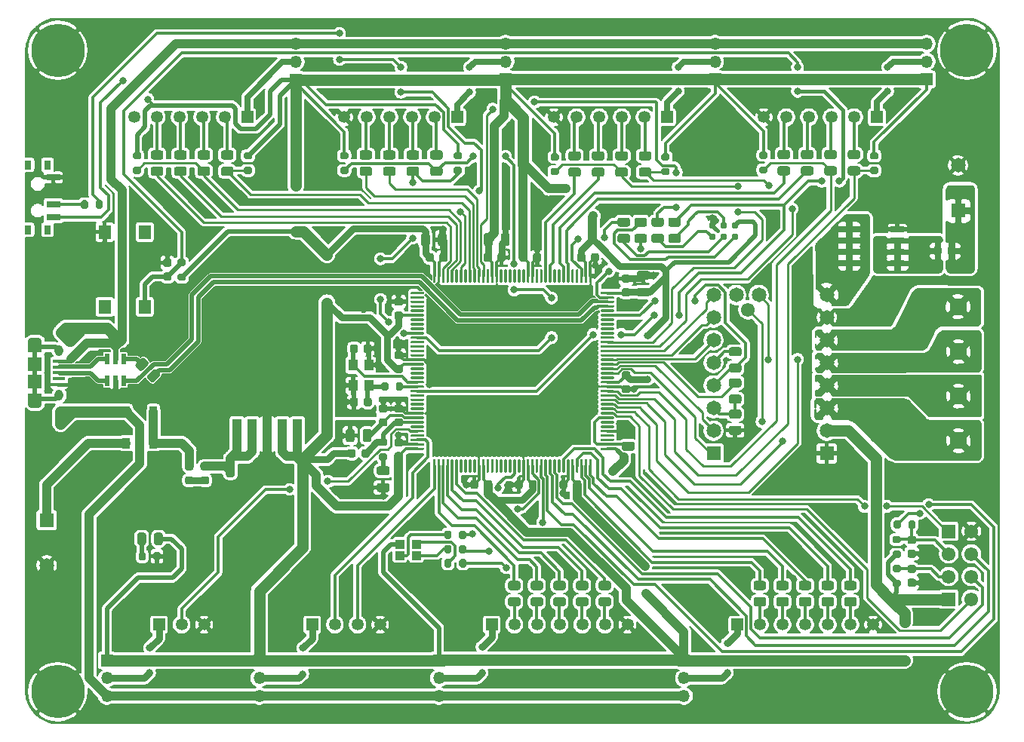
<source format=gbr>
%TF.GenerationSoftware,KiCad,Pcbnew,(5.1.10)-1*%
%TF.CreationDate,2021-08-30T20:13:54+03:00*%
%TF.ProjectId,STM32_Edge_Computing_Device,53544d33-325f-4456-9467-655f436f6d70,1.0*%
%TF.SameCoordinates,Original*%
%TF.FileFunction,Copper,L1,Top*%
%TF.FilePolarity,Positive*%
%FSLAX46Y46*%
G04 Gerber Fmt 4.6, Leading zero omitted, Abs format (unit mm)*
G04 Created by KiCad (PCBNEW (5.1.10)-1) date 2021-08-30 20:13:54*
%MOMM*%
%LPD*%
G01*
G04 APERTURE LIST*
%TA.AperFunction,ComponentPad*%
%ADD10R,1.650000X1.650000*%
%TD*%
%TA.AperFunction,ComponentPad*%
%ADD11C,1.650000*%
%TD*%
%TA.AperFunction,SMDPad,CuDef*%
%ADD12R,1.000000X3.400000*%
%TD*%
%TA.AperFunction,SMDPad,CuDef*%
%ADD13R,10.700000X8.600000*%
%TD*%
%TA.AperFunction,ComponentPad*%
%ADD14C,0.800000*%
%TD*%
%TA.AperFunction,ComponentPad*%
%ADD15C,1.550000*%
%TD*%
%TA.AperFunction,ComponentPad*%
%ADD16R,1.550000X1.550000*%
%TD*%
%TA.AperFunction,ComponentPad*%
%ADD17R,1.350000X1.350000*%
%TD*%
%TA.AperFunction,ComponentPad*%
%ADD18C,1.350000*%
%TD*%
%TA.AperFunction,ComponentPad*%
%ADD19C,1.950000*%
%TD*%
%TA.AperFunction,SMDPad,CuDef*%
%ADD20R,0.600000X1.250000*%
%TD*%
%TA.AperFunction,SMDPad,CuDef*%
%ADD21R,1.350000X0.400000*%
%TD*%
%TA.AperFunction,ComponentPad*%
%ADD22O,0.950000X1.250000*%
%TD*%
%TA.AperFunction,SMDPad,CuDef*%
%ADD23R,1.550000X1.500000*%
%TD*%
%TA.AperFunction,SMDPad,CuDef*%
%ADD24R,1.550000X1.200000*%
%TD*%
%TA.AperFunction,ComponentPad*%
%ADD25O,1.550000X0.890000*%
%TD*%
%TA.AperFunction,SMDPad,CuDef*%
%ADD26R,1.000000X1.000000*%
%TD*%
%TA.AperFunction,SMDPad,CuDef*%
%ADD27R,1.400000X1.600000*%
%TD*%
%TA.AperFunction,ComponentPad*%
%ADD28C,6.000000*%
%TD*%
%TA.AperFunction,ComponentPad*%
%ADD29O,1.350000X1.350000*%
%TD*%
%TA.AperFunction,SMDPad,CuDef*%
%ADD30R,1.500000X0.650000*%
%TD*%
%TA.AperFunction,SMDPad,CuDef*%
%ADD31R,0.800000X1.000000*%
%TD*%
%TA.AperFunction,SMDPad,CuDef*%
%ADD32R,1.500000X0.700000*%
%TD*%
%TA.AperFunction,ConnectorPad*%
%ADD33C,0.787400*%
%TD*%
%TA.AperFunction,SMDPad,CuDef*%
%ADD34R,1.050000X1.300000*%
%TD*%
%TA.AperFunction,SMDPad,CuDef*%
%ADD35R,0.850000X1.200000*%
%TD*%
%TA.AperFunction,ViaPad*%
%ADD36C,0.800000*%
%TD*%
%TA.AperFunction,ViaPad*%
%ADD37C,0.600000*%
%TD*%
%TA.AperFunction,Conductor*%
%ADD38C,0.300000*%
%TD*%
%TA.AperFunction,Conductor*%
%ADD39C,0.500000*%
%TD*%
%TA.AperFunction,Conductor*%
%ADD40C,1.000000*%
%TD*%
%TA.AperFunction,Conductor*%
%ADD41C,0.750000*%
%TD*%
%TA.AperFunction,Conductor*%
%ADD42C,0.700000*%
%TD*%
%TA.AperFunction,Conductor*%
%ADD43C,0.400000*%
%TD*%
%TA.AperFunction,Conductor*%
%ADD44C,0.600000*%
%TD*%
%TA.AperFunction,Conductor*%
%ADD45C,1.250000*%
%TD*%
%TA.AperFunction,Conductor*%
%ADD46C,1.100000*%
%TD*%
%TA.AperFunction,Conductor*%
%ADD47C,0.250000*%
%TD*%
%TA.AperFunction,Conductor*%
%ADD48C,0.470000*%
%TD*%
%TA.AperFunction,Conductor*%
%ADD49C,0.200000*%
%TD*%
%TA.AperFunction,Conductor*%
%ADD50C,0.100000*%
%TD*%
%TA.AperFunction,Conductor*%
%ADD51C,0.254000*%
%TD*%
%TA.AperFunction,Conductor*%
%ADD52C,0.130000*%
%TD*%
G04 APERTURE END LIST*
D10*
%TO.P,J10,1*%
%TO.N,GND*%
X156970000Y-101050000D03*
D11*
%TO.P,J10,2*%
%TO.N,+3V3*%
X156970000Y-98510000D03*
%TO.P,J10,3*%
%TO.N,/IO Connectors/1B*%
X156970000Y-95970000D03*
%TO.P,J10,4*%
%TO.N,/IO Connectors/1A*%
X156970000Y-93430000D03*
%TO.P,J10,5*%
%TO.N,/IO Connectors/2A*%
X156970000Y-90890000D03*
%TO.P,J10,6*%
%TO.N,/IO Connectors/2B*%
X156970000Y-88350000D03*
%TO.P,J10,7*%
%TO.N,GND*%
X156970000Y-85810000D03*
%TO.P,J10,8*%
%TO.N,Vdrive*%
X156970000Y-83270000D03*
%TD*%
D12*
%TO.P,U1,1*%
%TO.N,Net-(C1-Pad1)*%
X90800000Y-98900000D03*
%TO.P,U1,2*%
X92500000Y-98900000D03*
%TO.P,U1,3*%
%TO.N,GND*%
X94200000Y-98900000D03*
%TO.P,U1,4*%
%TO.N,+3V3*%
X95900000Y-98900000D03*
%TO.P,U1,5*%
X97600000Y-98900000D03*
D13*
%TO.P,U1,6*%
%TO.N,GND*%
X94200000Y-88300000D03*
D14*
X90600000Y-84700000D03*
X91800000Y-84700000D03*
X93000000Y-84700000D03*
X94200000Y-84700000D03*
X95400000Y-84700000D03*
X96600000Y-84700000D03*
X90600000Y-85900000D03*
X91800000Y-85900000D03*
X93000000Y-85900000D03*
X94200000Y-85900000D03*
X95400000Y-85900000D03*
X96600000Y-85900000D03*
X90600000Y-87100000D03*
X91800000Y-87100000D03*
X93000000Y-87100000D03*
X94200000Y-87100000D03*
X95400000Y-87100000D03*
X96600000Y-87100000D03*
X90600000Y-88300000D03*
X91800000Y-88300000D03*
X93000000Y-88300000D03*
X94200000Y-88300000D03*
X95400000Y-88300000D03*
X96600000Y-88300000D03*
X90600000Y-89500000D03*
X91800000Y-89500000D03*
X93000000Y-89500000D03*
X94200000Y-89500000D03*
X95400000Y-89500000D03*
X96600000Y-89500000D03*
X90600000Y-90700000D03*
X91800000Y-90700000D03*
X93000000Y-90700000D03*
X94200000Y-90700000D03*
X95400000Y-90700000D03*
X96600000Y-90700000D03*
X89400000Y-85900000D03*
X89400000Y-90700000D03*
X89400000Y-89500000D03*
X89400000Y-88300000D03*
X89400000Y-84700000D03*
X89400000Y-87100000D03*
X97800000Y-85900000D03*
X97800000Y-90700000D03*
X97800000Y-89500000D03*
X97800000Y-88300000D03*
X97800000Y-84700000D03*
X97800000Y-87100000D03*
X90600000Y-91900000D03*
X95400000Y-91900000D03*
X94200000Y-91900000D03*
X93000000Y-91900000D03*
X89400000Y-91900000D03*
X91800000Y-91900000D03*
X97800000Y-91900000D03*
X96600000Y-91900000D03*
X99000000Y-87100000D03*
X99000000Y-84700000D03*
X99000000Y-90700000D03*
X99000000Y-85900000D03*
X99000000Y-91900000D03*
X99000000Y-88300000D03*
X99000000Y-89500000D03*
%TD*%
%TO.P,C14,1*%
%TO.N,+3V3*%
%TA.AperFunction,SMDPad,CuDef*%
G36*
G01*
X134200000Y-91825000D02*
X134700000Y-91825000D01*
G75*
G02*
X134925000Y-92050000I0J-225000D01*
G01*
X134925000Y-92500000D01*
G75*
G02*
X134700000Y-92725000I-225000J0D01*
G01*
X134200000Y-92725000D01*
G75*
G02*
X133975000Y-92500000I0J225000D01*
G01*
X133975000Y-92050000D01*
G75*
G02*
X134200000Y-91825000I225000J0D01*
G01*
G37*
%TD.AperFunction*%
%TO.P,C14,2*%
%TO.N,GND*%
%TA.AperFunction,SMDPad,CuDef*%
G36*
G01*
X134200000Y-93375000D02*
X134700000Y-93375000D01*
G75*
G02*
X134925000Y-93600000I0J-225000D01*
G01*
X134925000Y-94050000D01*
G75*
G02*
X134700000Y-94275000I-225000J0D01*
G01*
X134200000Y-94275000D01*
G75*
G02*
X133975000Y-94050000I0J225000D01*
G01*
X133975000Y-93600000D01*
G75*
G02*
X134200000Y-93375000I225000J0D01*
G01*
G37*
%TD.AperFunction*%
%TD*%
D11*
%TO.P,J13,2*%
%TO.N,MD_DIAG*%
X149350000Y-83270000D03*
%TO.P,J13,1*%
%TO.N,Net-(J13-Pad1)*%
X146810000Y-83270000D03*
%TD*%
D15*
%TO.P,J16,1*%
%TO.N,GND*%
X173200000Y-109800000D03*
D16*
%TO.P,J16,2*%
%TO.N,ESP_TX*%
X170660000Y-109800000D03*
D15*
%TO.P,J16,3*%
%TO.N,ESP_GPIO1*%
X173200000Y-112340000D03*
%TO.P,J16,4*%
%TO.N,Net-(C27-Pad1)*%
X170660000Y-112340000D03*
%TO.P,J16,5*%
%TO.N,ESP_GPIO0*%
X173200000Y-114880000D03*
%TO.P,J16,6*%
%TO.N,Net-(C28-Pad1)*%
X170660000Y-114880000D03*
%TO.P,J16,7*%
%TO.N,ESP_RX*%
X173200000Y-117420000D03*
D16*
%TO.P,J16,8*%
%TO.N,+3V3*%
X170660000Y-117420000D03*
%TD*%
D17*
%TO.P,J17,1*%
%TO.N,Net-(J17-Pad1)*%
X82048617Y-120280001D03*
D18*
%TO.P,J17,2*%
%TO.N,CUR_SENS*%
X84588617Y-120280001D03*
%TO.P,J17,3*%
%TO.N,GND*%
X87128617Y-120280001D03*
%TD*%
D19*
%TO.P,J9,1*%
%TO.N,/IO Connectors/1B*%
X171704000Y-99582000D03*
%TO.P,J9,2*%
%TO.N,/IO Connectors/1A*%
X171704000Y-94582000D03*
%TO.P,J9,3*%
%TO.N,/IO Connectors/2A*%
X171704000Y-89582000D03*
%TO.P,J9,4*%
%TO.N,/IO Connectors/2B*%
X171704000Y-84582000D03*
%TD*%
D17*
%TO.P,J18,1*%
%TO.N,Net-(J18-Pad1)*%
X99242220Y-120280001D03*
D18*
%TO.P,J18,2*%
%TO.N,MIC_SENS*%
X101782220Y-120280001D03*
%TO.P,J18,3*%
%TO.N,MIC_TH*%
X104322220Y-120280001D03*
%TO.P,J18,4*%
%TO.N,GND*%
X106862220Y-120280001D03*
%TD*%
D17*
%TO.P,J14,1*%
%TO.N,Net-(J14-Pad1)*%
X119380000Y-120280001D03*
D18*
%TO.P,J14,2*%
%TO.N,Net-(J14-Pad2)*%
X121920000Y-120280001D03*
%TO.P,J14,3*%
%TO.N,Net-(J14-Pad3)*%
X124460000Y-120280001D03*
%TO.P,J14,4*%
%TO.N,Net-(J14-Pad4)*%
X127000000Y-120280001D03*
%TO.P,J14,5*%
%TO.N,Net-(J14-Pad5)*%
X129540000Y-120280001D03*
%TO.P,J14,6*%
%TO.N,Net-(J14-Pad6)*%
X132080000Y-120280001D03*
%TO.P,J14,7*%
%TO.N,GND*%
X134620000Y-120280001D03*
%TD*%
D20*
%TO.P,U2,6*%
%TO.N,/Power/USB_CONN_D-*%
X76200000Y-90425000D03*
%TO.P,U2,5*%
%TO.N,+5V*%
X77150000Y-90425000D03*
%TO.P,U2,4*%
%TO.N,Net-(R0-Pad2)*%
X78100000Y-90425000D03*
%TO.P,U2,3*%
%TO.N,USB_D+*%
X78100000Y-92925000D03*
%TO.P,U2,2*%
%TO.N,GND*%
X77150000Y-92925000D03*
%TO.P,U2,1*%
%TO.N,/Power/USB_CONN_D+*%
X76200000Y-92925000D03*
%TD*%
%TO.P,R0,1*%
%TO.N,USB_D-*%
%TA.AperFunction,SMDPad,CuDef*%
G36*
G01*
X82125826Y-92389427D02*
X81489427Y-93025826D01*
G75*
G02*
X81135877Y-93025826I-176775J176775D01*
G01*
X80764644Y-92654593D01*
G75*
G02*
X80764644Y-92301043I176775J176775D01*
G01*
X81401043Y-91664644D01*
G75*
G02*
X81754593Y-91664644I176775J-176775D01*
G01*
X82125826Y-92035877D01*
G75*
G02*
X82125826Y-92389427I-176775J-176775D01*
G01*
G37*
%TD.AperFunction*%
%TO.P,R0,2*%
%TO.N,Net-(R0-Pad2)*%
%TA.AperFunction,SMDPad,CuDef*%
G36*
G01*
X80835356Y-91098957D02*
X80198957Y-91735356D01*
G75*
G02*
X79845407Y-91735356I-176775J176775D01*
G01*
X79474174Y-91364123D01*
G75*
G02*
X79474174Y-91010573I176775J176775D01*
G01*
X80110573Y-90374174D01*
G75*
G02*
X80464123Y-90374174I176775J-176775D01*
G01*
X80835356Y-90745407D01*
G75*
G02*
X80835356Y-91098957I-176775J-176775D01*
G01*
G37*
%TD.AperFunction*%
%TD*%
D21*
%TO.P,J2,1*%
%TO.N,+5V*%
X70850000Y-90702498D03*
%TO.P,J2,2*%
%TO.N,/Power/USB_CONN_D-*%
X70850000Y-91352498D03*
%TO.P,J2,3*%
%TO.N,/Power/USB_CONN_D+*%
X70850000Y-92002498D03*
%TO.P,J2,4*%
%TO.N,Net-(J2-Pad4)*%
X70850000Y-92652498D03*
%TO.P,J2,5*%
%TO.N,GND*%
X70850000Y-93302498D03*
D22*
%TO.P,J2,6*%
%TO.N,Net-(J2-Pad6)*%
X70850000Y-89502498D03*
X70850000Y-94502498D03*
D23*
X68150000Y-91002498D03*
X68150000Y-93002498D03*
D24*
X68150000Y-89102498D03*
X68150000Y-94902498D03*
D25*
X68150000Y-88502498D03*
X68150000Y-95502498D03*
%TD*%
D10*
%TO.P,J11,1*%
%TO.N,MD_DIR*%
X144270000Y-101050000D03*
D11*
%TO.P,J11,2*%
%TO.N,MD_STEP*%
X144270000Y-98510000D03*
%TO.P,J11,3*%
%TO.N,Net-(J11-Pad3)*%
X144270000Y-95970000D03*
%TO.P,J11,4*%
%TO.N,MD_UART*%
X144270000Y-93430000D03*
%TO.P,J11,5*%
%TO.N,Net-(J11-Pad5)*%
X144270000Y-90890000D03*
%TO.P,J11,6*%
%TO.N,MD_MS2*%
X144270000Y-88350000D03*
%TO.P,J11,7*%
%TO.N,MD_MS1*%
X144270000Y-85810000D03*
%TO.P,J11,8*%
%TO.N,MD_NEN*%
X144270000Y-83270000D03*
%TD*%
D17*
%TO.P,J15,1*%
%TO.N,Net-(J15-Pad1)*%
X146939000Y-120280001D03*
D18*
%TO.P,J15,2*%
%TO.N,Net-(J15-Pad2)*%
X149479000Y-120280001D03*
%TO.P,J15,3*%
%TO.N,Net-(J15-Pad3)*%
X152019000Y-120280001D03*
%TO.P,J15,4*%
%TO.N,Net-(J15-Pad4)*%
X154559000Y-120280001D03*
%TO.P,J15,5*%
%TO.N,Net-(J15-Pad5)*%
X157099000Y-120280001D03*
%TO.P,J15,6*%
%TO.N,Net-(J15-Pad6)*%
X159639000Y-120280001D03*
%TO.P,J15,7*%
%TO.N,GND*%
X162179000Y-120280001D03*
%TD*%
%TO.P,J5,6*%
%TO.N,GND*%
X79261609Y-63300000D03*
%TO.P,J5,5*%
%TO.N,Net-(J5-Pad5)*%
X81801609Y-63300000D03*
%TO.P,J5,4*%
%TO.N,Net-(J5-Pad4)*%
X84341609Y-63300000D03*
%TO.P,J5,3*%
%TO.N,Net-(J5-Pad3)*%
X86881609Y-63300000D03*
%TO.P,J5,2*%
%TO.N,Net-(J5-Pad2)*%
X89421609Y-63300000D03*
D17*
%TO.P,J5,1*%
%TO.N,Net-(J5-Pad1)*%
X91961609Y-63300000D03*
%TD*%
D18*
%TO.P,J6,6*%
%TO.N,GND*%
X102806202Y-63300000D03*
%TO.P,J6,5*%
%TO.N,Net-(J6-Pad5)*%
X105346202Y-63300000D03*
%TO.P,J6,4*%
%TO.N,Net-(J6-Pad4)*%
X107886202Y-63300000D03*
%TO.P,J6,3*%
%TO.N,Net-(J6-Pad3)*%
X110426202Y-63300000D03*
%TO.P,J6,2*%
%TO.N,Net-(J6-Pad2)*%
X112966202Y-63300000D03*
D17*
%TO.P,J6,1*%
%TO.N,Net-(J6-Pad1)*%
X115506202Y-63300000D03*
%TD*%
D18*
%TO.P,J7,6*%
%TO.N,GND*%
X126350795Y-63307000D03*
%TO.P,J7,5*%
%TO.N,Net-(J7-Pad5)*%
X128890795Y-63307000D03*
%TO.P,J7,4*%
%TO.N,Net-(J7-Pad4)*%
X131430795Y-63307000D03*
%TO.P,J7,3*%
%TO.N,Net-(J7-Pad3)*%
X133970795Y-63307000D03*
%TO.P,J7,2*%
%TO.N,Net-(J7-Pad2)*%
X136510795Y-63307000D03*
D17*
%TO.P,J7,1*%
%TO.N,Net-(J7-Pad1)*%
X139050795Y-63307000D03*
%TD*%
D18*
%TO.P,J8,6*%
%TO.N,GND*%
X149895388Y-63307000D03*
%TO.P,J8,5*%
%TO.N,Net-(J8-Pad5)*%
X152435388Y-63307000D03*
%TO.P,J8,4*%
%TO.N,Net-(J8-Pad4)*%
X154975388Y-63307000D03*
%TO.P,J8,3*%
%TO.N,Net-(J8-Pad3)*%
X157515388Y-63307000D03*
%TO.P,J8,2*%
%TO.N,Net-(J8-Pad2)*%
X160055388Y-63307000D03*
D17*
%TO.P,J8,1*%
%TO.N,Net-(J8-Pad1)*%
X162595388Y-63307000D03*
%TD*%
D26*
%TO.P,D4,1*%
%TO.N,Net-(D4-Pad1)*%
X110925000Y-111275000D03*
%TO.P,D4,2*%
%TO.N,+3V3*%
X109075000Y-111275000D03*
%TO.P,D4,3*%
%TO.N,Net-(D4-Pad3)*%
X109075000Y-112525000D03*
%TO.P,D4,4*%
%TO.N,Net-(D4-Pad4)*%
X110925000Y-112525000D03*
%TD*%
%TO.P,U4,1*%
%TO.N,Net-(U4-Pad1)*%
%TA.AperFunction,SMDPad,CuDef*%
G36*
G01*
X110300000Y-83125000D02*
X110300000Y-82975000D01*
G75*
G02*
X110375000Y-82900000I75000J0D01*
G01*
X111700000Y-82900000D01*
G75*
G02*
X111775000Y-82975000I0J-75000D01*
G01*
X111775000Y-83125000D01*
G75*
G02*
X111700000Y-83200000I-75000J0D01*
G01*
X110375000Y-83200000D01*
G75*
G02*
X110300000Y-83125000I0J75000D01*
G01*
G37*
%TD.AperFunction*%
%TO.P,U4,2*%
%TO.N,Net-(U4-Pad2)*%
%TA.AperFunction,SMDPad,CuDef*%
G36*
G01*
X110300000Y-83625000D02*
X110300000Y-83475000D01*
G75*
G02*
X110375000Y-83400000I75000J0D01*
G01*
X111700000Y-83400000D01*
G75*
G02*
X111775000Y-83475000I0J-75000D01*
G01*
X111775000Y-83625000D01*
G75*
G02*
X111700000Y-83700000I-75000J0D01*
G01*
X110375000Y-83700000D01*
G75*
G02*
X110300000Y-83625000I0J75000D01*
G01*
G37*
%TD.AperFunction*%
%TO.P,U4,3*%
%TO.N,Net-(U4-Pad3)*%
%TA.AperFunction,SMDPad,CuDef*%
G36*
G01*
X110300000Y-84125000D02*
X110300000Y-83975000D01*
G75*
G02*
X110375000Y-83900000I75000J0D01*
G01*
X111700000Y-83900000D01*
G75*
G02*
X111775000Y-83975000I0J-75000D01*
G01*
X111775000Y-84125000D01*
G75*
G02*
X111700000Y-84200000I-75000J0D01*
G01*
X110375000Y-84200000D01*
G75*
G02*
X110300000Y-84125000I0J75000D01*
G01*
G37*
%TD.AperFunction*%
%TO.P,U4,4*%
%TO.N,Net-(U4-Pad4)*%
%TA.AperFunction,SMDPad,CuDef*%
G36*
G01*
X110300000Y-84625000D02*
X110300000Y-84475000D01*
G75*
G02*
X110375000Y-84400000I75000J0D01*
G01*
X111700000Y-84400000D01*
G75*
G02*
X111775000Y-84475000I0J-75000D01*
G01*
X111775000Y-84625000D01*
G75*
G02*
X111700000Y-84700000I-75000J0D01*
G01*
X110375000Y-84700000D01*
G75*
G02*
X110300000Y-84625000I0J75000D01*
G01*
G37*
%TD.AperFunction*%
%TO.P,U4,5*%
%TO.N,Net-(U4-Pad5)*%
%TA.AperFunction,SMDPad,CuDef*%
G36*
G01*
X110300000Y-85125000D02*
X110300000Y-84975000D01*
G75*
G02*
X110375000Y-84900000I75000J0D01*
G01*
X111700000Y-84900000D01*
G75*
G02*
X111775000Y-84975000I0J-75000D01*
G01*
X111775000Y-85125000D01*
G75*
G02*
X111700000Y-85200000I-75000J0D01*
G01*
X110375000Y-85200000D01*
G75*
G02*
X110300000Y-85125000I0J75000D01*
G01*
G37*
%TD.AperFunction*%
%TO.P,U4,6*%
%TO.N,+3V3*%
%TA.AperFunction,SMDPad,CuDef*%
G36*
G01*
X110300000Y-85625000D02*
X110300000Y-85475000D01*
G75*
G02*
X110375000Y-85400000I75000J0D01*
G01*
X111700000Y-85400000D01*
G75*
G02*
X111775000Y-85475000I0J-75000D01*
G01*
X111775000Y-85625000D01*
G75*
G02*
X111700000Y-85700000I-75000J0D01*
G01*
X110375000Y-85700000D01*
G75*
G02*
X110300000Y-85625000I0J75000D01*
G01*
G37*
%TD.AperFunction*%
%TO.P,U4,7*%
%TO.N,Net-(U4-Pad7)*%
%TA.AperFunction,SMDPad,CuDef*%
G36*
G01*
X110300000Y-86125000D02*
X110300000Y-85975000D01*
G75*
G02*
X110375000Y-85900000I75000J0D01*
G01*
X111700000Y-85900000D01*
G75*
G02*
X111775000Y-85975000I0J-75000D01*
G01*
X111775000Y-86125000D01*
G75*
G02*
X111700000Y-86200000I-75000J0D01*
G01*
X110375000Y-86200000D01*
G75*
G02*
X110300000Y-86125000I0J75000D01*
G01*
G37*
%TD.AperFunction*%
%TO.P,U4,8*%
%TO.N,Net-(U4-Pad8)*%
%TA.AperFunction,SMDPad,CuDef*%
G36*
G01*
X110300000Y-86625000D02*
X110300000Y-86475000D01*
G75*
G02*
X110375000Y-86400000I75000J0D01*
G01*
X111700000Y-86400000D01*
G75*
G02*
X111775000Y-86475000I0J-75000D01*
G01*
X111775000Y-86625000D01*
G75*
G02*
X111700000Y-86700000I-75000J0D01*
G01*
X110375000Y-86700000D01*
G75*
G02*
X110300000Y-86625000I0J75000D01*
G01*
G37*
%TD.AperFunction*%
%TO.P,U4,9*%
%TO.N,Net-(U4-Pad9)*%
%TA.AperFunction,SMDPad,CuDef*%
G36*
G01*
X110300000Y-87125000D02*
X110300000Y-86975000D01*
G75*
G02*
X110375000Y-86900000I75000J0D01*
G01*
X111700000Y-86900000D01*
G75*
G02*
X111775000Y-86975000I0J-75000D01*
G01*
X111775000Y-87125000D01*
G75*
G02*
X111700000Y-87200000I-75000J0D01*
G01*
X110375000Y-87200000D01*
G75*
G02*
X110300000Y-87125000I0J75000D01*
G01*
G37*
%TD.AperFunction*%
%TO.P,U4,10*%
%TO.N,I2C2_SDA*%
%TA.AperFunction,SMDPad,CuDef*%
G36*
G01*
X110300000Y-87625000D02*
X110300000Y-87475000D01*
G75*
G02*
X110375000Y-87400000I75000J0D01*
G01*
X111700000Y-87400000D01*
G75*
G02*
X111775000Y-87475000I0J-75000D01*
G01*
X111775000Y-87625000D01*
G75*
G02*
X111700000Y-87700000I-75000J0D01*
G01*
X110375000Y-87700000D01*
G75*
G02*
X110300000Y-87625000I0J75000D01*
G01*
G37*
%TD.AperFunction*%
%TO.P,U4,11*%
%TO.N,I2C2_SCL*%
%TA.AperFunction,SMDPad,CuDef*%
G36*
G01*
X110300000Y-88125000D02*
X110300000Y-87975000D01*
G75*
G02*
X110375000Y-87900000I75000J0D01*
G01*
X111700000Y-87900000D01*
G75*
G02*
X111775000Y-87975000I0J-75000D01*
G01*
X111775000Y-88125000D01*
G75*
G02*
X111700000Y-88200000I-75000J0D01*
G01*
X110375000Y-88200000D01*
G75*
G02*
X110300000Y-88125000I0J75000D01*
G01*
G37*
%TD.AperFunction*%
%TO.P,U4,12*%
%TO.N,Net-(U4-Pad12)*%
%TA.AperFunction,SMDPad,CuDef*%
G36*
G01*
X110300000Y-88625000D02*
X110300000Y-88475000D01*
G75*
G02*
X110375000Y-88400000I75000J0D01*
G01*
X111700000Y-88400000D01*
G75*
G02*
X111775000Y-88475000I0J-75000D01*
G01*
X111775000Y-88625000D01*
G75*
G02*
X111700000Y-88700000I-75000J0D01*
G01*
X110375000Y-88700000D01*
G75*
G02*
X110300000Y-88625000I0J75000D01*
G01*
G37*
%TD.AperFunction*%
%TO.P,U4,13*%
%TO.N,Net-(U4-Pad13)*%
%TA.AperFunction,SMDPad,CuDef*%
G36*
G01*
X110300000Y-89125000D02*
X110300000Y-88975000D01*
G75*
G02*
X110375000Y-88900000I75000J0D01*
G01*
X111700000Y-88900000D01*
G75*
G02*
X111775000Y-88975000I0J-75000D01*
G01*
X111775000Y-89125000D01*
G75*
G02*
X111700000Y-89200000I-75000J0D01*
G01*
X110375000Y-89200000D01*
G75*
G02*
X110300000Y-89125000I0J75000D01*
G01*
G37*
%TD.AperFunction*%
%TO.P,U4,14*%
%TO.N,Net-(U4-Pad14)*%
%TA.AperFunction,SMDPad,CuDef*%
G36*
G01*
X110300000Y-89625000D02*
X110300000Y-89475000D01*
G75*
G02*
X110375000Y-89400000I75000J0D01*
G01*
X111700000Y-89400000D01*
G75*
G02*
X111775000Y-89475000I0J-75000D01*
G01*
X111775000Y-89625000D01*
G75*
G02*
X111700000Y-89700000I-75000J0D01*
G01*
X110375000Y-89700000D01*
G75*
G02*
X110300000Y-89625000I0J75000D01*
G01*
G37*
%TD.AperFunction*%
%TO.P,U4,15*%
%TO.N,Net-(U4-Pad15)*%
%TA.AperFunction,SMDPad,CuDef*%
G36*
G01*
X110300000Y-90125000D02*
X110300000Y-89975000D01*
G75*
G02*
X110375000Y-89900000I75000J0D01*
G01*
X111700000Y-89900000D01*
G75*
G02*
X111775000Y-89975000I0J-75000D01*
G01*
X111775000Y-90125000D01*
G75*
G02*
X111700000Y-90200000I-75000J0D01*
G01*
X110375000Y-90200000D01*
G75*
G02*
X110300000Y-90125000I0J75000D01*
G01*
G37*
%TD.AperFunction*%
%TO.P,U4,16*%
%TO.N,GND*%
%TA.AperFunction,SMDPad,CuDef*%
G36*
G01*
X110300000Y-90625000D02*
X110300000Y-90475000D01*
G75*
G02*
X110375000Y-90400000I75000J0D01*
G01*
X111700000Y-90400000D01*
G75*
G02*
X111775000Y-90475000I0J-75000D01*
G01*
X111775000Y-90625000D01*
G75*
G02*
X111700000Y-90700000I-75000J0D01*
G01*
X110375000Y-90700000D01*
G75*
G02*
X110300000Y-90625000I0J75000D01*
G01*
G37*
%TD.AperFunction*%
%TO.P,U4,17*%
%TO.N,+3V3*%
%TA.AperFunction,SMDPad,CuDef*%
G36*
G01*
X110300000Y-91125000D02*
X110300000Y-90975000D01*
G75*
G02*
X110375000Y-90900000I75000J0D01*
G01*
X111700000Y-90900000D01*
G75*
G02*
X111775000Y-90975000I0J-75000D01*
G01*
X111775000Y-91125000D01*
G75*
G02*
X111700000Y-91200000I-75000J0D01*
G01*
X110375000Y-91200000D01*
G75*
G02*
X110300000Y-91125000I0J75000D01*
G01*
G37*
%TD.AperFunction*%
%TO.P,U4,18*%
%TO.N,Net-(U4-Pad18)*%
%TA.AperFunction,SMDPad,CuDef*%
G36*
G01*
X110300000Y-91625000D02*
X110300000Y-91475000D01*
G75*
G02*
X110375000Y-91400000I75000J0D01*
G01*
X111700000Y-91400000D01*
G75*
G02*
X111775000Y-91475000I0J-75000D01*
G01*
X111775000Y-91625000D01*
G75*
G02*
X111700000Y-91700000I-75000J0D01*
G01*
X110375000Y-91700000D01*
G75*
G02*
X110300000Y-91625000I0J75000D01*
G01*
G37*
%TD.AperFunction*%
%TO.P,U4,19*%
%TO.N,Net-(U4-Pad19)*%
%TA.AperFunction,SMDPad,CuDef*%
G36*
G01*
X110300000Y-92125000D02*
X110300000Y-91975000D01*
G75*
G02*
X110375000Y-91900000I75000J0D01*
G01*
X111700000Y-91900000D01*
G75*
G02*
X111775000Y-91975000I0J-75000D01*
G01*
X111775000Y-92125000D01*
G75*
G02*
X111700000Y-92200000I-75000J0D01*
G01*
X110375000Y-92200000D01*
G75*
G02*
X110300000Y-92125000I0J75000D01*
G01*
G37*
%TD.AperFunction*%
%TO.P,U4,20*%
%TO.N,Net-(U4-Pad20)*%
%TA.AperFunction,SMDPad,CuDef*%
G36*
G01*
X110300000Y-92625000D02*
X110300000Y-92475000D01*
G75*
G02*
X110375000Y-92400000I75000J0D01*
G01*
X111700000Y-92400000D01*
G75*
G02*
X111775000Y-92475000I0J-75000D01*
G01*
X111775000Y-92625000D01*
G75*
G02*
X111700000Y-92700000I-75000J0D01*
G01*
X110375000Y-92700000D01*
G75*
G02*
X110300000Y-92625000I0J75000D01*
G01*
G37*
%TD.AperFunction*%
%TO.P,U4,21*%
%TO.N,HSE_IN*%
%TA.AperFunction,SMDPad,CuDef*%
G36*
G01*
X110300000Y-93125000D02*
X110300000Y-92975000D01*
G75*
G02*
X110375000Y-92900000I75000J0D01*
G01*
X111700000Y-92900000D01*
G75*
G02*
X111775000Y-92975000I0J-75000D01*
G01*
X111775000Y-93125000D01*
G75*
G02*
X111700000Y-93200000I-75000J0D01*
G01*
X110375000Y-93200000D01*
G75*
G02*
X110300000Y-93125000I0J75000D01*
G01*
G37*
%TD.AperFunction*%
%TO.P,U4,22*%
%TO.N,HSE_OUT*%
%TA.AperFunction,SMDPad,CuDef*%
G36*
G01*
X110300000Y-93625000D02*
X110300000Y-93475000D01*
G75*
G02*
X110375000Y-93400000I75000J0D01*
G01*
X111700000Y-93400000D01*
G75*
G02*
X111775000Y-93475000I0J-75000D01*
G01*
X111775000Y-93625000D01*
G75*
G02*
X111700000Y-93700000I-75000J0D01*
G01*
X110375000Y-93700000D01*
G75*
G02*
X110300000Y-93625000I0J75000D01*
G01*
G37*
%TD.AperFunction*%
%TO.P,U4,23*%
%TO.N,NRST*%
%TA.AperFunction,SMDPad,CuDef*%
G36*
G01*
X110300000Y-94125000D02*
X110300000Y-93975000D01*
G75*
G02*
X110375000Y-93900000I75000J0D01*
G01*
X111700000Y-93900000D01*
G75*
G02*
X111775000Y-93975000I0J-75000D01*
G01*
X111775000Y-94125000D01*
G75*
G02*
X111700000Y-94200000I-75000J0D01*
G01*
X110375000Y-94200000D01*
G75*
G02*
X110300000Y-94125000I0J75000D01*
G01*
G37*
%TD.AperFunction*%
%TO.P,U4,24*%
%TO.N,Net-(U4-Pad24)*%
%TA.AperFunction,SMDPad,CuDef*%
G36*
G01*
X110300000Y-94625000D02*
X110300000Y-94475000D01*
G75*
G02*
X110375000Y-94400000I75000J0D01*
G01*
X111700000Y-94400000D01*
G75*
G02*
X111775000Y-94475000I0J-75000D01*
G01*
X111775000Y-94625000D01*
G75*
G02*
X111700000Y-94700000I-75000J0D01*
G01*
X110375000Y-94700000D01*
G75*
G02*
X110300000Y-94625000I0J75000D01*
G01*
G37*
%TD.AperFunction*%
%TO.P,U4,25*%
%TO.N,Net-(U4-Pad25)*%
%TA.AperFunction,SMDPad,CuDef*%
G36*
G01*
X110300000Y-95125000D02*
X110300000Y-94975000D01*
G75*
G02*
X110375000Y-94900000I75000J0D01*
G01*
X111700000Y-94900000D01*
G75*
G02*
X111775000Y-94975000I0J-75000D01*
G01*
X111775000Y-95125000D01*
G75*
G02*
X111700000Y-95200000I-75000J0D01*
G01*
X110375000Y-95200000D01*
G75*
G02*
X110300000Y-95125000I0J75000D01*
G01*
G37*
%TD.AperFunction*%
%TO.P,U4,26*%
%TO.N,Net-(U4-Pad26)*%
%TA.AperFunction,SMDPad,CuDef*%
G36*
G01*
X110300000Y-95625000D02*
X110300000Y-95475000D01*
G75*
G02*
X110375000Y-95400000I75000J0D01*
G01*
X111700000Y-95400000D01*
G75*
G02*
X111775000Y-95475000I0J-75000D01*
G01*
X111775000Y-95625000D01*
G75*
G02*
X111700000Y-95700000I-75000J0D01*
G01*
X110375000Y-95700000D01*
G75*
G02*
X110300000Y-95625000I0J75000D01*
G01*
G37*
%TD.AperFunction*%
%TO.P,U4,27*%
%TO.N,Net-(U4-Pad27)*%
%TA.AperFunction,SMDPad,CuDef*%
G36*
G01*
X110300000Y-96125000D02*
X110300000Y-95975000D01*
G75*
G02*
X110375000Y-95900000I75000J0D01*
G01*
X111700000Y-95900000D01*
G75*
G02*
X111775000Y-95975000I0J-75000D01*
G01*
X111775000Y-96125000D01*
G75*
G02*
X111700000Y-96200000I-75000J0D01*
G01*
X110375000Y-96200000D01*
G75*
G02*
X110300000Y-96125000I0J75000D01*
G01*
G37*
%TD.AperFunction*%
%TO.P,U4,28*%
%TO.N,GND*%
%TA.AperFunction,SMDPad,CuDef*%
G36*
G01*
X110300000Y-96625000D02*
X110300000Y-96475000D01*
G75*
G02*
X110375000Y-96400000I75000J0D01*
G01*
X111700000Y-96400000D01*
G75*
G02*
X111775000Y-96475000I0J-75000D01*
G01*
X111775000Y-96625000D01*
G75*
G02*
X111700000Y-96700000I-75000J0D01*
G01*
X110375000Y-96700000D01*
G75*
G02*
X110300000Y-96625000I0J75000D01*
G01*
G37*
%TD.AperFunction*%
%TO.P,U4,29*%
%TO.N,Net-(C5-Pad1)*%
%TA.AperFunction,SMDPad,CuDef*%
G36*
G01*
X110300000Y-97125000D02*
X110300000Y-96975000D01*
G75*
G02*
X110375000Y-96900000I75000J0D01*
G01*
X111700000Y-96900000D01*
G75*
G02*
X111775000Y-96975000I0J-75000D01*
G01*
X111775000Y-97125000D01*
G75*
G02*
X111700000Y-97200000I-75000J0D01*
G01*
X110375000Y-97200000D01*
G75*
G02*
X110300000Y-97125000I0J75000D01*
G01*
G37*
%TD.AperFunction*%
%TO.P,U4,30*%
%TO.N,+3.3VA*%
%TA.AperFunction,SMDPad,CuDef*%
G36*
G01*
X110300000Y-97625000D02*
X110300000Y-97475000D01*
G75*
G02*
X110375000Y-97400000I75000J0D01*
G01*
X111700000Y-97400000D01*
G75*
G02*
X111775000Y-97475000I0J-75000D01*
G01*
X111775000Y-97625000D01*
G75*
G02*
X111700000Y-97700000I-75000J0D01*
G01*
X110375000Y-97700000D01*
G75*
G02*
X110300000Y-97625000I0J75000D01*
G01*
G37*
%TD.AperFunction*%
%TO.P,U4,31*%
%TO.N,Net-(U4-Pad31)*%
%TA.AperFunction,SMDPad,CuDef*%
G36*
G01*
X110300000Y-98125000D02*
X110300000Y-97975000D01*
G75*
G02*
X110375000Y-97900000I75000J0D01*
G01*
X111700000Y-97900000D01*
G75*
G02*
X111775000Y-97975000I0J-75000D01*
G01*
X111775000Y-98125000D01*
G75*
G02*
X111700000Y-98200000I-75000J0D01*
G01*
X110375000Y-98200000D01*
G75*
G02*
X110300000Y-98125000I0J75000D01*
G01*
G37*
%TD.AperFunction*%
%TO.P,U4,32*%
%TO.N,CUR_SENS*%
%TA.AperFunction,SMDPad,CuDef*%
G36*
G01*
X110300000Y-98625000D02*
X110300000Y-98475000D01*
G75*
G02*
X110375000Y-98400000I75000J0D01*
G01*
X111700000Y-98400000D01*
G75*
G02*
X111775000Y-98475000I0J-75000D01*
G01*
X111775000Y-98625000D01*
G75*
G02*
X111700000Y-98700000I-75000J0D01*
G01*
X110375000Y-98700000D01*
G75*
G02*
X110300000Y-98625000I0J75000D01*
G01*
G37*
%TD.AperFunction*%
%TO.P,U4,33*%
%TO.N,Net-(U4-Pad33)*%
%TA.AperFunction,SMDPad,CuDef*%
G36*
G01*
X110300000Y-99125000D02*
X110300000Y-98975000D01*
G75*
G02*
X110375000Y-98900000I75000J0D01*
G01*
X111700000Y-98900000D01*
G75*
G02*
X111775000Y-98975000I0J-75000D01*
G01*
X111775000Y-99125000D01*
G75*
G02*
X111700000Y-99200000I-75000J0D01*
G01*
X110375000Y-99200000D01*
G75*
G02*
X110300000Y-99125000I0J75000D01*
G01*
G37*
%TD.AperFunction*%
%TO.P,U4,34*%
%TO.N,MIC_SENS*%
%TA.AperFunction,SMDPad,CuDef*%
G36*
G01*
X110300000Y-99625000D02*
X110300000Y-99475000D01*
G75*
G02*
X110375000Y-99400000I75000J0D01*
G01*
X111700000Y-99400000D01*
G75*
G02*
X111775000Y-99475000I0J-75000D01*
G01*
X111775000Y-99625000D01*
G75*
G02*
X111700000Y-99700000I-75000J0D01*
G01*
X110375000Y-99700000D01*
G75*
G02*
X110300000Y-99625000I0J75000D01*
G01*
G37*
%TD.AperFunction*%
%TO.P,U4,35*%
%TO.N,GND*%
%TA.AperFunction,SMDPad,CuDef*%
G36*
G01*
X110300000Y-100125000D02*
X110300000Y-99975000D01*
G75*
G02*
X110375000Y-99900000I75000J0D01*
G01*
X111700000Y-99900000D01*
G75*
G02*
X111775000Y-99975000I0J-75000D01*
G01*
X111775000Y-100125000D01*
G75*
G02*
X111700000Y-100200000I-75000J0D01*
G01*
X110375000Y-100200000D01*
G75*
G02*
X110300000Y-100125000I0J75000D01*
G01*
G37*
%TD.AperFunction*%
%TO.P,U4,36*%
%TO.N,+3V3*%
%TA.AperFunction,SMDPad,CuDef*%
G36*
G01*
X110300000Y-100625000D02*
X110300000Y-100475000D01*
G75*
G02*
X110375000Y-100400000I75000J0D01*
G01*
X111700000Y-100400000D01*
G75*
G02*
X111775000Y-100475000I0J-75000D01*
G01*
X111775000Y-100625000D01*
G75*
G02*
X111700000Y-100700000I-75000J0D01*
G01*
X110375000Y-100700000D01*
G75*
G02*
X110300000Y-100625000I0J75000D01*
G01*
G37*
%TD.AperFunction*%
%TO.P,U4,37*%
%TO.N,MIC_TH*%
%TA.AperFunction,SMDPad,CuDef*%
G36*
G01*
X112800000Y-103125000D02*
X112800000Y-101800000D01*
G75*
G02*
X112875000Y-101725000I75000J0D01*
G01*
X113025000Y-101725000D01*
G75*
G02*
X113100000Y-101800000I0J-75000D01*
G01*
X113100000Y-103125000D01*
G75*
G02*
X113025000Y-103200000I-75000J0D01*
G01*
X112875000Y-103200000D01*
G75*
G02*
X112800000Y-103125000I0J75000D01*
G01*
G37*
%TD.AperFunction*%
%TO.P,U4,38*%
%TO.N,SPI1_SCK*%
%TA.AperFunction,SMDPad,CuDef*%
G36*
G01*
X113300000Y-103125000D02*
X113300000Y-101800000D01*
G75*
G02*
X113375000Y-101725000I75000J0D01*
G01*
X113525000Y-101725000D01*
G75*
G02*
X113600000Y-101800000I0J-75000D01*
G01*
X113600000Y-103125000D01*
G75*
G02*
X113525000Y-103200000I-75000J0D01*
G01*
X113375000Y-103200000D01*
G75*
G02*
X113300000Y-103125000I0J75000D01*
G01*
G37*
%TD.AperFunction*%
%TO.P,U4,39*%
%TO.N,SPI1_MISO*%
%TA.AperFunction,SMDPad,CuDef*%
G36*
G01*
X113800000Y-103125000D02*
X113800000Y-101800000D01*
G75*
G02*
X113875000Y-101725000I75000J0D01*
G01*
X114025000Y-101725000D01*
G75*
G02*
X114100000Y-101800000I0J-75000D01*
G01*
X114100000Y-103125000D01*
G75*
G02*
X114025000Y-103200000I-75000J0D01*
G01*
X113875000Y-103200000D01*
G75*
G02*
X113800000Y-103125000I0J75000D01*
G01*
G37*
%TD.AperFunction*%
%TO.P,U4,40*%
%TO.N,SPI1_MOSI*%
%TA.AperFunction,SMDPad,CuDef*%
G36*
G01*
X114300000Y-103125000D02*
X114300000Y-101800000D01*
G75*
G02*
X114375000Y-101725000I75000J0D01*
G01*
X114525000Y-101725000D01*
G75*
G02*
X114600000Y-101800000I0J-75000D01*
G01*
X114600000Y-103125000D01*
G75*
G02*
X114525000Y-103200000I-75000J0D01*
G01*
X114375000Y-103200000D01*
G75*
G02*
X114300000Y-103125000I0J75000D01*
G01*
G37*
%TD.AperFunction*%
%TO.P,U4,41*%
%TO.N,SPI1_CS*%
%TA.AperFunction,SMDPad,CuDef*%
G36*
G01*
X114800000Y-103125000D02*
X114800000Y-101800000D01*
G75*
G02*
X114875000Y-101725000I75000J0D01*
G01*
X115025000Y-101725000D01*
G75*
G02*
X115100000Y-101800000I0J-75000D01*
G01*
X115100000Y-103125000D01*
G75*
G02*
X115025000Y-103200000I-75000J0D01*
G01*
X114875000Y-103200000D01*
G75*
G02*
X114800000Y-103125000I0J75000D01*
G01*
G37*
%TD.AperFunction*%
%TO.P,U4,42*%
%TO.N,SPI1_INT*%
%TA.AperFunction,SMDPad,CuDef*%
G36*
G01*
X115300000Y-103125000D02*
X115300000Y-101800000D01*
G75*
G02*
X115375000Y-101725000I75000J0D01*
G01*
X115525000Y-101725000D01*
G75*
G02*
X115600000Y-101800000I0J-75000D01*
G01*
X115600000Y-103125000D01*
G75*
G02*
X115525000Y-103200000I-75000J0D01*
G01*
X115375000Y-103200000D01*
G75*
G02*
X115300000Y-103125000I0J75000D01*
G01*
G37*
%TD.AperFunction*%
%TO.P,U4,43*%
%TO.N,Net-(U4-Pad43)*%
%TA.AperFunction,SMDPad,CuDef*%
G36*
G01*
X115800000Y-103125000D02*
X115800000Y-101800000D01*
G75*
G02*
X115875000Y-101725000I75000J0D01*
G01*
X116025000Y-101725000D01*
G75*
G02*
X116100000Y-101800000I0J-75000D01*
G01*
X116100000Y-103125000D01*
G75*
G02*
X116025000Y-103200000I-75000J0D01*
G01*
X115875000Y-103200000D01*
G75*
G02*
X115800000Y-103125000I0J75000D01*
G01*
G37*
%TD.AperFunction*%
%TO.P,U4,44*%
%TO.N,Net-(U4-Pad44)*%
%TA.AperFunction,SMDPad,CuDef*%
G36*
G01*
X116300000Y-103125000D02*
X116300000Y-101800000D01*
G75*
G02*
X116375000Y-101725000I75000J0D01*
G01*
X116525000Y-101725000D01*
G75*
G02*
X116600000Y-101800000I0J-75000D01*
G01*
X116600000Y-103125000D01*
G75*
G02*
X116525000Y-103200000I-75000J0D01*
G01*
X116375000Y-103200000D01*
G75*
G02*
X116300000Y-103125000I0J75000D01*
G01*
G37*
%TD.AperFunction*%
%TO.P,U4,45*%
%TO.N,Net-(U4-Pad45)*%
%TA.AperFunction,SMDPad,CuDef*%
G36*
G01*
X116800000Y-103125000D02*
X116800000Y-101800000D01*
G75*
G02*
X116875000Y-101725000I75000J0D01*
G01*
X117025000Y-101725000D01*
G75*
G02*
X117100000Y-101800000I0J-75000D01*
G01*
X117100000Y-103125000D01*
G75*
G02*
X117025000Y-103200000I-75000J0D01*
G01*
X116875000Y-103200000D01*
G75*
G02*
X116800000Y-103125000I0J75000D01*
G01*
G37*
%TD.AperFunction*%
%TO.P,U4,46*%
%TO.N,Net-(U4-Pad46)*%
%TA.AperFunction,SMDPad,CuDef*%
G36*
G01*
X117300000Y-103125000D02*
X117300000Y-101800000D01*
G75*
G02*
X117375000Y-101725000I75000J0D01*
G01*
X117525000Y-101725000D01*
G75*
G02*
X117600000Y-101800000I0J-75000D01*
G01*
X117600000Y-103125000D01*
G75*
G02*
X117525000Y-103200000I-75000J0D01*
G01*
X117375000Y-103200000D01*
G75*
G02*
X117300000Y-103125000I0J75000D01*
G01*
G37*
%TD.AperFunction*%
%TO.P,U4,47*%
%TO.N,GND*%
%TA.AperFunction,SMDPad,CuDef*%
G36*
G01*
X117800000Y-103125000D02*
X117800000Y-101800000D01*
G75*
G02*
X117875000Y-101725000I75000J0D01*
G01*
X118025000Y-101725000D01*
G75*
G02*
X118100000Y-101800000I0J-75000D01*
G01*
X118100000Y-103125000D01*
G75*
G02*
X118025000Y-103200000I-75000J0D01*
G01*
X117875000Y-103200000D01*
G75*
G02*
X117800000Y-103125000I0J75000D01*
G01*
G37*
%TD.AperFunction*%
%TO.P,U4,48*%
%TO.N,+3V3*%
%TA.AperFunction,SMDPad,CuDef*%
G36*
G01*
X118300000Y-103125000D02*
X118300000Y-101800000D01*
G75*
G02*
X118375000Y-101725000I75000J0D01*
G01*
X118525000Y-101725000D01*
G75*
G02*
X118600000Y-101800000I0J-75000D01*
G01*
X118600000Y-103125000D01*
G75*
G02*
X118525000Y-103200000I-75000J0D01*
G01*
X118375000Y-103200000D01*
G75*
G02*
X118300000Y-103125000I0J75000D01*
G01*
G37*
%TD.AperFunction*%
%TO.P,U4,49*%
%TO.N,Net-(U4-Pad49)*%
%TA.AperFunction,SMDPad,CuDef*%
G36*
G01*
X118800000Y-103125000D02*
X118800000Y-101800000D01*
G75*
G02*
X118875000Y-101725000I75000J0D01*
G01*
X119025000Y-101725000D01*
G75*
G02*
X119100000Y-101800000I0J-75000D01*
G01*
X119100000Y-103125000D01*
G75*
G02*
X119025000Y-103200000I-75000J0D01*
G01*
X118875000Y-103200000D01*
G75*
G02*
X118800000Y-103125000I0J75000D01*
G01*
G37*
%TD.AperFunction*%
%TO.P,U4,50*%
%TO.N,Net-(U4-Pad50)*%
%TA.AperFunction,SMDPad,CuDef*%
G36*
G01*
X119300000Y-103125000D02*
X119300000Y-101800000D01*
G75*
G02*
X119375000Y-101725000I75000J0D01*
G01*
X119525000Y-101725000D01*
G75*
G02*
X119600000Y-101800000I0J-75000D01*
G01*
X119600000Y-103125000D01*
G75*
G02*
X119525000Y-103200000I-75000J0D01*
G01*
X119375000Y-103200000D01*
G75*
G02*
X119300000Y-103125000I0J75000D01*
G01*
G37*
%TD.AperFunction*%
%TO.P,U4,51*%
%TO.N,Net-(U4-Pad51)*%
%TA.AperFunction,SMDPad,CuDef*%
G36*
G01*
X119800000Y-103125000D02*
X119800000Y-101800000D01*
G75*
G02*
X119875000Y-101725000I75000J0D01*
G01*
X120025000Y-101725000D01*
G75*
G02*
X120100000Y-101800000I0J-75000D01*
G01*
X120100000Y-103125000D01*
G75*
G02*
X120025000Y-103200000I-75000J0D01*
G01*
X119875000Y-103200000D01*
G75*
G02*
X119800000Y-103125000I0J75000D01*
G01*
G37*
%TD.AperFunction*%
%TO.P,U4,52*%
%TO.N,Net-(U4-Pad52)*%
%TA.AperFunction,SMDPad,CuDef*%
G36*
G01*
X120300000Y-103125000D02*
X120300000Y-101800000D01*
G75*
G02*
X120375000Y-101725000I75000J0D01*
G01*
X120525000Y-101725000D01*
G75*
G02*
X120600000Y-101800000I0J-75000D01*
G01*
X120600000Y-103125000D01*
G75*
G02*
X120525000Y-103200000I-75000J0D01*
G01*
X120375000Y-103200000D01*
G75*
G02*
X120300000Y-103125000I0J75000D01*
G01*
G37*
%TD.AperFunction*%
%TO.P,U4,53*%
%TO.N,Net-(U4-Pad53)*%
%TA.AperFunction,SMDPad,CuDef*%
G36*
G01*
X120800000Y-103125000D02*
X120800000Y-101800000D01*
G75*
G02*
X120875000Y-101725000I75000J0D01*
G01*
X121025000Y-101725000D01*
G75*
G02*
X121100000Y-101800000I0J-75000D01*
G01*
X121100000Y-103125000D01*
G75*
G02*
X121025000Y-103200000I-75000J0D01*
G01*
X120875000Y-103200000D01*
G75*
G02*
X120800000Y-103125000I0J75000D01*
G01*
G37*
%TD.AperFunction*%
%TO.P,U4,54*%
%TO.N,Net-(U4-Pad54)*%
%TA.AperFunction,SMDPad,CuDef*%
G36*
G01*
X121300000Y-103125000D02*
X121300000Y-101800000D01*
G75*
G02*
X121375000Y-101725000I75000J0D01*
G01*
X121525000Y-101725000D01*
G75*
G02*
X121600000Y-101800000I0J-75000D01*
G01*
X121600000Y-103125000D01*
G75*
G02*
X121525000Y-103200000I-75000J0D01*
G01*
X121375000Y-103200000D01*
G75*
G02*
X121300000Y-103125000I0J75000D01*
G01*
G37*
%TD.AperFunction*%
%TO.P,U4,55*%
%TO.N,LED_R*%
%TA.AperFunction,SMDPad,CuDef*%
G36*
G01*
X121800000Y-103125000D02*
X121800000Y-101800000D01*
G75*
G02*
X121875000Y-101725000I75000J0D01*
G01*
X122025000Y-101725000D01*
G75*
G02*
X122100000Y-101800000I0J-75000D01*
G01*
X122100000Y-103125000D01*
G75*
G02*
X122025000Y-103200000I-75000J0D01*
G01*
X121875000Y-103200000D01*
G75*
G02*
X121800000Y-103125000I0J75000D01*
G01*
G37*
%TD.AperFunction*%
%TO.P,U4,56*%
%TO.N,Net-(U4-Pad56)*%
%TA.AperFunction,SMDPad,CuDef*%
G36*
G01*
X122300000Y-103125000D02*
X122300000Y-101800000D01*
G75*
G02*
X122375000Y-101725000I75000J0D01*
G01*
X122525000Y-101725000D01*
G75*
G02*
X122600000Y-101800000I0J-75000D01*
G01*
X122600000Y-103125000D01*
G75*
G02*
X122525000Y-103200000I-75000J0D01*
G01*
X122375000Y-103200000D01*
G75*
G02*
X122300000Y-103125000I0J75000D01*
G01*
G37*
%TD.AperFunction*%
%TO.P,U4,57*%
%TO.N,GND*%
%TA.AperFunction,SMDPad,CuDef*%
G36*
G01*
X122800000Y-103125000D02*
X122800000Y-101800000D01*
G75*
G02*
X122875000Y-101725000I75000J0D01*
G01*
X123025000Y-101725000D01*
G75*
G02*
X123100000Y-101800000I0J-75000D01*
G01*
X123100000Y-103125000D01*
G75*
G02*
X123025000Y-103200000I-75000J0D01*
G01*
X122875000Y-103200000D01*
G75*
G02*
X122800000Y-103125000I0J75000D01*
G01*
G37*
%TD.AperFunction*%
%TO.P,U4,58*%
%TO.N,+3V3*%
%TA.AperFunction,SMDPad,CuDef*%
G36*
G01*
X123300000Y-103125000D02*
X123300000Y-101800000D01*
G75*
G02*
X123375000Y-101725000I75000J0D01*
G01*
X123525000Y-101725000D01*
G75*
G02*
X123600000Y-101800000I0J-75000D01*
G01*
X123600000Y-103125000D01*
G75*
G02*
X123525000Y-103200000I-75000J0D01*
G01*
X123375000Y-103200000D01*
G75*
G02*
X123300000Y-103125000I0J75000D01*
G01*
G37*
%TD.AperFunction*%
%TO.P,U4,59*%
%TO.N,LED_G*%
%TA.AperFunction,SMDPad,CuDef*%
G36*
G01*
X123800000Y-103125000D02*
X123800000Y-101800000D01*
G75*
G02*
X123875000Y-101725000I75000J0D01*
G01*
X124025000Y-101725000D01*
G75*
G02*
X124100000Y-101800000I0J-75000D01*
G01*
X124100000Y-103125000D01*
G75*
G02*
X124025000Y-103200000I-75000J0D01*
G01*
X123875000Y-103200000D01*
G75*
G02*
X123800000Y-103125000I0J75000D01*
G01*
G37*
%TD.AperFunction*%
%TO.P,U4,60*%
%TO.N,Net-(U4-Pad60)*%
%TA.AperFunction,SMDPad,CuDef*%
G36*
G01*
X124300000Y-103125000D02*
X124300000Y-101800000D01*
G75*
G02*
X124375000Y-101725000I75000J0D01*
G01*
X124525000Y-101725000D01*
G75*
G02*
X124600000Y-101800000I0J-75000D01*
G01*
X124600000Y-103125000D01*
G75*
G02*
X124525000Y-103200000I-75000J0D01*
G01*
X124375000Y-103200000D01*
G75*
G02*
X124300000Y-103125000I0J75000D01*
G01*
G37*
%TD.AperFunction*%
%TO.P,U4,61*%
%TO.N,LED_B*%
%TA.AperFunction,SMDPad,CuDef*%
G36*
G01*
X124800000Y-103125000D02*
X124800000Y-101800000D01*
G75*
G02*
X124875000Y-101725000I75000J0D01*
G01*
X125025000Y-101725000D01*
G75*
G02*
X125100000Y-101800000I0J-75000D01*
G01*
X125100000Y-103125000D01*
G75*
G02*
X125025000Y-103200000I-75000J0D01*
G01*
X124875000Y-103200000D01*
G75*
G02*
X124800000Y-103125000I0J75000D01*
G01*
G37*
%TD.AperFunction*%
%TO.P,U4,62*%
%TO.N,ESP_EN*%
%TA.AperFunction,SMDPad,CuDef*%
G36*
G01*
X125300000Y-103125000D02*
X125300000Y-101800000D01*
G75*
G02*
X125375000Y-101725000I75000J0D01*
G01*
X125525000Y-101725000D01*
G75*
G02*
X125600000Y-101800000I0J-75000D01*
G01*
X125600000Y-103125000D01*
G75*
G02*
X125525000Y-103200000I-75000J0D01*
G01*
X125375000Y-103200000D01*
G75*
G02*
X125300000Y-103125000I0J75000D01*
G01*
G37*
%TD.AperFunction*%
%TO.P,U4,63*%
%TO.N,ESP_GPIO1*%
%TA.AperFunction,SMDPad,CuDef*%
G36*
G01*
X125800000Y-103125000D02*
X125800000Y-101800000D01*
G75*
G02*
X125875000Y-101725000I75000J0D01*
G01*
X126025000Y-101725000D01*
G75*
G02*
X126100000Y-101800000I0J-75000D01*
G01*
X126100000Y-103125000D01*
G75*
G02*
X126025000Y-103200000I-75000J0D01*
G01*
X125875000Y-103200000D01*
G75*
G02*
X125800000Y-103125000I0J75000D01*
G01*
G37*
%TD.AperFunction*%
%TO.P,U4,64*%
%TO.N,ESP_GPIO0*%
%TA.AperFunction,SMDPad,CuDef*%
G36*
G01*
X126300000Y-103125000D02*
X126300000Y-101800000D01*
G75*
G02*
X126375000Y-101725000I75000J0D01*
G01*
X126525000Y-101725000D01*
G75*
G02*
X126600000Y-101800000I0J-75000D01*
G01*
X126600000Y-103125000D01*
G75*
G02*
X126525000Y-103200000I-75000J0D01*
G01*
X126375000Y-103200000D01*
G75*
G02*
X126300000Y-103125000I0J75000D01*
G01*
G37*
%TD.AperFunction*%
%TO.P,U4,65*%
%TO.N,Net-(U4-Pad65)*%
%TA.AperFunction,SMDPad,CuDef*%
G36*
G01*
X126800000Y-103125000D02*
X126800000Y-101800000D01*
G75*
G02*
X126875000Y-101725000I75000J0D01*
G01*
X127025000Y-101725000D01*
G75*
G02*
X127100000Y-101800000I0J-75000D01*
G01*
X127100000Y-103125000D01*
G75*
G02*
X127025000Y-103200000I-75000J0D01*
G01*
X126875000Y-103200000D01*
G75*
G02*
X126800000Y-103125000I0J75000D01*
G01*
G37*
%TD.AperFunction*%
%TO.P,U4,66*%
%TO.N,SPI2_INT*%
%TA.AperFunction,SMDPad,CuDef*%
G36*
G01*
X127300000Y-103125000D02*
X127300000Y-101800000D01*
G75*
G02*
X127375000Y-101725000I75000J0D01*
G01*
X127525000Y-101725000D01*
G75*
G02*
X127600000Y-101800000I0J-75000D01*
G01*
X127600000Y-103125000D01*
G75*
G02*
X127525000Y-103200000I-75000J0D01*
G01*
X127375000Y-103200000D01*
G75*
G02*
X127300000Y-103125000I0J75000D01*
G01*
G37*
%TD.AperFunction*%
%TO.P,U4,67*%
%TO.N,GND*%
%TA.AperFunction,SMDPad,CuDef*%
G36*
G01*
X127800000Y-103125000D02*
X127800000Y-101800000D01*
G75*
G02*
X127875000Y-101725000I75000J0D01*
G01*
X128025000Y-101725000D01*
G75*
G02*
X128100000Y-101800000I0J-75000D01*
G01*
X128100000Y-103125000D01*
G75*
G02*
X128025000Y-103200000I-75000J0D01*
G01*
X127875000Y-103200000D01*
G75*
G02*
X127800000Y-103125000I0J75000D01*
G01*
G37*
%TD.AperFunction*%
%TO.P,U4,68*%
%TO.N,+3V3*%
%TA.AperFunction,SMDPad,CuDef*%
G36*
G01*
X128300000Y-103125000D02*
X128300000Y-101800000D01*
G75*
G02*
X128375000Y-101725000I75000J0D01*
G01*
X128525000Y-101725000D01*
G75*
G02*
X128600000Y-101800000I0J-75000D01*
G01*
X128600000Y-103125000D01*
G75*
G02*
X128525000Y-103200000I-75000J0D01*
G01*
X128375000Y-103200000D01*
G75*
G02*
X128300000Y-103125000I0J75000D01*
G01*
G37*
%TD.AperFunction*%
%TO.P,U4,69*%
%TO.N,SPI2_CS*%
%TA.AperFunction,SMDPad,CuDef*%
G36*
G01*
X128800000Y-103125000D02*
X128800000Y-101800000D01*
G75*
G02*
X128875000Y-101725000I75000J0D01*
G01*
X129025000Y-101725000D01*
G75*
G02*
X129100000Y-101800000I0J-75000D01*
G01*
X129100000Y-103125000D01*
G75*
G02*
X129025000Y-103200000I-75000J0D01*
G01*
X128875000Y-103200000D01*
G75*
G02*
X128800000Y-103125000I0J75000D01*
G01*
G37*
%TD.AperFunction*%
%TO.P,U4,70*%
%TO.N,SPI2_SCK*%
%TA.AperFunction,SMDPad,CuDef*%
G36*
G01*
X129300000Y-103125000D02*
X129300000Y-101800000D01*
G75*
G02*
X129375000Y-101725000I75000J0D01*
G01*
X129525000Y-101725000D01*
G75*
G02*
X129600000Y-101800000I0J-75000D01*
G01*
X129600000Y-103125000D01*
G75*
G02*
X129525000Y-103200000I-75000J0D01*
G01*
X129375000Y-103200000D01*
G75*
G02*
X129300000Y-103125000I0J75000D01*
G01*
G37*
%TD.AperFunction*%
%TO.P,U4,71*%
%TO.N,SPI2_MISO*%
%TA.AperFunction,SMDPad,CuDef*%
G36*
G01*
X129800000Y-103125000D02*
X129800000Y-101800000D01*
G75*
G02*
X129875000Y-101725000I75000J0D01*
G01*
X130025000Y-101725000D01*
G75*
G02*
X130100000Y-101800000I0J-75000D01*
G01*
X130100000Y-103125000D01*
G75*
G02*
X130025000Y-103200000I-75000J0D01*
G01*
X129875000Y-103200000D01*
G75*
G02*
X129800000Y-103125000I0J75000D01*
G01*
G37*
%TD.AperFunction*%
%TO.P,U4,72*%
%TO.N,SPI2_MOSI*%
%TA.AperFunction,SMDPad,CuDef*%
G36*
G01*
X130300000Y-103125000D02*
X130300000Y-101800000D01*
G75*
G02*
X130375000Y-101725000I75000J0D01*
G01*
X130525000Y-101725000D01*
G75*
G02*
X130600000Y-101800000I0J-75000D01*
G01*
X130600000Y-103125000D01*
G75*
G02*
X130525000Y-103200000I-75000J0D01*
G01*
X130375000Y-103200000D01*
G75*
G02*
X130300000Y-103125000I0J75000D01*
G01*
G37*
%TD.AperFunction*%
%TO.P,U4,73*%
%TO.N,+3V3*%
%TA.AperFunction,SMDPad,CuDef*%
G36*
G01*
X131625000Y-100625000D02*
X131625000Y-100475000D01*
G75*
G02*
X131700000Y-100400000I75000J0D01*
G01*
X133025000Y-100400000D01*
G75*
G02*
X133100000Y-100475000I0J-75000D01*
G01*
X133100000Y-100625000D01*
G75*
G02*
X133025000Y-100700000I-75000J0D01*
G01*
X131700000Y-100700000D01*
G75*
G02*
X131625000Y-100625000I0J75000D01*
G01*
G37*
%TD.AperFunction*%
%TO.P,U4,74*%
%TO.N,VCAPDSI*%
%TA.AperFunction,SMDPad,CuDef*%
G36*
G01*
X131625000Y-100125000D02*
X131625000Y-99975000D01*
G75*
G02*
X131700000Y-99900000I75000J0D01*
G01*
X133025000Y-99900000D01*
G75*
G02*
X133100000Y-99975000I0J-75000D01*
G01*
X133100000Y-100125000D01*
G75*
G02*
X133025000Y-100200000I-75000J0D01*
G01*
X131700000Y-100200000D01*
G75*
G02*
X131625000Y-100125000I0J75000D01*
G01*
G37*
%TD.AperFunction*%
%TO.P,U4,75*%
%TO.N,Net-(U4-Pad75)*%
%TA.AperFunction,SMDPad,CuDef*%
G36*
G01*
X131625000Y-99625000D02*
X131625000Y-99475000D01*
G75*
G02*
X131700000Y-99400000I75000J0D01*
G01*
X133025000Y-99400000D01*
G75*
G02*
X133100000Y-99475000I0J-75000D01*
G01*
X133100000Y-99625000D01*
G75*
G02*
X133025000Y-99700000I-75000J0D01*
G01*
X131700000Y-99700000D01*
G75*
G02*
X131625000Y-99625000I0J75000D01*
G01*
G37*
%TD.AperFunction*%
%TO.P,U4,76*%
%TO.N,Net-(U4-Pad76)*%
%TA.AperFunction,SMDPad,CuDef*%
G36*
G01*
X131625000Y-99125000D02*
X131625000Y-98975000D01*
G75*
G02*
X131700000Y-98900000I75000J0D01*
G01*
X133025000Y-98900000D01*
G75*
G02*
X133100000Y-98975000I0J-75000D01*
G01*
X133100000Y-99125000D01*
G75*
G02*
X133025000Y-99200000I-75000J0D01*
G01*
X131700000Y-99200000D01*
G75*
G02*
X131625000Y-99125000I0J75000D01*
G01*
G37*
%TD.AperFunction*%
%TO.P,U4,77*%
%TO.N,GND*%
%TA.AperFunction,SMDPad,CuDef*%
G36*
G01*
X131625000Y-98625000D02*
X131625000Y-98475000D01*
G75*
G02*
X131700000Y-98400000I75000J0D01*
G01*
X133025000Y-98400000D01*
G75*
G02*
X133100000Y-98475000I0J-75000D01*
G01*
X133100000Y-98625000D01*
G75*
G02*
X133025000Y-98700000I-75000J0D01*
G01*
X131700000Y-98700000D01*
G75*
G02*
X131625000Y-98625000I0J75000D01*
G01*
G37*
%TD.AperFunction*%
%TO.P,U4,78*%
%TO.N,Net-(U4-Pad78)*%
%TA.AperFunction,SMDPad,CuDef*%
G36*
G01*
X131625000Y-98125000D02*
X131625000Y-97975000D01*
G75*
G02*
X131700000Y-97900000I75000J0D01*
G01*
X133025000Y-97900000D01*
G75*
G02*
X133100000Y-97975000I0J-75000D01*
G01*
X133100000Y-98125000D01*
G75*
G02*
X133025000Y-98200000I-75000J0D01*
G01*
X131700000Y-98200000D01*
G75*
G02*
X131625000Y-98125000I0J75000D01*
G01*
G37*
%TD.AperFunction*%
%TO.P,U4,79*%
%TO.N,Net-(U4-Pad79)*%
%TA.AperFunction,SMDPad,CuDef*%
G36*
G01*
X131625000Y-97625000D02*
X131625000Y-97475000D01*
G75*
G02*
X131700000Y-97400000I75000J0D01*
G01*
X133025000Y-97400000D01*
G75*
G02*
X133100000Y-97475000I0J-75000D01*
G01*
X133100000Y-97625000D01*
G75*
G02*
X133025000Y-97700000I-75000J0D01*
G01*
X131700000Y-97700000D01*
G75*
G02*
X131625000Y-97625000I0J75000D01*
G01*
G37*
%TD.AperFunction*%
%TO.P,U4,80*%
%TO.N,VCAPDSI*%
%TA.AperFunction,SMDPad,CuDef*%
G36*
G01*
X131625000Y-97125000D02*
X131625000Y-96975000D01*
G75*
G02*
X131700000Y-96900000I75000J0D01*
G01*
X133025000Y-96900000D01*
G75*
G02*
X133100000Y-96975000I0J-75000D01*
G01*
X133100000Y-97125000D01*
G75*
G02*
X133025000Y-97200000I-75000J0D01*
G01*
X131700000Y-97200000D01*
G75*
G02*
X131625000Y-97125000I0J75000D01*
G01*
G37*
%TD.AperFunction*%
%TO.P,U4,81*%
%TO.N,ESP_RX*%
%TA.AperFunction,SMDPad,CuDef*%
G36*
G01*
X131625000Y-96625000D02*
X131625000Y-96475000D01*
G75*
G02*
X131700000Y-96400000I75000J0D01*
G01*
X133025000Y-96400000D01*
G75*
G02*
X133100000Y-96475000I0J-75000D01*
G01*
X133100000Y-96625000D01*
G75*
G02*
X133025000Y-96700000I-75000J0D01*
G01*
X131700000Y-96700000D01*
G75*
G02*
X131625000Y-96625000I0J75000D01*
G01*
G37*
%TD.AperFunction*%
%TO.P,U4,82*%
%TO.N,ESP_TX*%
%TA.AperFunction,SMDPad,CuDef*%
G36*
G01*
X131625000Y-96125000D02*
X131625000Y-95975000D01*
G75*
G02*
X131700000Y-95900000I75000J0D01*
G01*
X133025000Y-95900000D01*
G75*
G02*
X133100000Y-95975000I0J-75000D01*
G01*
X133100000Y-96125000D01*
G75*
G02*
X133025000Y-96200000I-75000J0D01*
G01*
X131700000Y-96200000D01*
G75*
G02*
X131625000Y-96125000I0J75000D01*
G01*
G37*
%TD.AperFunction*%
%TO.P,U4,83*%
%TO.N,MD_DIAG*%
%TA.AperFunction,SMDPad,CuDef*%
G36*
G01*
X131625000Y-95625000D02*
X131625000Y-95475000D01*
G75*
G02*
X131700000Y-95400000I75000J0D01*
G01*
X133025000Y-95400000D01*
G75*
G02*
X133100000Y-95475000I0J-75000D01*
G01*
X133100000Y-95625000D01*
G75*
G02*
X133025000Y-95700000I-75000J0D01*
G01*
X131700000Y-95700000D01*
G75*
G02*
X131625000Y-95625000I0J75000D01*
G01*
G37*
%TD.AperFunction*%
%TO.P,U4,84*%
%TO.N,MD_INDEX*%
%TA.AperFunction,SMDPad,CuDef*%
G36*
G01*
X131625000Y-95125000D02*
X131625000Y-94975000D01*
G75*
G02*
X131700000Y-94900000I75000J0D01*
G01*
X133025000Y-94900000D01*
G75*
G02*
X133100000Y-94975000I0J-75000D01*
G01*
X133100000Y-95125000D01*
G75*
G02*
X133025000Y-95200000I-75000J0D01*
G01*
X131700000Y-95200000D01*
G75*
G02*
X131625000Y-95125000I0J75000D01*
G01*
G37*
%TD.AperFunction*%
%TO.P,U4,85*%
%TO.N,I2C4_SCL*%
%TA.AperFunction,SMDPad,CuDef*%
G36*
G01*
X131625000Y-94625000D02*
X131625000Y-94475000D01*
G75*
G02*
X131700000Y-94400000I75000J0D01*
G01*
X133025000Y-94400000D01*
G75*
G02*
X133100000Y-94475000I0J-75000D01*
G01*
X133100000Y-94625000D01*
G75*
G02*
X133025000Y-94700000I-75000J0D01*
G01*
X131700000Y-94700000D01*
G75*
G02*
X131625000Y-94625000I0J75000D01*
G01*
G37*
%TD.AperFunction*%
%TO.P,U4,86*%
%TO.N,I2C4_SDA*%
%TA.AperFunction,SMDPad,CuDef*%
G36*
G01*
X131625000Y-94125000D02*
X131625000Y-93975000D01*
G75*
G02*
X131700000Y-93900000I75000J0D01*
G01*
X133025000Y-93900000D01*
G75*
G02*
X133100000Y-93975000I0J-75000D01*
G01*
X133100000Y-94125000D01*
G75*
G02*
X133025000Y-94200000I-75000J0D01*
G01*
X131700000Y-94200000D01*
G75*
G02*
X131625000Y-94125000I0J75000D01*
G01*
G37*
%TD.AperFunction*%
%TO.P,U4,87*%
%TO.N,GND*%
%TA.AperFunction,SMDPad,CuDef*%
G36*
G01*
X131625000Y-93625000D02*
X131625000Y-93475000D01*
G75*
G02*
X131700000Y-93400000I75000J0D01*
G01*
X133025000Y-93400000D01*
G75*
G02*
X133100000Y-93475000I0J-75000D01*
G01*
X133100000Y-93625000D01*
G75*
G02*
X133025000Y-93700000I-75000J0D01*
G01*
X131700000Y-93700000D01*
G75*
G02*
X131625000Y-93625000I0J75000D01*
G01*
G37*
%TD.AperFunction*%
%TO.P,U4,88*%
%TO.N,+3V3*%
%TA.AperFunction,SMDPad,CuDef*%
G36*
G01*
X131625000Y-93125000D02*
X131625000Y-92975000D01*
G75*
G02*
X131700000Y-92900000I75000J0D01*
G01*
X133025000Y-92900000D01*
G75*
G02*
X133100000Y-92975000I0J-75000D01*
G01*
X133100000Y-93125000D01*
G75*
G02*
X133025000Y-93200000I-75000J0D01*
G01*
X131700000Y-93200000D01*
G75*
G02*
X131625000Y-93125000I0J75000D01*
G01*
G37*
%TD.AperFunction*%
%TO.P,U4,89*%
%TO.N,Net-(U4-Pad89)*%
%TA.AperFunction,SMDPad,CuDef*%
G36*
G01*
X131625000Y-92625000D02*
X131625000Y-92475000D01*
G75*
G02*
X131700000Y-92400000I75000J0D01*
G01*
X133025000Y-92400000D01*
G75*
G02*
X133100000Y-92475000I0J-75000D01*
G01*
X133100000Y-92625000D01*
G75*
G02*
X133025000Y-92700000I-75000J0D01*
G01*
X131700000Y-92700000D01*
G75*
G02*
X131625000Y-92625000I0J75000D01*
G01*
G37*
%TD.AperFunction*%
%TO.P,U4,90*%
%TO.N,MD_DIR*%
%TA.AperFunction,SMDPad,CuDef*%
G36*
G01*
X131625000Y-92125000D02*
X131625000Y-91975000D01*
G75*
G02*
X131700000Y-91900000I75000J0D01*
G01*
X133025000Y-91900000D01*
G75*
G02*
X133100000Y-91975000I0J-75000D01*
G01*
X133100000Y-92125000D01*
G75*
G02*
X133025000Y-92200000I-75000J0D01*
G01*
X131700000Y-92200000D01*
G75*
G02*
X131625000Y-92125000I0J75000D01*
G01*
G37*
%TD.AperFunction*%
%TO.P,U4,91*%
%TO.N,MD_STEP*%
%TA.AperFunction,SMDPad,CuDef*%
G36*
G01*
X131625000Y-91625000D02*
X131625000Y-91475000D01*
G75*
G02*
X131700000Y-91400000I75000J0D01*
G01*
X133025000Y-91400000D01*
G75*
G02*
X133100000Y-91475000I0J-75000D01*
G01*
X133100000Y-91625000D01*
G75*
G02*
X133025000Y-91700000I-75000J0D01*
G01*
X131700000Y-91700000D01*
G75*
G02*
X131625000Y-91625000I0J75000D01*
G01*
G37*
%TD.AperFunction*%
%TO.P,U4,92*%
%TO.N,MD_CLK*%
%TA.AperFunction,SMDPad,CuDef*%
G36*
G01*
X131625000Y-91125000D02*
X131625000Y-90975000D01*
G75*
G02*
X131700000Y-90900000I75000J0D01*
G01*
X133025000Y-90900000D01*
G75*
G02*
X133100000Y-90975000I0J-75000D01*
G01*
X133100000Y-91125000D01*
G75*
G02*
X133025000Y-91200000I-75000J0D01*
G01*
X131700000Y-91200000D01*
G75*
G02*
X131625000Y-91125000I0J75000D01*
G01*
G37*
%TD.AperFunction*%
%TO.P,U4,93*%
%TO.N,MD_MS2*%
%TA.AperFunction,SMDPad,CuDef*%
G36*
G01*
X131625000Y-90625000D02*
X131625000Y-90475000D01*
G75*
G02*
X131700000Y-90400000I75000J0D01*
G01*
X133025000Y-90400000D01*
G75*
G02*
X133100000Y-90475000I0J-75000D01*
G01*
X133100000Y-90625000D01*
G75*
G02*
X133025000Y-90700000I-75000J0D01*
G01*
X131700000Y-90700000D01*
G75*
G02*
X131625000Y-90625000I0J75000D01*
G01*
G37*
%TD.AperFunction*%
%TO.P,U4,94*%
%TO.N,MD_MS1*%
%TA.AperFunction,SMDPad,CuDef*%
G36*
G01*
X131625000Y-90125000D02*
X131625000Y-89975000D01*
G75*
G02*
X131700000Y-89900000I75000J0D01*
G01*
X133025000Y-89900000D01*
G75*
G02*
X133100000Y-89975000I0J-75000D01*
G01*
X133100000Y-90125000D01*
G75*
G02*
X133025000Y-90200000I-75000J0D01*
G01*
X131700000Y-90200000D01*
G75*
G02*
X131625000Y-90125000I0J75000D01*
G01*
G37*
%TD.AperFunction*%
%TO.P,U4,95*%
%TO.N,MD_NEN*%
%TA.AperFunction,SMDPad,CuDef*%
G36*
G01*
X131625000Y-89625000D02*
X131625000Y-89475000D01*
G75*
G02*
X131700000Y-89400000I75000J0D01*
G01*
X133025000Y-89400000D01*
G75*
G02*
X133100000Y-89475000I0J-75000D01*
G01*
X133100000Y-89625000D01*
G75*
G02*
X133025000Y-89700000I-75000J0D01*
G01*
X131700000Y-89700000D01*
G75*
G02*
X131625000Y-89625000I0J75000D01*
G01*
G37*
%TD.AperFunction*%
%TO.P,U4,96*%
%TO.N,I2C3_SCL*%
%TA.AperFunction,SMDPad,CuDef*%
G36*
G01*
X131625000Y-89125000D02*
X131625000Y-88975000D01*
G75*
G02*
X131700000Y-88900000I75000J0D01*
G01*
X133025000Y-88900000D01*
G75*
G02*
X133100000Y-88975000I0J-75000D01*
G01*
X133100000Y-89125000D01*
G75*
G02*
X133025000Y-89200000I-75000J0D01*
G01*
X131700000Y-89200000D01*
G75*
G02*
X131625000Y-89125000I0J75000D01*
G01*
G37*
%TD.AperFunction*%
%TO.P,U4,97*%
%TO.N,I2C3_SDA*%
%TA.AperFunction,SMDPad,CuDef*%
G36*
G01*
X131625000Y-88625000D02*
X131625000Y-88475000D01*
G75*
G02*
X131700000Y-88400000I75000J0D01*
G01*
X133025000Y-88400000D01*
G75*
G02*
X133100000Y-88475000I0J-75000D01*
G01*
X133100000Y-88625000D01*
G75*
G02*
X133025000Y-88700000I-75000J0D01*
G01*
X131700000Y-88700000D01*
G75*
G02*
X131625000Y-88625000I0J75000D01*
G01*
G37*
%TD.AperFunction*%
%TO.P,U4,98*%
%TO.N,Net-(U4-Pad98)*%
%TA.AperFunction,SMDPad,CuDef*%
G36*
G01*
X131625000Y-88125000D02*
X131625000Y-87975000D01*
G75*
G02*
X131700000Y-87900000I75000J0D01*
G01*
X133025000Y-87900000D01*
G75*
G02*
X133100000Y-87975000I0J-75000D01*
G01*
X133100000Y-88125000D01*
G75*
G02*
X133025000Y-88200000I-75000J0D01*
G01*
X131700000Y-88200000D01*
G75*
G02*
X131625000Y-88125000I0J75000D01*
G01*
G37*
%TD.AperFunction*%
%TO.P,U4,99*%
%TO.N,Net-(U4-Pad99)*%
%TA.AperFunction,SMDPad,CuDef*%
G36*
G01*
X131625000Y-87625000D02*
X131625000Y-87475000D01*
G75*
G02*
X131700000Y-87400000I75000J0D01*
G01*
X133025000Y-87400000D01*
G75*
G02*
X133100000Y-87475000I0J-75000D01*
G01*
X133100000Y-87625000D01*
G75*
G02*
X133025000Y-87700000I-75000J0D01*
G01*
X131700000Y-87700000D01*
G75*
G02*
X131625000Y-87625000I0J75000D01*
G01*
G37*
%TD.AperFunction*%
%TO.P,U4,100*%
%TO.N,Net-(U4-Pad100)*%
%TA.AperFunction,SMDPad,CuDef*%
G36*
G01*
X131625000Y-87125000D02*
X131625000Y-86975000D01*
G75*
G02*
X131700000Y-86900000I75000J0D01*
G01*
X133025000Y-86900000D01*
G75*
G02*
X133100000Y-86975000I0J-75000D01*
G01*
X133100000Y-87125000D01*
G75*
G02*
X133025000Y-87200000I-75000J0D01*
G01*
X131700000Y-87200000D01*
G75*
G02*
X131625000Y-87125000I0J75000D01*
G01*
G37*
%TD.AperFunction*%
%TO.P,U4,101*%
%TO.N,Net-(U4-Pad101)*%
%TA.AperFunction,SMDPad,CuDef*%
G36*
G01*
X131625000Y-86625000D02*
X131625000Y-86475000D01*
G75*
G02*
X131700000Y-86400000I75000J0D01*
G01*
X133025000Y-86400000D01*
G75*
G02*
X133100000Y-86475000I0J-75000D01*
G01*
X133100000Y-86625000D01*
G75*
G02*
X133025000Y-86700000I-75000J0D01*
G01*
X131700000Y-86700000D01*
G75*
G02*
X131625000Y-86625000I0J75000D01*
G01*
G37*
%TD.AperFunction*%
%TO.P,U4,102*%
%TO.N,Net-(U4-Pad102)*%
%TA.AperFunction,SMDPad,CuDef*%
G36*
G01*
X131625000Y-86125000D02*
X131625000Y-85975000D01*
G75*
G02*
X131700000Y-85900000I75000J0D01*
G01*
X133025000Y-85900000D01*
G75*
G02*
X133100000Y-85975000I0J-75000D01*
G01*
X133100000Y-86125000D01*
G75*
G02*
X133025000Y-86200000I-75000J0D01*
G01*
X131700000Y-86200000D01*
G75*
G02*
X131625000Y-86125000I0J75000D01*
G01*
G37*
%TD.AperFunction*%
%TO.P,U4,103*%
%TO.N,MD_UART*%
%TA.AperFunction,SMDPad,CuDef*%
G36*
G01*
X131625000Y-85625000D02*
X131625000Y-85475000D01*
G75*
G02*
X131700000Y-85400000I75000J0D01*
G01*
X133025000Y-85400000D01*
G75*
G02*
X133100000Y-85475000I0J-75000D01*
G01*
X133100000Y-85625000D01*
G75*
G02*
X133025000Y-85700000I-75000J0D01*
G01*
X131700000Y-85700000D01*
G75*
G02*
X131625000Y-85625000I0J75000D01*
G01*
G37*
%TD.AperFunction*%
%TO.P,U4,104*%
%TO.N,Net-(U4-Pad104)*%
%TA.AperFunction,SMDPad,CuDef*%
G36*
G01*
X131625000Y-85125000D02*
X131625000Y-84975000D01*
G75*
G02*
X131700000Y-84900000I75000J0D01*
G01*
X133025000Y-84900000D01*
G75*
G02*
X133100000Y-84975000I0J-75000D01*
G01*
X133100000Y-85125000D01*
G75*
G02*
X133025000Y-85200000I-75000J0D01*
G01*
X131700000Y-85200000D01*
G75*
G02*
X131625000Y-85125000I0J75000D01*
G01*
G37*
%TD.AperFunction*%
%TO.P,U4,105*%
%TO.N,USB_D-*%
%TA.AperFunction,SMDPad,CuDef*%
G36*
G01*
X131625000Y-84625000D02*
X131625000Y-84475000D01*
G75*
G02*
X131700000Y-84400000I75000J0D01*
G01*
X133025000Y-84400000D01*
G75*
G02*
X133100000Y-84475000I0J-75000D01*
G01*
X133100000Y-84625000D01*
G75*
G02*
X133025000Y-84700000I-75000J0D01*
G01*
X131700000Y-84700000D01*
G75*
G02*
X131625000Y-84625000I0J75000D01*
G01*
G37*
%TD.AperFunction*%
%TO.P,U4,106*%
%TO.N,USB_D+*%
%TA.AperFunction,SMDPad,CuDef*%
G36*
G01*
X131625000Y-84125000D02*
X131625000Y-83975000D01*
G75*
G02*
X131700000Y-83900000I75000J0D01*
G01*
X133025000Y-83900000D01*
G75*
G02*
X133100000Y-83975000I0J-75000D01*
G01*
X133100000Y-84125000D01*
G75*
G02*
X133025000Y-84200000I-75000J0D01*
G01*
X131700000Y-84200000D01*
G75*
G02*
X131625000Y-84125000I0J75000D01*
G01*
G37*
%TD.AperFunction*%
%TO.P,U4,107*%
%TO.N,SWDIO*%
%TA.AperFunction,SMDPad,CuDef*%
G36*
G01*
X131625000Y-83625000D02*
X131625000Y-83475000D01*
G75*
G02*
X131700000Y-83400000I75000J0D01*
G01*
X133025000Y-83400000D01*
G75*
G02*
X133100000Y-83475000I0J-75000D01*
G01*
X133100000Y-83625000D01*
G75*
G02*
X133025000Y-83700000I-75000J0D01*
G01*
X131700000Y-83700000D01*
G75*
G02*
X131625000Y-83625000I0J75000D01*
G01*
G37*
%TD.AperFunction*%
%TO.P,U4,108*%
%TO.N,+3V3*%
%TA.AperFunction,SMDPad,CuDef*%
G36*
G01*
X131625000Y-83125000D02*
X131625000Y-82975000D01*
G75*
G02*
X131700000Y-82900000I75000J0D01*
G01*
X133025000Y-82900000D01*
G75*
G02*
X133100000Y-82975000I0J-75000D01*
G01*
X133100000Y-83125000D01*
G75*
G02*
X133025000Y-83200000I-75000J0D01*
G01*
X131700000Y-83200000D01*
G75*
G02*
X131625000Y-83125000I0J75000D01*
G01*
G37*
%TD.AperFunction*%
%TO.P,U4,109*%
%TO.N,GND*%
%TA.AperFunction,SMDPad,CuDef*%
G36*
G01*
X130300000Y-81800000D02*
X130300000Y-80475000D01*
G75*
G02*
X130375000Y-80400000I75000J0D01*
G01*
X130525000Y-80400000D01*
G75*
G02*
X130600000Y-80475000I0J-75000D01*
G01*
X130600000Y-81800000D01*
G75*
G02*
X130525000Y-81875000I-75000J0D01*
G01*
X130375000Y-81875000D01*
G75*
G02*
X130300000Y-81800000I0J75000D01*
G01*
G37*
%TD.AperFunction*%
%TO.P,U4,110*%
%TO.N,+3V3*%
%TA.AperFunction,SMDPad,CuDef*%
G36*
G01*
X129800000Y-81800000D02*
X129800000Y-80475000D01*
G75*
G02*
X129875000Y-80400000I75000J0D01*
G01*
X130025000Y-80400000D01*
G75*
G02*
X130100000Y-80475000I0J-75000D01*
G01*
X130100000Y-81800000D01*
G75*
G02*
X130025000Y-81875000I-75000J0D01*
G01*
X129875000Y-81875000D01*
G75*
G02*
X129800000Y-81800000I0J75000D01*
G01*
G37*
%TD.AperFunction*%
%TO.P,U4,111*%
%TO.N,SWCLK*%
%TA.AperFunction,SMDPad,CuDef*%
G36*
G01*
X129300000Y-81800000D02*
X129300000Y-80475000D01*
G75*
G02*
X129375000Y-80400000I75000J0D01*
G01*
X129525000Y-80400000D01*
G75*
G02*
X129600000Y-80475000I0J-75000D01*
G01*
X129600000Y-81800000D01*
G75*
G02*
X129525000Y-81875000I-75000J0D01*
G01*
X129375000Y-81875000D01*
G75*
G02*
X129300000Y-81800000I0J75000D01*
G01*
G37*
%TD.AperFunction*%
%TO.P,U4,112*%
%TO.N,Net-(U4-Pad112)*%
%TA.AperFunction,SMDPad,CuDef*%
G36*
G01*
X128800000Y-81800000D02*
X128800000Y-80475000D01*
G75*
G02*
X128875000Y-80400000I75000J0D01*
G01*
X129025000Y-80400000D01*
G75*
G02*
X129100000Y-80475000I0J-75000D01*
G01*
X129100000Y-81800000D01*
G75*
G02*
X129025000Y-81875000I-75000J0D01*
G01*
X128875000Y-81875000D01*
G75*
G02*
X128800000Y-81800000I0J75000D01*
G01*
G37*
%TD.AperFunction*%
%TO.P,U4,113*%
%TO.N,Net-(U4-Pad113)*%
%TA.AperFunction,SMDPad,CuDef*%
G36*
G01*
X128300000Y-81800000D02*
X128300000Y-80475000D01*
G75*
G02*
X128375000Y-80400000I75000J0D01*
G01*
X128525000Y-80400000D01*
G75*
G02*
X128600000Y-80475000I0J-75000D01*
G01*
X128600000Y-81800000D01*
G75*
G02*
X128525000Y-81875000I-75000J0D01*
G01*
X128375000Y-81875000D01*
G75*
G02*
X128300000Y-81800000I0J75000D01*
G01*
G37*
%TD.AperFunction*%
%TO.P,U4,114*%
%TO.N,I2C4_AD0*%
%TA.AperFunction,SMDPad,CuDef*%
G36*
G01*
X127800000Y-81800000D02*
X127800000Y-80475000D01*
G75*
G02*
X127875000Y-80400000I75000J0D01*
G01*
X128025000Y-80400000D01*
G75*
G02*
X128100000Y-80475000I0J-75000D01*
G01*
X128100000Y-81800000D01*
G75*
G02*
X128025000Y-81875000I-75000J0D01*
G01*
X127875000Y-81875000D01*
G75*
G02*
X127800000Y-81800000I0J75000D01*
G01*
G37*
%TD.AperFunction*%
%TO.P,U4,115*%
%TO.N,I2C4_INT*%
%TA.AperFunction,SMDPad,CuDef*%
G36*
G01*
X127300000Y-81800000D02*
X127300000Y-80475000D01*
G75*
G02*
X127375000Y-80400000I75000J0D01*
G01*
X127525000Y-80400000D01*
G75*
G02*
X127600000Y-80475000I0J-75000D01*
G01*
X127600000Y-81800000D01*
G75*
G02*
X127525000Y-81875000I-75000J0D01*
G01*
X127375000Y-81875000D01*
G75*
G02*
X127300000Y-81800000I0J75000D01*
G01*
G37*
%TD.AperFunction*%
%TO.P,U4,116*%
%TO.N,Net-(U4-Pad116)*%
%TA.AperFunction,SMDPad,CuDef*%
G36*
G01*
X126800000Y-81800000D02*
X126800000Y-80475000D01*
G75*
G02*
X126875000Y-80400000I75000J0D01*
G01*
X127025000Y-80400000D01*
G75*
G02*
X127100000Y-80475000I0J-75000D01*
G01*
X127100000Y-81800000D01*
G75*
G02*
X127025000Y-81875000I-75000J0D01*
G01*
X126875000Y-81875000D01*
G75*
G02*
X126800000Y-81800000I0J75000D01*
G01*
G37*
%TD.AperFunction*%
%TO.P,U4,117*%
%TO.N,Net-(U4-Pad117)*%
%TA.AperFunction,SMDPad,CuDef*%
G36*
G01*
X126300000Y-81800000D02*
X126300000Y-80475000D01*
G75*
G02*
X126375000Y-80400000I75000J0D01*
G01*
X126525000Y-80400000D01*
G75*
G02*
X126600000Y-80475000I0J-75000D01*
G01*
X126600000Y-81800000D01*
G75*
G02*
X126525000Y-81875000I-75000J0D01*
G01*
X126375000Y-81875000D01*
G75*
G02*
X126300000Y-81800000I0J75000D01*
G01*
G37*
%TD.AperFunction*%
%TO.P,U4,118*%
%TO.N,I2C3_AD0*%
%TA.AperFunction,SMDPad,CuDef*%
G36*
G01*
X125800000Y-81800000D02*
X125800000Y-80475000D01*
G75*
G02*
X125875000Y-80400000I75000J0D01*
G01*
X126025000Y-80400000D01*
G75*
G02*
X126100000Y-80475000I0J-75000D01*
G01*
X126100000Y-81800000D01*
G75*
G02*
X126025000Y-81875000I-75000J0D01*
G01*
X125875000Y-81875000D01*
G75*
G02*
X125800000Y-81800000I0J75000D01*
G01*
G37*
%TD.AperFunction*%
%TO.P,U4,119*%
%TO.N,I2C3_INT*%
%TA.AperFunction,SMDPad,CuDef*%
G36*
G01*
X125300000Y-81800000D02*
X125300000Y-80475000D01*
G75*
G02*
X125375000Y-80400000I75000J0D01*
G01*
X125525000Y-80400000D01*
G75*
G02*
X125600000Y-80475000I0J-75000D01*
G01*
X125600000Y-81800000D01*
G75*
G02*
X125525000Y-81875000I-75000J0D01*
G01*
X125375000Y-81875000D01*
G75*
G02*
X125300000Y-81800000I0J75000D01*
G01*
G37*
%TD.AperFunction*%
%TO.P,U4,120*%
%TO.N,Net-(U4-Pad120)*%
%TA.AperFunction,SMDPad,CuDef*%
G36*
G01*
X124800000Y-81800000D02*
X124800000Y-80475000D01*
G75*
G02*
X124875000Y-80400000I75000J0D01*
G01*
X125025000Y-80400000D01*
G75*
G02*
X125100000Y-80475000I0J-75000D01*
G01*
X125100000Y-81800000D01*
G75*
G02*
X125025000Y-81875000I-75000J0D01*
G01*
X124875000Y-81875000D01*
G75*
G02*
X124800000Y-81800000I0J75000D01*
G01*
G37*
%TD.AperFunction*%
%TO.P,U4,121*%
%TO.N,Net-(U4-Pad121)*%
%TA.AperFunction,SMDPad,CuDef*%
G36*
G01*
X124300000Y-81800000D02*
X124300000Y-80475000D01*
G75*
G02*
X124375000Y-80400000I75000J0D01*
G01*
X124525000Y-80400000D01*
G75*
G02*
X124600000Y-80475000I0J-75000D01*
G01*
X124600000Y-81800000D01*
G75*
G02*
X124525000Y-81875000I-75000J0D01*
G01*
X124375000Y-81875000D01*
G75*
G02*
X124300000Y-81800000I0J75000D01*
G01*
G37*
%TD.AperFunction*%
%TO.P,U4,122*%
%TO.N,GND*%
%TA.AperFunction,SMDPad,CuDef*%
G36*
G01*
X123800000Y-81800000D02*
X123800000Y-80475000D01*
G75*
G02*
X123875000Y-80400000I75000J0D01*
G01*
X124025000Y-80400000D01*
G75*
G02*
X124100000Y-80475000I0J-75000D01*
G01*
X124100000Y-81800000D01*
G75*
G02*
X124025000Y-81875000I-75000J0D01*
G01*
X123875000Y-81875000D01*
G75*
G02*
X123800000Y-81800000I0J75000D01*
G01*
G37*
%TD.AperFunction*%
%TO.P,U4,123*%
%TO.N,+3V3*%
%TA.AperFunction,SMDPad,CuDef*%
G36*
G01*
X123300000Y-81800000D02*
X123300000Y-80475000D01*
G75*
G02*
X123375000Y-80400000I75000J0D01*
G01*
X123525000Y-80400000D01*
G75*
G02*
X123600000Y-80475000I0J-75000D01*
G01*
X123600000Y-81800000D01*
G75*
G02*
X123525000Y-81875000I-75000J0D01*
G01*
X123375000Y-81875000D01*
G75*
G02*
X123300000Y-81800000I0J75000D01*
G01*
G37*
%TD.AperFunction*%
%TO.P,U4,124*%
%TO.N,Net-(U4-Pad124)*%
%TA.AperFunction,SMDPad,CuDef*%
G36*
G01*
X122800000Y-81800000D02*
X122800000Y-80475000D01*
G75*
G02*
X122875000Y-80400000I75000J0D01*
G01*
X123025000Y-80400000D01*
G75*
G02*
X123100000Y-80475000I0J-75000D01*
G01*
X123100000Y-81800000D01*
G75*
G02*
X123025000Y-81875000I-75000J0D01*
G01*
X122875000Y-81875000D01*
G75*
G02*
X122800000Y-81800000I0J75000D01*
G01*
G37*
%TD.AperFunction*%
%TO.P,U4,125*%
%TO.N,Net-(U4-Pad125)*%
%TA.AperFunction,SMDPad,CuDef*%
G36*
G01*
X122300000Y-81800000D02*
X122300000Y-80475000D01*
G75*
G02*
X122375000Y-80400000I75000J0D01*
G01*
X122525000Y-80400000D01*
G75*
G02*
X122600000Y-80475000I0J-75000D01*
G01*
X122600000Y-81800000D01*
G75*
G02*
X122525000Y-81875000I-75000J0D01*
G01*
X122375000Y-81875000D01*
G75*
G02*
X122300000Y-81800000I0J75000D01*
G01*
G37*
%TD.AperFunction*%
%TO.P,U4,126*%
%TO.N,Net-(U4-Pad126)*%
%TA.AperFunction,SMDPad,CuDef*%
G36*
G01*
X121800000Y-81800000D02*
X121800000Y-80475000D01*
G75*
G02*
X121875000Y-80400000I75000J0D01*
G01*
X122025000Y-80400000D01*
G75*
G02*
X122100000Y-80475000I0J-75000D01*
G01*
X122100000Y-81800000D01*
G75*
G02*
X122025000Y-81875000I-75000J0D01*
G01*
X121875000Y-81875000D01*
G75*
G02*
X121800000Y-81800000I0J75000D01*
G01*
G37*
%TD.AperFunction*%
%TO.P,U4,127*%
%TO.N,Net-(U4-Pad127)*%
%TA.AperFunction,SMDPad,CuDef*%
G36*
G01*
X121300000Y-81800000D02*
X121300000Y-80475000D01*
G75*
G02*
X121375000Y-80400000I75000J0D01*
G01*
X121525000Y-80400000D01*
G75*
G02*
X121600000Y-80475000I0J-75000D01*
G01*
X121600000Y-81800000D01*
G75*
G02*
X121525000Y-81875000I-75000J0D01*
G01*
X121375000Y-81875000D01*
G75*
G02*
X121300000Y-81800000I0J75000D01*
G01*
G37*
%TD.AperFunction*%
%TO.P,U4,128*%
%TO.N,Net-(U4-Pad128)*%
%TA.AperFunction,SMDPad,CuDef*%
G36*
G01*
X120800000Y-81800000D02*
X120800000Y-80475000D01*
G75*
G02*
X120875000Y-80400000I75000J0D01*
G01*
X121025000Y-80400000D01*
G75*
G02*
X121100000Y-80475000I0J-75000D01*
G01*
X121100000Y-81800000D01*
G75*
G02*
X121025000Y-81875000I-75000J0D01*
G01*
X120875000Y-81875000D01*
G75*
G02*
X120800000Y-81800000I0J75000D01*
G01*
G37*
%TD.AperFunction*%
%TO.P,U4,129*%
%TO.N,Net-(U4-Pad129)*%
%TA.AperFunction,SMDPad,CuDef*%
G36*
G01*
X120300000Y-81800000D02*
X120300000Y-80475000D01*
G75*
G02*
X120375000Y-80400000I75000J0D01*
G01*
X120525000Y-80400000D01*
G75*
G02*
X120600000Y-80475000I0J-75000D01*
G01*
X120600000Y-81800000D01*
G75*
G02*
X120525000Y-81875000I-75000J0D01*
G01*
X120375000Y-81875000D01*
G75*
G02*
X120300000Y-81800000I0J75000D01*
G01*
G37*
%TD.AperFunction*%
%TO.P,U4,130*%
%TO.N,GND*%
%TA.AperFunction,SMDPad,CuDef*%
G36*
G01*
X119800000Y-81800000D02*
X119800000Y-80475000D01*
G75*
G02*
X119875000Y-80400000I75000J0D01*
G01*
X120025000Y-80400000D01*
G75*
G02*
X120100000Y-80475000I0J-75000D01*
G01*
X120100000Y-81800000D01*
G75*
G02*
X120025000Y-81875000I-75000J0D01*
G01*
X119875000Y-81875000D01*
G75*
G02*
X119800000Y-81800000I0J75000D01*
G01*
G37*
%TD.AperFunction*%
%TO.P,U4,131*%
%TO.N,+3V3*%
%TA.AperFunction,SMDPad,CuDef*%
G36*
G01*
X119300000Y-81800000D02*
X119300000Y-80475000D01*
G75*
G02*
X119375000Y-80400000I75000J0D01*
G01*
X119525000Y-80400000D01*
G75*
G02*
X119600000Y-80475000I0J-75000D01*
G01*
X119600000Y-81800000D01*
G75*
G02*
X119525000Y-81875000I-75000J0D01*
G01*
X119375000Y-81875000D01*
G75*
G02*
X119300000Y-81800000I0J75000D01*
G01*
G37*
%TD.AperFunction*%
%TO.P,U4,132*%
%TO.N,Net-(U4-Pad132)*%
%TA.AperFunction,SMDPad,CuDef*%
G36*
G01*
X118800000Y-81800000D02*
X118800000Y-80475000D01*
G75*
G02*
X118875000Y-80400000I75000J0D01*
G01*
X119025000Y-80400000D01*
G75*
G02*
X119100000Y-80475000I0J-75000D01*
G01*
X119100000Y-81800000D01*
G75*
G02*
X119025000Y-81875000I-75000J0D01*
G01*
X118875000Y-81875000D01*
G75*
G02*
X118800000Y-81800000I0J75000D01*
G01*
G37*
%TD.AperFunction*%
%TO.P,U4,133*%
%TO.N,SWO*%
%TA.AperFunction,SMDPad,CuDef*%
G36*
G01*
X118300000Y-81800000D02*
X118300000Y-80475000D01*
G75*
G02*
X118375000Y-80400000I75000J0D01*
G01*
X118525000Y-80400000D01*
G75*
G02*
X118600000Y-80475000I0J-75000D01*
G01*
X118600000Y-81800000D01*
G75*
G02*
X118525000Y-81875000I-75000J0D01*
G01*
X118375000Y-81875000D01*
G75*
G02*
X118300000Y-81800000I0J75000D01*
G01*
G37*
%TD.AperFunction*%
%TO.P,U4,134*%
%TO.N,I2C2_AD0*%
%TA.AperFunction,SMDPad,CuDef*%
G36*
G01*
X117800000Y-81800000D02*
X117800000Y-80475000D01*
G75*
G02*
X117875000Y-80400000I75000J0D01*
G01*
X118025000Y-80400000D01*
G75*
G02*
X118100000Y-80475000I0J-75000D01*
G01*
X118100000Y-81800000D01*
G75*
G02*
X118025000Y-81875000I-75000J0D01*
G01*
X117875000Y-81875000D01*
G75*
G02*
X117800000Y-81800000I0J75000D01*
G01*
G37*
%TD.AperFunction*%
%TO.P,U4,135*%
%TO.N,I2C2_INT*%
%TA.AperFunction,SMDPad,CuDef*%
G36*
G01*
X117300000Y-81800000D02*
X117300000Y-80475000D01*
G75*
G02*
X117375000Y-80400000I75000J0D01*
G01*
X117525000Y-80400000D01*
G75*
G02*
X117600000Y-80475000I0J-75000D01*
G01*
X117600000Y-81800000D01*
G75*
G02*
X117525000Y-81875000I-75000J0D01*
G01*
X117375000Y-81875000D01*
G75*
G02*
X117300000Y-81800000I0J75000D01*
G01*
G37*
%TD.AperFunction*%
%TO.P,U4,136*%
%TO.N,I2C1_SCL*%
%TA.AperFunction,SMDPad,CuDef*%
G36*
G01*
X116800000Y-81800000D02*
X116800000Y-80475000D01*
G75*
G02*
X116875000Y-80400000I75000J0D01*
G01*
X117025000Y-80400000D01*
G75*
G02*
X117100000Y-80475000I0J-75000D01*
G01*
X117100000Y-81800000D01*
G75*
G02*
X117025000Y-81875000I-75000J0D01*
G01*
X116875000Y-81875000D01*
G75*
G02*
X116800000Y-81800000I0J75000D01*
G01*
G37*
%TD.AperFunction*%
%TO.P,U4,137*%
%TO.N,Net-(U4-Pad137)*%
%TA.AperFunction,SMDPad,CuDef*%
G36*
G01*
X116300000Y-81800000D02*
X116300000Y-80475000D01*
G75*
G02*
X116375000Y-80400000I75000J0D01*
G01*
X116525000Y-80400000D01*
G75*
G02*
X116600000Y-80475000I0J-75000D01*
G01*
X116600000Y-81800000D01*
G75*
G02*
X116525000Y-81875000I-75000J0D01*
G01*
X116375000Y-81875000D01*
G75*
G02*
X116300000Y-81800000I0J75000D01*
G01*
G37*
%TD.AperFunction*%
%TO.P,U4,138*%
%TO.N,BOOT0*%
%TA.AperFunction,SMDPad,CuDef*%
G36*
G01*
X115800000Y-81800000D02*
X115800000Y-80475000D01*
G75*
G02*
X115875000Y-80400000I75000J0D01*
G01*
X116025000Y-80400000D01*
G75*
G02*
X116100000Y-80475000I0J-75000D01*
G01*
X116100000Y-81800000D01*
G75*
G02*
X116025000Y-81875000I-75000J0D01*
G01*
X115875000Y-81875000D01*
G75*
G02*
X115800000Y-81800000I0J75000D01*
G01*
G37*
%TD.AperFunction*%
%TO.P,U4,139*%
%TO.N,Net-(U4-Pad139)*%
%TA.AperFunction,SMDPad,CuDef*%
G36*
G01*
X115300000Y-81800000D02*
X115300000Y-80475000D01*
G75*
G02*
X115375000Y-80400000I75000J0D01*
G01*
X115525000Y-80400000D01*
G75*
G02*
X115600000Y-80475000I0J-75000D01*
G01*
X115600000Y-81800000D01*
G75*
G02*
X115525000Y-81875000I-75000J0D01*
G01*
X115375000Y-81875000D01*
G75*
G02*
X115300000Y-81800000I0J75000D01*
G01*
G37*
%TD.AperFunction*%
%TO.P,U4,140*%
%TO.N,I2C1_SDA*%
%TA.AperFunction,SMDPad,CuDef*%
G36*
G01*
X114800000Y-81800000D02*
X114800000Y-80475000D01*
G75*
G02*
X114875000Y-80400000I75000J0D01*
G01*
X115025000Y-80400000D01*
G75*
G02*
X115100000Y-80475000I0J-75000D01*
G01*
X115100000Y-81800000D01*
G75*
G02*
X115025000Y-81875000I-75000J0D01*
G01*
X114875000Y-81875000D01*
G75*
G02*
X114800000Y-81800000I0J75000D01*
G01*
G37*
%TD.AperFunction*%
%TO.P,U4,141*%
%TO.N,I2C1_AD0*%
%TA.AperFunction,SMDPad,CuDef*%
G36*
G01*
X114300000Y-81800000D02*
X114300000Y-80475000D01*
G75*
G02*
X114375000Y-80400000I75000J0D01*
G01*
X114525000Y-80400000D01*
G75*
G02*
X114600000Y-80475000I0J-75000D01*
G01*
X114600000Y-81800000D01*
G75*
G02*
X114525000Y-81875000I-75000J0D01*
G01*
X114375000Y-81875000D01*
G75*
G02*
X114300000Y-81800000I0J75000D01*
G01*
G37*
%TD.AperFunction*%
%TO.P,U4,142*%
%TO.N,I2C1_INT*%
%TA.AperFunction,SMDPad,CuDef*%
G36*
G01*
X113800000Y-81800000D02*
X113800000Y-80475000D01*
G75*
G02*
X113875000Y-80400000I75000J0D01*
G01*
X114025000Y-80400000D01*
G75*
G02*
X114100000Y-80475000I0J-75000D01*
G01*
X114100000Y-81800000D01*
G75*
G02*
X114025000Y-81875000I-75000J0D01*
G01*
X113875000Y-81875000D01*
G75*
G02*
X113800000Y-81800000I0J75000D01*
G01*
G37*
%TD.AperFunction*%
%TO.P,U4,143*%
%TO.N,GND*%
%TA.AperFunction,SMDPad,CuDef*%
G36*
G01*
X113300000Y-81800000D02*
X113300000Y-80475000D01*
G75*
G02*
X113375000Y-80400000I75000J0D01*
G01*
X113525000Y-80400000D01*
G75*
G02*
X113600000Y-80475000I0J-75000D01*
G01*
X113600000Y-81800000D01*
G75*
G02*
X113525000Y-81875000I-75000J0D01*
G01*
X113375000Y-81875000D01*
G75*
G02*
X113300000Y-81800000I0J75000D01*
G01*
G37*
%TD.AperFunction*%
%TO.P,U4,144*%
%TO.N,+3V3*%
%TA.AperFunction,SMDPad,CuDef*%
G36*
G01*
X112800000Y-81800000D02*
X112800000Y-80475000D01*
G75*
G02*
X112875000Y-80400000I75000J0D01*
G01*
X113025000Y-80400000D01*
G75*
G02*
X113100000Y-80475000I0J-75000D01*
G01*
X113100000Y-81800000D01*
G75*
G02*
X113025000Y-81875000I-75000J0D01*
G01*
X112875000Y-81875000D01*
G75*
G02*
X112800000Y-81800000I0J75000D01*
G01*
G37*
%TD.AperFunction*%
%TD*%
D27*
%TO.P,SW1,3*%
%TO.N,NRST*%
X80450000Y-84600000D03*
%TO.P,SW1,1*%
%TO.N,Net-(SW1-Pad1)*%
X75950000Y-84600000D03*
%TO.P,SW1,2*%
%TO.N,GND*%
X75950000Y-76200000D03*
%TO.P,SW1,4*%
%TO.N,Net-(SW1-Pad4)*%
X80450000Y-76200000D03*
%TD*%
D28*
%TO.P,H4,1*%
%TO.N,GND*%
X172700000Y-127800000D03*
D14*
X174950000Y-127800000D03*
X174290990Y-129390990D03*
X172700000Y-130050000D03*
X171109010Y-129390990D03*
X170450000Y-127800000D03*
X171109010Y-126209010D03*
X172700000Y-125550000D03*
X174290990Y-126209010D03*
%TD*%
D28*
%TO.P,H3,1*%
%TO.N,GND*%
X172700000Y-55800000D03*
D14*
X174950000Y-55800000D03*
X174290990Y-57390990D03*
X172700000Y-58050000D03*
X171109010Y-57390990D03*
X170450000Y-55800000D03*
X171109010Y-54209010D03*
X172700000Y-53550000D03*
X174290990Y-54209010D03*
%TD*%
D28*
%TO.P,H2,1*%
%TO.N,GND*%
X70700000Y-127800000D03*
D14*
X72950000Y-127800000D03*
X72290990Y-129390990D03*
X70700000Y-130050000D03*
X69109010Y-129390990D03*
X68450000Y-127800000D03*
X69109010Y-126209010D03*
X70700000Y-125550000D03*
X72290990Y-126209010D03*
%TD*%
D28*
%TO.P,H1,1*%
%TO.N,GND*%
X70700000Y-55800000D03*
D14*
X72950000Y-55800000D03*
X72290990Y-57390990D03*
X70700000Y-58050000D03*
X69109010Y-57390990D03*
X68450000Y-55800000D03*
X69109010Y-54209010D03*
X70700000Y-53550000D03*
X72290990Y-54209010D03*
%TD*%
D29*
%TO.P,JP6,3*%
%TO.N,+5V*%
X140950000Y-128300000D03*
%TO.P,JP6,2*%
%TO.N,Net-(J15-Pad1)*%
X140950000Y-126300000D03*
D17*
%TO.P,JP6,1*%
%TO.N,+3V3*%
X140950000Y-124300000D03*
%TD*%
D29*
%TO.P,JP8,3*%
%TO.N,+5V*%
X93300000Y-128300000D03*
%TO.P,JP8,2*%
%TO.N,Net-(J18-Pad1)*%
X93300000Y-126300000D03*
D17*
%TO.P,JP8,1*%
%TO.N,+3V3*%
X93300000Y-124300000D03*
%TD*%
%TO.P,JP1,1*%
%TO.N,+3V3*%
X97400000Y-59100000D03*
D29*
%TO.P,JP1,2*%
%TO.N,Net-(J5-Pad1)*%
X97400000Y-57100000D03*
%TO.P,JP1,3*%
%TO.N,+5V*%
X97400000Y-55100000D03*
%TD*%
%TO.P,JP5,3*%
%TO.N,+5V*%
X113450000Y-128300000D03*
%TO.P,JP5,2*%
%TO.N,Net-(J14-Pad1)*%
X113450000Y-126300000D03*
D17*
%TO.P,JP5,1*%
%TO.N,+3V3*%
X113450000Y-124300000D03*
%TD*%
%TO.P,JP2,1*%
%TO.N,+3V3*%
X120950000Y-59050000D03*
D29*
%TO.P,JP2,2*%
%TO.N,Net-(J6-Pad1)*%
X120950000Y-57050000D03*
%TO.P,JP2,3*%
%TO.N,+5V*%
X120950000Y-55050000D03*
%TD*%
%TO.P,JP7,3*%
%TO.N,+5V*%
X76200000Y-128300000D03*
%TO.P,JP7,2*%
%TO.N,Net-(J17-Pad1)*%
X76200000Y-126300000D03*
D17*
%TO.P,JP7,1*%
%TO.N,+3V3*%
X76200000Y-124300000D03*
%TD*%
%TO.P,JP3,1*%
%TO.N,+3V3*%
X144450000Y-59050000D03*
D29*
%TO.P,JP3,2*%
%TO.N,Net-(J7-Pad1)*%
X144450000Y-57050000D03*
%TO.P,JP3,3*%
%TO.N,+5V*%
X144450000Y-55050000D03*
%TD*%
D17*
%TO.P,JP4,1*%
%TO.N,+3V3*%
X168200000Y-59050000D03*
D29*
%TO.P,JP4,2*%
%TO.N,Net-(J8-Pad1)*%
X168200000Y-57050000D03*
%TO.P,JP4,3*%
%TO.N,+5V*%
X168200000Y-55050000D03*
%TD*%
D30*
%TO.P,U3,1*%
%TO.N,Net-(F2-Pad2)*%
X164900000Y-79705000D03*
%TO.P,U3,2*%
X164900000Y-78435000D03*
%TO.P,U3,3*%
X164900000Y-77165000D03*
%TO.P,U3,4*%
%TO.N,GND*%
X164900000Y-75895000D03*
%TO.P,U3,5*%
%TO.N,Vdrive*%
X159500000Y-75895000D03*
%TO.P,U3,6*%
X159500000Y-77165000D03*
%TO.P,U3,7*%
X159500000Y-78435000D03*
%TO.P,U3,8*%
X159500000Y-79705000D03*
%TD*%
D31*
%TO.P,SW2,7*%
%TO.N,N/C*%
X67350000Y-75950000D03*
%TO.P,SW2,6*%
X69550000Y-75950000D03*
%TO.P,SW2,5*%
X67350000Y-68650000D03*
%TO.P,SW2,4*%
X69550000Y-68650000D03*
D32*
%TO.P,SW2,3*%
%TO.N,+3V3*%
X70200000Y-74550000D03*
%TO.P,SW2,2*%
%TO.N,Net-(R16-Pad2)*%
X70200000Y-73050000D03*
%TO.P,SW2,1*%
%TO.N,GND*%
X70200000Y-70050000D03*
%TD*%
%TO.P,R52,1*%
%TO.N,+3V3*%
%TA.AperFunction,SMDPad,CuDef*%
G36*
G01*
X165095000Y-116025000D02*
X164545000Y-116025000D01*
G75*
G02*
X164345000Y-115825000I0J200000D01*
G01*
X164345000Y-115425000D01*
G75*
G02*
X164545000Y-115225000I200000J0D01*
G01*
X165095000Y-115225000D01*
G75*
G02*
X165295000Y-115425000I0J-200000D01*
G01*
X165295000Y-115825000D01*
G75*
G02*
X165095000Y-116025000I-200000J0D01*
G01*
G37*
%TD.AperFunction*%
%TO.P,R52,2*%
%TO.N,Net-(C28-Pad1)*%
%TA.AperFunction,SMDPad,CuDef*%
G36*
G01*
X165095000Y-114375000D02*
X164545000Y-114375000D01*
G75*
G02*
X164345000Y-114175000I0J200000D01*
G01*
X164345000Y-113775000D01*
G75*
G02*
X164545000Y-113575000I200000J0D01*
G01*
X165095000Y-113575000D01*
G75*
G02*
X165295000Y-113775000I0J-200000D01*
G01*
X165295000Y-114175000D01*
G75*
G02*
X165095000Y-114375000I-200000J0D01*
G01*
G37*
%TD.AperFunction*%
%TD*%
%TO.P,R51,1*%
%TO.N,+3V3*%
%TA.AperFunction,SMDPad,CuDef*%
G36*
G01*
X165095000Y-112775000D02*
X164545000Y-112775000D01*
G75*
G02*
X164345000Y-112575000I0J200000D01*
G01*
X164345000Y-112175000D01*
G75*
G02*
X164545000Y-111975000I200000J0D01*
G01*
X165095000Y-111975000D01*
G75*
G02*
X165295000Y-112175000I0J-200000D01*
G01*
X165295000Y-112575000D01*
G75*
G02*
X165095000Y-112775000I-200000J0D01*
G01*
G37*
%TD.AperFunction*%
%TO.P,R51,2*%
%TO.N,Net-(C27-Pad1)*%
%TA.AperFunction,SMDPad,CuDef*%
G36*
G01*
X165095000Y-111125000D02*
X164545000Y-111125000D01*
G75*
G02*
X164345000Y-110925000I0J200000D01*
G01*
X164345000Y-110525000D01*
G75*
G02*
X164545000Y-110325000I200000J0D01*
G01*
X165095000Y-110325000D01*
G75*
G02*
X165295000Y-110525000I0J-200000D01*
G01*
X165295000Y-110925000D01*
G75*
G02*
X165095000Y-111125000I-200000J0D01*
G01*
G37*
%TD.AperFunction*%
%TD*%
%TO.P,R50,1*%
%TO.N,Net-(C27-Pad1)*%
%TA.AperFunction,SMDPad,CuDef*%
G36*
G01*
X166925000Y-108775000D02*
X166925000Y-109325000D01*
G75*
G02*
X166725000Y-109525000I-200000J0D01*
G01*
X166325000Y-109525000D01*
G75*
G02*
X166125000Y-109325000I0J200000D01*
G01*
X166125000Y-108775000D01*
G75*
G02*
X166325000Y-108575000I200000J0D01*
G01*
X166725000Y-108575000D01*
G75*
G02*
X166925000Y-108775000I0J-200000D01*
G01*
G37*
%TD.AperFunction*%
%TO.P,R50,2*%
%TO.N,ESP_EN*%
%TA.AperFunction,SMDPad,CuDef*%
G36*
G01*
X165275000Y-108775000D02*
X165275000Y-109325000D01*
G75*
G02*
X165075000Y-109525000I-200000J0D01*
G01*
X164675000Y-109525000D01*
G75*
G02*
X164475000Y-109325000I0J200000D01*
G01*
X164475000Y-108775000D01*
G75*
G02*
X164675000Y-108575000I200000J0D01*
G01*
X165075000Y-108575000D01*
G75*
G02*
X165275000Y-108775000I0J-200000D01*
G01*
G37*
%TD.AperFunction*%
%TD*%
%TO.P,R49,2*%
%TO.N,SPI2_INT*%
%TA.AperFunction,SMDPad,CuDef*%
G36*
G01*
X160077602Y-116400000D02*
X159177598Y-116400000D01*
G75*
G02*
X158927600Y-116150002I0J249998D01*
G01*
X158927600Y-115624998D01*
G75*
G02*
X159177598Y-115375000I249998J0D01*
G01*
X160077602Y-115375000D01*
G75*
G02*
X160327600Y-115624998I0J-249998D01*
G01*
X160327600Y-116150002D01*
G75*
G02*
X160077602Y-116400000I-249998J0D01*
G01*
G37*
%TD.AperFunction*%
%TO.P,R49,1*%
%TO.N,Net-(J15-Pad6)*%
%TA.AperFunction,SMDPad,CuDef*%
G36*
G01*
X160077602Y-118225000D02*
X159177598Y-118225000D01*
G75*
G02*
X158927600Y-117975002I0J249998D01*
G01*
X158927600Y-117449998D01*
G75*
G02*
X159177598Y-117200000I249998J0D01*
G01*
X160077602Y-117200000D01*
G75*
G02*
X160327600Y-117449998I0J-249998D01*
G01*
X160327600Y-117975002D01*
G75*
G02*
X160077602Y-118225000I-249998J0D01*
G01*
G37*
%TD.AperFunction*%
%TD*%
%TO.P,R48,2*%
%TO.N,SPI2_CS*%
%TA.AperFunction,SMDPad,CuDef*%
G36*
G01*
X157537602Y-116400000D02*
X156637598Y-116400000D01*
G75*
G02*
X156387600Y-116150002I0J249998D01*
G01*
X156387600Y-115624998D01*
G75*
G02*
X156637598Y-115375000I249998J0D01*
G01*
X157537602Y-115375000D01*
G75*
G02*
X157787600Y-115624998I0J-249998D01*
G01*
X157787600Y-116150002D01*
G75*
G02*
X157537602Y-116400000I-249998J0D01*
G01*
G37*
%TD.AperFunction*%
%TO.P,R48,1*%
%TO.N,Net-(J15-Pad5)*%
%TA.AperFunction,SMDPad,CuDef*%
G36*
G01*
X157537602Y-118225000D02*
X156637598Y-118225000D01*
G75*
G02*
X156387600Y-117975002I0J249998D01*
G01*
X156387600Y-117449998D01*
G75*
G02*
X156637598Y-117200000I249998J0D01*
G01*
X157537602Y-117200000D01*
G75*
G02*
X157787600Y-117449998I0J-249998D01*
G01*
X157787600Y-117975002D01*
G75*
G02*
X157537602Y-118225000I-249998J0D01*
G01*
G37*
%TD.AperFunction*%
%TD*%
%TO.P,R47,2*%
%TO.N,SPI2_MOSI*%
%TA.AperFunction,SMDPad,CuDef*%
G36*
G01*
X154997602Y-116400000D02*
X154097598Y-116400000D01*
G75*
G02*
X153847600Y-116150002I0J249998D01*
G01*
X153847600Y-115624998D01*
G75*
G02*
X154097598Y-115375000I249998J0D01*
G01*
X154997602Y-115375000D01*
G75*
G02*
X155247600Y-115624998I0J-249998D01*
G01*
X155247600Y-116150002D01*
G75*
G02*
X154997602Y-116400000I-249998J0D01*
G01*
G37*
%TD.AperFunction*%
%TO.P,R47,1*%
%TO.N,Net-(J15-Pad4)*%
%TA.AperFunction,SMDPad,CuDef*%
G36*
G01*
X154997602Y-118225000D02*
X154097598Y-118225000D01*
G75*
G02*
X153847600Y-117975002I0J249998D01*
G01*
X153847600Y-117449998D01*
G75*
G02*
X154097598Y-117200000I249998J0D01*
G01*
X154997602Y-117200000D01*
G75*
G02*
X155247600Y-117449998I0J-249998D01*
G01*
X155247600Y-117975002D01*
G75*
G02*
X154997602Y-118225000I-249998J0D01*
G01*
G37*
%TD.AperFunction*%
%TD*%
%TO.P,R46,2*%
%TO.N,SPI2_MISO*%
%TA.AperFunction,SMDPad,CuDef*%
G36*
G01*
X152457602Y-116400000D02*
X151557598Y-116400000D01*
G75*
G02*
X151307600Y-116150002I0J249998D01*
G01*
X151307600Y-115624998D01*
G75*
G02*
X151557598Y-115375000I249998J0D01*
G01*
X152457602Y-115375000D01*
G75*
G02*
X152707600Y-115624998I0J-249998D01*
G01*
X152707600Y-116150002D01*
G75*
G02*
X152457602Y-116400000I-249998J0D01*
G01*
G37*
%TD.AperFunction*%
%TO.P,R46,1*%
%TO.N,Net-(J15-Pad3)*%
%TA.AperFunction,SMDPad,CuDef*%
G36*
G01*
X152457602Y-118225000D02*
X151557598Y-118225000D01*
G75*
G02*
X151307600Y-117975002I0J249998D01*
G01*
X151307600Y-117449998D01*
G75*
G02*
X151557598Y-117200000I249998J0D01*
G01*
X152457602Y-117200000D01*
G75*
G02*
X152707600Y-117449998I0J-249998D01*
G01*
X152707600Y-117975002D01*
G75*
G02*
X152457602Y-118225000I-249998J0D01*
G01*
G37*
%TD.AperFunction*%
%TD*%
%TO.P,R45,2*%
%TO.N,SPI2_SCK*%
%TA.AperFunction,SMDPad,CuDef*%
G36*
G01*
X149917602Y-116400000D02*
X149017598Y-116400000D01*
G75*
G02*
X148767600Y-116150002I0J249998D01*
G01*
X148767600Y-115624998D01*
G75*
G02*
X149017598Y-115375000I249998J0D01*
G01*
X149917602Y-115375000D01*
G75*
G02*
X150167600Y-115624998I0J-249998D01*
G01*
X150167600Y-116150002D01*
G75*
G02*
X149917602Y-116400000I-249998J0D01*
G01*
G37*
%TD.AperFunction*%
%TO.P,R45,1*%
%TO.N,Net-(J15-Pad2)*%
%TA.AperFunction,SMDPad,CuDef*%
G36*
G01*
X149917602Y-118225000D02*
X149017598Y-118225000D01*
G75*
G02*
X148767600Y-117975002I0J249998D01*
G01*
X148767600Y-117449998D01*
G75*
G02*
X149017598Y-117200000I249998J0D01*
G01*
X149917602Y-117200000D01*
G75*
G02*
X150167600Y-117449998I0J-249998D01*
G01*
X150167600Y-117975002D01*
G75*
G02*
X149917602Y-118225000I-249998J0D01*
G01*
G37*
%TD.AperFunction*%
%TD*%
%TO.P,R44,1*%
%TO.N,Net-(J14-Pad6)*%
%TA.AperFunction,SMDPad,CuDef*%
G36*
G01*
X132518602Y-118225000D02*
X131618598Y-118225000D01*
G75*
G02*
X131368600Y-117975002I0J249998D01*
G01*
X131368600Y-117449998D01*
G75*
G02*
X131618598Y-117200000I249998J0D01*
G01*
X132518602Y-117200000D01*
G75*
G02*
X132768600Y-117449998I0J-249998D01*
G01*
X132768600Y-117975002D01*
G75*
G02*
X132518602Y-118225000I-249998J0D01*
G01*
G37*
%TD.AperFunction*%
%TO.P,R44,2*%
%TO.N,SPI1_INT*%
%TA.AperFunction,SMDPad,CuDef*%
G36*
G01*
X132518602Y-116400000D02*
X131618598Y-116400000D01*
G75*
G02*
X131368600Y-116150002I0J249998D01*
G01*
X131368600Y-115624998D01*
G75*
G02*
X131618598Y-115375000I249998J0D01*
G01*
X132518602Y-115375000D01*
G75*
G02*
X132768600Y-115624998I0J-249998D01*
G01*
X132768600Y-116150002D01*
G75*
G02*
X132518602Y-116400000I-249998J0D01*
G01*
G37*
%TD.AperFunction*%
%TD*%
%TO.P,R43,1*%
%TO.N,Net-(J14-Pad5)*%
%TA.AperFunction,SMDPad,CuDef*%
G36*
G01*
X129978602Y-118225000D02*
X129078598Y-118225000D01*
G75*
G02*
X128828600Y-117975002I0J249998D01*
G01*
X128828600Y-117449998D01*
G75*
G02*
X129078598Y-117200000I249998J0D01*
G01*
X129978602Y-117200000D01*
G75*
G02*
X130228600Y-117449998I0J-249998D01*
G01*
X130228600Y-117975002D01*
G75*
G02*
X129978602Y-118225000I-249998J0D01*
G01*
G37*
%TD.AperFunction*%
%TO.P,R43,2*%
%TO.N,SPI1_CS*%
%TA.AperFunction,SMDPad,CuDef*%
G36*
G01*
X129978602Y-116400000D02*
X129078598Y-116400000D01*
G75*
G02*
X128828600Y-116150002I0J249998D01*
G01*
X128828600Y-115624998D01*
G75*
G02*
X129078598Y-115375000I249998J0D01*
G01*
X129978602Y-115375000D01*
G75*
G02*
X130228600Y-115624998I0J-249998D01*
G01*
X130228600Y-116150002D01*
G75*
G02*
X129978602Y-116400000I-249998J0D01*
G01*
G37*
%TD.AperFunction*%
%TD*%
%TO.P,R42,1*%
%TO.N,Net-(J14-Pad4)*%
%TA.AperFunction,SMDPad,CuDef*%
G36*
G01*
X127438602Y-118225000D02*
X126538598Y-118225000D01*
G75*
G02*
X126288600Y-117975002I0J249998D01*
G01*
X126288600Y-117449998D01*
G75*
G02*
X126538598Y-117200000I249998J0D01*
G01*
X127438602Y-117200000D01*
G75*
G02*
X127688600Y-117449998I0J-249998D01*
G01*
X127688600Y-117975002D01*
G75*
G02*
X127438602Y-118225000I-249998J0D01*
G01*
G37*
%TD.AperFunction*%
%TO.P,R42,2*%
%TO.N,SPI1_MOSI*%
%TA.AperFunction,SMDPad,CuDef*%
G36*
G01*
X127438602Y-116400000D02*
X126538598Y-116400000D01*
G75*
G02*
X126288600Y-116150002I0J249998D01*
G01*
X126288600Y-115624998D01*
G75*
G02*
X126538598Y-115375000I249998J0D01*
G01*
X127438602Y-115375000D01*
G75*
G02*
X127688600Y-115624998I0J-249998D01*
G01*
X127688600Y-116150002D01*
G75*
G02*
X127438602Y-116400000I-249998J0D01*
G01*
G37*
%TD.AperFunction*%
%TD*%
%TO.P,R41,1*%
%TO.N,Net-(J14-Pad3)*%
%TA.AperFunction,SMDPad,CuDef*%
G36*
G01*
X124898602Y-118225000D02*
X123998598Y-118225000D01*
G75*
G02*
X123748600Y-117975002I0J249998D01*
G01*
X123748600Y-117449998D01*
G75*
G02*
X123998598Y-117200000I249998J0D01*
G01*
X124898602Y-117200000D01*
G75*
G02*
X125148600Y-117449998I0J-249998D01*
G01*
X125148600Y-117975002D01*
G75*
G02*
X124898602Y-118225000I-249998J0D01*
G01*
G37*
%TD.AperFunction*%
%TO.P,R41,2*%
%TO.N,SPI1_MISO*%
%TA.AperFunction,SMDPad,CuDef*%
G36*
G01*
X124898602Y-116400000D02*
X123998598Y-116400000D01*
G75*
G02*
X123748600Y-116150002I0J249998D01*
G01*
X123748600Y-115624998D01*
G75*
G02*
X123998598Y-115375000I249998J0D01*
G01*
X124898602Y-115375000D01*
G75*
G02*
X125148600Y-115624998I0J-249998D01*
G01*
X125148600Y-116150002D01*
G75*
G02*
X124898602Y-116400000I-249998J0D01*
G01*
G37*
%TD.AperFunction*%
%TD*%
%TO.P,R40,1*%
%TO.N,Net-(J14-Pad2)*%
%TA.AperFunction,SMDPad,CuDef*%
G36*
G01*
X122358602Y-118225000D02*
X121458598Y-118225000D01*
G75*
G02*
X121208600Y-117975002I0J249998D01*
G01*
X121208600Y-117449998D01*
G75*
G02*
X121458598Y-117200000I249998J0D01*
G01*
X122358602Y-117200000D01*
G75*
G02*
X122608600Y-117449998I0J-249998D01*
G01*
X122608600Y-117975002D01*
G75*
G02*
X122358602Y-118225000I-249998J0D01*
G01*
G37*
%TD.AperFunction*%
%TO.P,R40,2*%
%TO.N,SPI1_SCK*%
%TA.AperFunction,SMDPad,CuDef*%
G36*
G01*
X122358602Y-116400000D02*
X121458598Y-116400000D01*
G75*
G02*
X121208600Y-116150002I0J249998D01*
G01*
X121208600Y-115624998D01*
G75*
G02*
X121458598Y-115375000I249998J0D01*
G01*
X122358602Y-115375000D01*
G75*
G02*
X122608600Y-115624998I0J-249998D01*
G01*
X122608600Y-116150002D01*
G75*
G02*
X122358602Y-116400000I-249998J0D01*
G01*
G37*
%TD.AperFunction*%
%TD*%
%TO.P,R39,1*%
%TO.N,Net-(J11-Pad5)*%
%TA.AperFunction,SMDPad,CuDef*%
G36*
G01*
X146249998Y-89125000D02*
X147150002Y-89125000D01*
G75*
G02*
X147400000Y-89374998I0J-249998D01*
G01*
X147400000Y-89900002D01*
G75*
G02*
X147150002Y-90150000I-249998J0D01*
G01*
X146249998Y-90150000D01*
G75*
G02*
X146000000Y-89900002I0J249998D01*
G01*
X146000000Y-89374998D01*
G75*
G02*
X146249998Y-89125000I249998J0D01*
G01*
G37*
%TD.AperFunction*%
%TO.P,R39,2*%
%TO.N,MD_UART*%
%TA.AperFunction,SMDPad,CuDef*%
G36*
G01*
X146249998Y-90950000D02*
X147150002Y-90950000D01*
G75*
G02*
X147400000Y-91199998I0J-249998D01*
G01*
X147400000Y-91725002D01*
G75*
G02*
X147150002Y-91975000I-249998J0D01*
G01*
X146249998Y-91975000D01*
G75*
G02*
X146000000Y-91725002I0J249998D01*
G01*
X146000000Y-91199998D01*
G75*
G02*
X146249998Y-90950000I249998J0D01*
G01*
G37*
%TD.AperFunction*%
%TD*%
%TO.P,R38,1*%
%TO.N,Net-(J11-Pad3)*%
%TA.AperFunction,SMDPad,CuDef*%
G36*
G01*
X147150002Y-95475000D02*
X146249998Y-95475000D01*
G75*
G02*
X146000000Y-95225002I0J249998D01*
G01*
X146000000Y-94699998D01*
G75*
G02*
X146249998Y-94450000I249998J0D01*
G01*
X147150002Y-94450000D01*
G75*
G02*
X147400000Y-94699998I0J-249998D01*
G01*
X147400000Y-95225002D01*
G75*
G02*
X147150002Y-95475000I-249998J0D01*
G01*
G37*
%TD.AperFunction*%
%TO.P,R38,2*%
%TO.N,MD_CLK*%
%TA.AperFunction,SMDPad,CuDef*%
G36*
G01*
X147150002Y-93650000D02*
X146249998Y-93650000D01*
G75*
G02*
X146000000Y-93400002I0J249998D01*
G01*
X146000000Y-92874998D01*
G75*
G02*
X146249998Y-92625000I249998J0D01*
G01*
X147150002Y-92625000D01*
G75*
G02*
X147400000Y-92874998I0J-249998D01*
G01*
X147400000Y-93400002D01*
G75*
G02*
X147150002Y-93650000I-249998J0D01*
G01*
G37*
%TD.AperFunction*%
%TD*%
%TO.P,R37,1*%
%TO.N,GND*%
%TA.AperFunction,SMDPad,CuDef*%
G36*
G01*
X147150002Y-98975000D02*
X146249998Y-98975000D01*
G75*
G02*
X146000000Y-98725002I0J249998D01*
G01*
X146000000Y-98199998D01*
G75*
G02*
X146249998Y-97950000I249998J0D01*
G01*
X147150002Y-97950000D01*
G75*
G02*
X147400000Y-98199998I0J-249998D01*
G01*
X147400000Y-98725002D01*
G75*
G02*
X147150002Y-98975000I-249998J0D01*
G01*
G37*
%TD.AperFunction*%
%TO.P,R37,2*%
%TO.N,Net-(J11-Pad3)*%
%TA.AperFunction,SMDPad,CuDef*%
G36*
G01*
X147150002Y-97150000D02*
X146249998Y-97150000D01*
G75*
G02*
X146000000Y-96900002I0J249998D01*
G01*
X146000000Y-96374998D01*
G75*
G02*
X146249998Y-96125000I249998J0D01*
G01*
X147150002Y-96125000D01*
G75*
G02*
X147400000Y-96374998I0J-249998D01*
G01*
X147400000Y-96900002D01*
G75*
G02*
X147150002Y-97150000I-249998J0D01*
G01*
G37*
%TD.AperFunction*%
%TD*%
%TO.P,R36,1*%
%TO.N,Net-(J8-Pad5)*%
%TA.AperFunction,SMDPad,CuDef*%
G36*
G01*
X151707918Y-66985500D02*
X152607922Y-66985500D01*
G75*
G02*
X152857920Y-67235498I0J-249998D01*
G01*
X152857920Y-67760502D01*
G75*
G02*
X152607922Y-68010500I-249998J0D01*
G01*
X151707918Y-68010500D01*
G75*
G02*
X151457920Y-67760502I0J249998D01*
G01*
X151457920Y-67235498D01*
G75*
G02*
X151707918Y-66985500I249998J0D01*
G01*
G37*
%TD.AperFunction*%
%TO.P,R36,2*%
%TO.N,I2C4_INT*%
%TA.AperFunction,SMDPad,CuDef*%
G36*
G01*
X151707918Y-68810500D02*
X152607922Y-68810500D01*
G75*
G02*
X152857920Y-69060498I0J-249998D01*
G01*
X152857920Y-69585502D01*
G75*
G02*
X152607922Y-69835500I-249998J0D01*
G01*
X151707918Y-69835500D01*
G75*
G02*
X151457920Y-69585502I0J249998D01*
G01*
X151457920Y-69060498D01*
G75*
G02*
X151707918Y-68810500I249998J0D01*
G01*
G37*
%TD.AperFunction*%
%TD*%
%TO.P,R35,1*%
%TO.N,Net-(J8-Pad4)*%
%TA.AperFunction,SMDPad,CuDef*%
G36*
G01*
X154330838Y-66985500D02*
X155230842Y-66985500D01*
G75*
G02*
X155480840Y-67235498I0J-249998D01*
G01*
X155480840Y-67760502D01*
G75*
G02*
X155230842Y-68010500I-249998J0D01*
G01*
X154330838Y-68010500D01*
G75*
G02*
X154080840Y-67760502I0J249998D01*
G01*
X154080840Y-67235498D01*
G75*
G02*
X154330838Y-66985500I249998J0D01*
G01*
G37*
%TD.AperFunction*%
%TO.P,R35,2*%
%TO.N,I2C4_AD0*%
%TA.AperFunction,SMDPad,CuDef*%
G36*
G01*
X154330838Y-68810500D02*
X155230842Y-68810500D01*
G75*
G02*
X155480840Y-69060498I0J-249998D01*
G01*
X155480840Y-69585502D01*
G75*
G02*
X155230842Y-69835500I-249998J0D01*
G01*
X154330838Y-69835500D01*
G75*
G02*
X154080840Y-69585502I0J249998D01*
G01*
X154080840Y-69060498D01*
G75*
G02*
X154330838Y-68810500I249998J0D01*
G01*
G37*
%TD.AperFunction*%
%TD*%
%TO.P,R34,1*%
%TO.N,Net-(J8-Pad3)*%
%TA.AperFunction,SMDPad,CuDef*%
G36*
G01*
X156953758Y-66985500D02*
X157853762Y-66985500D01*
G75*
G02*
X158103760Y-67235498I0J-249998D01*
G01*
X158103760Y-67760502D01*
G75*
G02*
X157853762Y-68010500I-249998J0D01*
G01*
X156953758Y-68010500D01*
G75*
G02*
X156703760Y-67760502I0J249998D01*
G01*
X156703760Y-67235498D01*
G75*
G02*
X156953758Y-66985500I249998J0D01*
G01*
G37*
%TD.AperFunction*%
%TO.P,R34,2*%
%TO.N,I2C4_SDA*%
%TA.AperFunction,SMDPad,CuDef*%
G36*
G01*
X156953758Y-68810500D02*
X157853762Y-68810500D01*
G75*
G02*
X158103760Y-69060498I0J-249998D01*
G01*
X158103760Y-69585502D01*
G75*
G02*
X157853762Y-69835500I-249998J0D01*
G01*
X156953758Y-69835500D01*
G75*
G02*
X156703760Y-69585502I0J249998D01*
G01*
X156703760Y-69060498D01*
G75*
G02*
X156953758Y-68810500I249998J0D01*
G01*
G37*
%TD.AperFunction*%
%TD*%
%TO.P,R33,1*%
%TO.N,Net-(J8-Pad2)*%
%TA.AperFunction,SMDPad,CuDef*%
G36*
G01*
X159576678Y-66985500D02*
X160476682Y-66985500D01*
G75*
G02*
X160726680Y-67235498I0J-249998D01*
G01*
X160726680Y-67760502D01*
G75*
G02*
X160476682Y-68010500I-249998J0D01*
G01*
X159576678Y-68010500D01*
G75*
G02*
X159326680Y-67760502I0J249998D01*
G01*
X159326680Y-67235498D01*
G75*
G02*
X159576678Y-66985500I249998J0D01*
G01*
G37*
%TD.AperFunction*%
%TO.P,R33,2*%
%TO.N,I2C4_SCL*%
%TA.AperFunction,SMDPad,CuDef*%
G36*
G01*
X159576678Y-68810500D02*
X160476682Y-68810500D01*
G75*
G02*
X160726680Y-69060498I0J-249998D01*
G01*
X160726680Y-69585502D01*
G75*
G02*
X160476682Y-69835500I-249998J0D01*
G01*
X159576678Y-69835500D01*
G75*
G02*
X159326680Y-69585502I0J249998D01*
G01*
X159326680Y-69060498D01*
G75*
G02*
X159576678Y-68810500I249998J0D01*
G01*
G37*
%TD.AperFunction*%
%TD*%
%TO.P,R32,1*%
%TO.N,Net-(J7-Pad5)*%
%TA.AperFunction,SMDPad,CuDef*%
G36*
G01*
X128228158Y-67137900D02*
X129128162Y-67137900D01*
G75*
G02*
X129378160Y-67387898I0J-249998D01*
G01*
X129378160Y-67912902D01*
G75*
G02*
X129128162Y-68162900I-249998J0D01*
G01*
X128228158Y-68162900D01*
G75*
G02*
X127978160Y-67912902I0J249998D01*
G01*
X127978160Y-67387898D01*
G75*
G02*
X128228158Y-67137900I249998J0D01*
G01*
G37*
%TD.AperFunction*%
%TO.P,R32,2*%
%TO.N,I2C3_INT*%
%TA.AperFunction,SMDPad,CuDef*%
G36*
G01*
X128228158Y-68962900D02*
X129128162Y-68962900D01*
G75*
G02*
X129378160Y-69212898I0J-249998D01*
G01*
X129378160Y-69737902D01*
G75*
G02*
X129128162Y-69987900I-249998J0D01*
G01*
X128228158Y-69987900D01*
G75*
G02*
X127978160Y-69737902I0J249998D01*
G01*
X127978160Y-69212898D01*
G75*
G02*
X128228158Y-68962900I249998J0D01*
G01*
G37*
%TD.AperFunction*%
%TD*%
%TO.P,R31,1*%
%TO.N,Net-(J7-Pad4)*%
%TA.AperFunction,SMDPad,CuDef*%
G36*
G01*
X130866318Y-67137900D02*
X131766322Y-67137900D01*
G75*
G02*
X132016320Y-67387898I0J-249998D01*
G01*
X132016320Y-67912902D01*
G75*
G02*
X131766322Y-68162900I-249998J0D01*
G01*
X130866318Y-68162900D01*
G75*
G02*
X130616320Y-67912902I0J249998D01*
G01*
X130616320Y-67387898D01*
G75*
G02*
X130866318Y-67137900I249998J0D01*
G01*
G37*
%TD.AperFunction*%
%TO.P,R31,2*%
%TO.N,I2C3_AD0*%
%TA.AperFunction,SMDPad,CuDef*%
G36*
G01*
X130866318Y-68962900D02*
X131766322Y-68962900D01*
G75*
G02*
X132016320Y-69212898I0J-249998D01*
G01*
X132016320Y-69737902D01*
G75*
G02*
X131766322Y-69987900I-249998J0D01*
G01*
X130866318Y-69987900D01*
G75*
G02*
X130616320Y-69737902I0J249998D01*
G01*
X130616320Y-69212898D01*
G75*
G02*
X130866318Y-68962900I249998J0D01*
G01*
G37*
%TD.AperFunction*%
%TD*%
%TO.P,R30,1*%
%TO.N,Net-(J7-Pad3)*%
%TA.AperFunction,SMDPad,CuDef*%
G36*
G01*
X133504478Y-67137900D02*
X134404482Y-67137900D01*
G75*
G02*
X134654480Y-67387898I0J-249998D01*
G01*
X134654480Y-67912902D01*
G75*
G02*
X134404482Y-68162900I-249998J0D01*
G01*
X133504478Y-68162900D01*
G75*
G02*
X133254480Y-67912902I0J249998D01*
G01*
X133254480Y-67387898D01*
G75*
G02*
X133504478Y-67137900I249998J0D01*
G01*
G37*
%TD.AperFunction*%
%TO.P,R30,2*%
%TO.N,I2C3_SDA*%
%TA.AperFunction,SMDPad,CuDef*%
G36*
G01*
X133504478Y-68962900D02*
X134404482Y-68962900D01*
G75*
G02*
X134654480Y-69212898I0J-249998D01*
G01*
X134654480Y-69737902D01*
G75*
G02*
X134404482Y-69987900I-249998J0D01*
G01*
X133504478Y-69987900D01*
G75*
G02*
X133254480Y-69737902I0J249998D01*
G01*
X133254480Y-69212898D01*
G75*
G02*
X133504478Y-68962900I249998J0D01*
G01*
G37*
%TD.AperFunction*%
%TD*%
%TO.P,R29,1*%
%TO.N,Net-(J7-Pad2)*%
%TA.AperFunction,SMDPad,CuDef*%
G36*
G01*
X136142638Y-67137900D02*
X137042642Y-67137900D01*
G75*
G02*
X137292640Y-67387898I0J-249998D01*
G01*
X137292640Y-67912902D01*
G75*
G02*
X137042642Y-68162900I-249998J0D01*
G01*
X136142638Y-68162900D01*
G75*
G02*
X135892640Y-67912902I0J249998D01*
G01*
X135892640Y-67387898D01*
G75*
G02*
X136142638Y-67137900I249998J0D01*
G01*
G37*
%TD.AperFunction*%
%TO.P,R29,2*%
%TO.N,I2C3_SCL*%
%TA.AperFunction,SMDPad,CuDef*%
G36*
G01*
X136142638Y-68962900D02*
X137042642Y-68962900D01*
G75*
G02*
X137292640Y-69212898I0J-249998D01*
G01*
X137292640Y-69737902D01*
G75*
G02*
X137042642Y-69987900I-249998J0D01*
G01*
X136142638Y-69987900D01*
G75*
G02*
X135892640Y-69737902I0J249998D01*
G01*
X135892640Y-69212898D01*
G75*
G02*
X136142638Y-68962900I249998J0D01*
G01*
G37*
%TD.AperFunction*%
%TD*%
%TO.P,R28,1*%
%TO.N,Net-(J6-Pad5)*%
%TA.AperFunction,SMDPad,CuDef*%
G36*
G01*
X104809358Y-67036300D02*
X105709362Y-67036300D01*
G75*
G02*
X105959360Y-67286298I0J-249998D01*
G01*
X105959360Y-67811302D01*
G75*
G02*
X105709362Y-68061300I-249998J0D01*
G01*
X104809358Y-68061300D01*
G75*
G02*
X104559360Y-67811302I0J249998D01*
G01*
X104559360Y-67286298D01*
G75*
G02*
X104809358Y-67036300I249998J0D01*
G01*
G37*
%TD.AperFunction*%
%TO.P,R28,2*%
%TO.N,I2C2_INT*%
%TA.AperFunction,SMDPad,CuDef*%
G36*
G01*
X104809358Y-68861300D02*
X105709362Y-68861300D01*
G75*
G02*
X105959360Y-69111298I0J-249998D01*
G01*
X105959360Y-69636302D01*
G75*
G02*
X105709362Y-69886300I-249998J0D01*
G01*
X104809358Y-69886300D01*
G75*
G02*
X104559360Y-69636302I0J249998D01*
G01*
X104559360Y-69111298D01*
G75*
G02*
X104809358Y-68861300I249998J0D01*
G01*
G37*
%TD.AperFunction*%
%TD*%
%TO.P,R27,1*%
%TO.N,Net-(J6-Pad4)*%
%TA.AperFunction,SMDPad,CuDef*%
G36*
G01*
X107447518Y-67036300D02*
X108347522Y-67036300D01*
G75*
G02*
X108597520Y-67286298I0J-249998D01*
G01*
X108597520Y-67811302D01*
G75*
G02*
X108347522Y-68061300I-249998J0D01*
G01*
X107447518Y-68061300D01*
G75*
G02*
X107197520Y-67811302I0J249998D01*
G01*
X107197520Y-67286298D01*
G75*
G02*
X107447518Y-67036300I249998J0D01*
G01*
G37*
%TD.AperFunction*%
%TO.P,R27,2*%
%TO.N,I2C2_AD0*%
%TA.AperFunction,SMDPad,CuDef*%
G36*
G01*
X107447518Y-68861300D02*
X108347522Y-68861300D01*
G75*
G02*
X108597520Y-69111298I0J-249998D01*
G01*
X108597520Y-69636302D01*
G75*
G02*
X108347522Y-69886300I-249998J0D01*
G01*
X107447518Y-69886300D01*
G75*
G02*
X107197520Y-69636302I0J249998D01*
G01*
X107197520Y-69111298D01*
G75*
G02*
X107447518Y-68861300I249998J0D01*
G01*
G37*
%TD.AperFunction*%
%TD*%
%TO.P,R26,1*%
%TO.N,Net-(J6-Pad3)*%
%TA.AperFunction,SMDPad,CuDef*%
G36*
G01*
X110085678Y-67036300D02*
X110985682Y-67036300D01*
G75*
G02*
X111235680Y-67286298I0J-249998D01*
G01*
X111235680Y-67811302D01*
G75*
G02*
X110985682Y-68061300I-249998J0D01*
G01*
X110085678Y-68061300D01*
G75*
G02*
X109835680Y-67811302I0J249998D01*
G01*
X109835680Y-67286298D01*
G75*
G02*
X110085678Y-67036300I249998J0D01*
G01*
G37*
%TD.AperFunction*%
%TO.P,R26,2*%
%TO.N,I2C2_SDA*%
%TA.AperFunction,SMDPad,CuDef*%
G36*
G01*
X110085678Y-68861300D02*
X110985682Y-68861300D01*
G75*
G02*
X111235680Y-69111298I0J-249998D01*
G01*
X111235680Y-69636302D01*
G75*
G02*
X110985682Y-69886300I-249998J0D01*
G01*
X110085678Y-69886300D01*
G75*
G02*
X109835680Y-69636302I0J249998D01*
G01*
X109835680Y-69111298D01*
G75*
G02*
X110085678Y-68861300I249998J0D01*
G01*
G37*
%TD.AperFunction*%
%TD*%
%TO.P,R25,1*%
%TO.N,Net-(J6-Pad2)*%
%TA.AperFunction,SMDPad,CuDef*%
G36*
G01*
X112723838Y-67036300D02*
X113623842Y-67036300D01*
G75*
G02*
X113873840Y-67286298I0J-249998D01*
G01*
X113873840Y-67811302D01*
G75*
G02*
X113623842Y-68061300I-249998J0D01*
G01*
X112723838Y-68061300D01*
G75*
G02*
X112473840Y-67811302I0J249998D01*
G01*
X112473840Y-67286298D01*
G75*
G02*
X112723838Y-67036300I249998J0D01*
G01*
G37*
%TD.AperFunction*%
%TO.P,R25,2*%
%TO.N,I2C2_SCL*%
%TA.AperFunction,SMDPad,CuDef*%
G36*
G01*
X112723838Y-68861300D02*
X113623842Y-68861300D01*
G75*
G02*
X113873840Y-69111298I0J-249998D01*
G01*
X113873840Y-69636302D01*
G75*
G02*
X113623842Y-69886300I-249998J0D01*
G01*
X112723838Y-69886300D01*
G75*
G02*
X112473840Y-69636302I0J249998D01*
G01*
X112473840Y-69111298D01*
G75*
G02*
X112723838Y-68861300I249998J0D01*
G01*
G37*
%TD.AperFunction*%
%TD*%
%TO.P,R24,1*%
%TO.N,Net-(J5-Pad5)*%
%TA.AperFunction,SMDPad,CuDef*%
G36*
G01*
X81380398Y-67036300D02*
X82280402Y-67036300D01*
G75*
G02*
X82530400Y-67286298I0J-249998D01*
G01*
X82530400Y-67811302D01*
G75*
G02*
X82280402Y-68061300I-249998J0D01*
G01*
X81380398Y-68061300D01*
G75*
G02*
X81130400Y-67811302I0J249998D01*
G01*
X81130400Y-67286298D01*
G75*
G02*
X81380398Y-67036300I249998J0D01*
G01*
G37*
%TD.AperFunction*%
%TO.P,R24,2*%
%TO.N,I2C1_INT*%
%TA.AperFunction,SMDPad,CuDef*%
G36*
G01*
X81380398Y-68861300D02*
X82280402Y-68861300D01*
G75*
G02*
X82530400Y-69111298I0J-249998D01*
G01*
X82530400Y-69636302D01*
G75*
G02*
X82280402Y-69886300I-249998J0D01*
G01*
X81380398Y-69886300D01*
G75*
G02*
X81130400Y-69636302I0J249998D01*
G01*
X81130400Y-69111298D01*
G75*
G02*
X81380398Y-68861300I249998J0D01*
G01*
G37*
%TD.AperFunction*%
%TD*%
%TO.P,R23,1*%
%TO.N,Net-(J5-Pad4)*%
%TA.AperFunction,SMDPad,CuDef*%
G36*
G01*
X84008398Y-67036300D02*
X84908402Y-67036300D01*
G75*
G02*
X85158400Y-67286298I0J-249998D01*
G01*
X85158400Y-67811302D01*
G75*
G02*
X84908402Y-68061300I-249998J0D01*
G01*
X84008398Y-68061300D01*
G75*
G02*
X83758400Y-67811302I0J249998D01*
G01*
X83758400Y-67286298D01*
G75*
G02*
X84008398Y-67036300I249998J0D01*
G01*
G37*
%TD.AperFunction*%
%TO.P,R23,2*%
%TO.N,I2C1_AD0*%
%TA.AperFunction,SMDPad,CuDef*%
G36*
G01*
X84008398Y-68861300D02*
X84908402Y-68861300D01*
G75*
G02*
X85158400Y-69111298I0J-249998D01*
G01*
X85158400Y-69636302D01*
G75*
G02*
X84908402Y-69886300I-249998J0D01*
G01*
X84008398Y-69886300D01*
G75*
G02*
X83758400Y-69636302I0J249998D01*
G01*
X83758400Y-69111298D01*
G75*
G02*
X84008398Y-68861300I249998J0D01*
G01*
G37*
%TD.AperFunction*%
%TD*%
%TO.P,R22,1*%
%TO.N,Net-(J5-Pad3)*%
%TA.AperFunction,SMDPad,CuDef*%
G36*
G01*
X86636398Y-67036300D02*
X87536402Y-67036300D01*
G75*
G02*
X87786400Y-67286298I0J-249998D01*
G01*
X87786400Y-67811302D01*
G75*
G02*
X87536402Y-68061300I-249998J0D01*
G01*
X86636398Y-68061300D01*
G75*
G02*
X86386400Y-67811302I0J249998D01*
G01*
X86386400Y-67286298D01*
G75*
G02*
X86636398Y-67036300I249998J0D01*
G01*
G37*
%TD.AperFunction*%
%TO.P,R22,2*%
%TO.N,I2C1_SDA*%
%TA.AperFunction,SMDPad,CuDef*%
G36*
G01*
X86636398Y-68861300D02*
X87536402Y-68861300D01*
G75*
G02*
X87786400Y-69111298I0J-249998D01*
G01*
X87786400Y-69636302D01*
G75*
G02*
X87536402Y-69886300I-249998J0D01*
G01*
X86636398Y-69886300D01*
G75*
G02*
X86386400Y-69636302I0J249998D01*
G01*
X86386400Y-69111298D01*
G75*
G02*
X86636398Y-68861300I249998J0D01*
G01*
G37*
%TD.AperFunction*%
%TD*%
%TO.P,R21,1*%
%TO.N,Net-(J5-Pad2)*%
%TA.AperFunction,SMDPad,CuDef*%
G36*
G01*
X89264398Y-67036300D02*
X90164402Y-67036300D01*
G75*
G02*
X90414400Y-67286298I0J-249998D01*
G01*
X90414400Y-67811302D01*
G75*
G02*
X90164402Y-68061300I-249998J0D01*
G01*
X89264398Y-68061300D01*
G75*
G02*
X89014400Y-67811302I0J249998D01*
G01*
X89014400Y-67286298D01*
G75*
G02*
X89264398Y-67036300I249998J0D01*
G01*
G37*
%TD.AperFunction*%
%TO.P,R21,2*%
%TO.N,I2C1_SCL*%
%TA.AperFunction,SMDPad,CuDef*%
G36*
G01*
X89264398Y-68861300D02*
X90164402Y-68861300D01*
G75*
G02*
X90414400Y-69111298I0J-249998D01*
G01*
X90414400Y-69636302D01*
G75*
G02*
X90164402Y-69886300I-249998J0D01*
G01*
X89264398Y-69886300D01*
G75*
G02*
X89014400Y-69636302I0J249998D01*
G01*
X89014400Y-69111298D01*
G75*
G02*
X89264398Y-68861300I249998J0D01*
G01*
G37*
%TD.AperFunction*%
%TD*%
%TO.P,R20,1*%
%TO.N,Net-(J4-Pad6)*%
%TA.AperFunction,SMDPad,CuDef*%
G36*
G01*
X138450002Y-77425000D02*
X137549998Y-77425000D01*
G75*
G02*
X137300000Y-77175002I0J249998D01*
G01*
X137300000Y-76649998D01*
G75*
G02*
X137549998Y-76400000I249998J0D01*
G01*
X138450002Y-76400000D01*
G75*
G02*
X138700000Y-76649998I0J-249998D01*
G01*
X138700000Y-77175002D01*
G75*
G02*
X138450002Y-77425000I-249998J0D01*
G01*
G37*
%TD.AperFunction*%
%TO.P,R20,2*%
%TO.N,SWO*%
%TA.AperFunction,SMDPad,CuDef*%
G36*
G01*
X138450002Y-75600000D02*
X137549998Y-75600000D01*
G75*
G02*
X137300000Y-75350002I0J249998D01*
G01*
X137300000Y-74824998D01*
G75*
G02*
X137549998Y-74575000I249998J0D01*
G01*
X138450002Y-74575000D01*
G75*
G02*
X138700000Y-74824998I0J-249998D01*
G01*
X138700000Y-75350002D01*
G75*
G02*
X138450002Y-75600000I-249998J0D01*
G01*
G37*
%TD.AperFunction*%
%TD*%
%TO.P,R19,1*%
%TO.N,Net-(J4-Pad4)*%
%TA.AperFunction,SMDPad,CuDef*%
G36*
G01*
X134650002Y-77425000D02*
X133749998Y-77425000D01*
G75*
G02*
X133500000Y-77175002I0J249998D01*
G01*
X133500000Y-76649998D01*
G75*
G02*
X133749998Y-76400000I249998J0D01*
G01*
X134650002Y-76400000D01*
G75*
G02*
X134900000Y-76649998I0J-249998D01*
G01*
X134900000Y-77175002D01*
G75*
G02*
X134650002Y-77425000I-249998J0D01*
G01*
G37*
%TD.AperFunction*%
%TO.P,R19,2*%
%TO.N,SWCLK*%
%TA.AperFunction,SMDPad,CuDef*%
G36*
G01*
X134650002Y-75600000D02*
X133749998Y-75600000D01*
G75*
G02*
X133500000Y-75350002I0J249998D01*
G01*
X133500000Y-74824998D01*
G75*
G02*
X133749998Y-74575000I249998J0D01*
G01*
X134650002Y-74575000D01*
G75*
G02*
X134900000Y-74824998I0J-249998D01*
G01*
X134900000Y-75350002D01*
G75*
G02*
X134650002Y-75600000I-249998J0D01*
G01*
G37*
%TD.AperFunction*%
%TD*%
%TO.P,R18,1*%
%TO.N,Net-(J4-Pad2)*%
%TA.AperFunction,SMDPad,CuDef*%
G36*
G01*
X135649998Y-74575000D02*
X136550002Y-74575000D01*
G75*
G02*
X136800000Y-74824998I0J-249998D01*
G01*
X136800000Y-75350002D01*
G75*
G02*
X136550002Y-75600000I-249998J0D01*
G01*
X135649998Y-75600000D01*
G75*
G02*
X135400000Y-75350002I0J249998D01*
G01*
X135400000Y-74824998D01*
G75*
G02*
X135649998Y-74575000I249998J0D01*
G01*
G37*
%TD.AperFunction*%
%TO.P,R18,2*%
%TO.N,SWDIO*%
%TA.AperFunction,SMDPad,CuDef*%
G36*
G01*
X135649998Y-76400000D02*
X136550002Y-76400000D01*
G75*
G02*
X136800000Y-76649998I0J-249998D01*
G01*
X136800000Y-77175002D01*
G75*
G02*
X136550002Y-77425000I-249998J0D01*
G01*
X135649998Y-77425000D01*
G75*
G02*
X135400000Y-77175002I0J249998D01*
G01*
X135400000Y-76649998D01*
G75*
G02*
X135649998Y-76400000I249998J0D01*
G01*
G37*
%TD.AperFunction*%
%TD*%
%TO.P,R17,1*%
%TO.N,Net-(J4-Pad3)*%
%TA.AperFunction,SMDPad,CuDef*%
G36*
G01*
X140350002Y-77425000D02*
X139449998Y-77425000D01*
G75*
G02*
X139200000Y-77175002I0J249998D01*
G01*
X139200000Y-76649998D01*
G75*
G02*
X139449998Y-76400000I249998J0D01*
G01*
X140350002Y-76400000D01*
G75*
G02*
X140600000Y-76649998I0J-249998D01*
G01*
X140600000Y-77175002D01*
G75*
G02*
X140350002Y-77425000I-249998J0D01*
G01*
G37*
%TD.AperFunction*%
%TO.P,R17,2*%
%TO.N,NRST*%
%TA.AperFunction,SMDPad,CuDef*%
G36*
G01*
X140350002Y-75600000D02*
X139449998Y-75600000D01*
G75*
G02*
X139200000Y-75350002I0J249998D01*
G01*
X139200000Y-74824998D01*
G75*
G02*
X139449998Y-74575000I249998J0D01*
G01*
X140350002Y-74575000D01*
G75*
G02*
X140600000Y-74824998I0J-249998D01*
G01*
X140600000Y-75350002D01*
G75*
G02*
X140350002Y-75600000I-249998J0D01*
G01*
G37*
%TD.AperFunction*%
%TD*%
%TO.P,R16,1*%
%TO.N,BOOT0*%
%TA.AperFunction,SMDPad,CuDef*%
G36*
G01*
X75750000Y-72825000D02*
X75750000Y-73375000D01*
G75*
G02*
X75550000Y-73575000I-200000J0D01*
G01*
X75150000Y-73575000D01*
G75*
G02*
X74950000Y-73375000I0J200000D01*
G01*
X74950000Y-72825000D01*
G75*
G02*
X75150000Y-72625000I200000J0D01*
G01*
X75550000Y-72625000D01*
G75*
G02*
X75750000Y-72825000I0J-200000D01*
G01*
G37*
%TD.AperFunction*%
%TO.P,R16,2*%
%TO.N,Net-(R16-Pad2)*%
%TA.AperFunction,SMDPad,CuDef*%
G36*
G01*
X74100000Y-72825000D02*
X74100000Y-73375000D01*
G75*
G02*
X73900000Y-73575000I-200000J0D01*
G01*
X73500000Y-73575000D01*
G75*
G02*
X73300000Y-73375000I0J200000D01*
G01*
X73300000Y-72825000D01*
G75*
G02*
X73500000Y-72625000I200000J0D01*
G01*
X73900000Y-72625000D01*
G75*
G02*
X74100000Y-72825000I0J-200000D01*
G01*
G37*
%TD.AperFunction*%
%TD*%
%TO.P,R15,1*%
%TO.N,Net-(D4-Pad1)*%
%TA.AperFunction,SMDPad,CuDef*%
G36*
G01*
X114075000Y-113675000D02*
X114075000Y-113125000D01*
G75*
G02*
X114275000Y-112925000I200000J0D01*
G01*
X114675000Y-112925000D01*
G75*
G02*
X114875000Y-113125000I0J-200000D01*
G01*
X114875000Y-113675000D01*
G75*
G02*
X114675000Y-113875000I-200000J0D01*
G01*
X114275000Y-113875000D01*
G75*
G02*
X114075000Y-113675000I0J200000D01*
G01*
G37*
%TD.AperFunction*%
%TO.P,R15,2*%
%TO.N,LED_B*%
%TA.AperFunction,SMDPad,CuDef*%
G36*
G01*
X115725000Y-113675000D02*
X115725000Y-113125000D01*
G75*
G02*
X115925000Y-112925000I200000J0D01*
G01*
X116325000Y-112925000D01*
G75*
G02*
X116525000Y-113125000I0J-200000D01*
G01*
X116525000Y-113675000D01*
G75*
G02*
X116325000Y-113875000I-200000J0D01*
G01*
X115925000Y-113875000D01*
G75*
G02*
X115725000Y-113675000I0J200000D01*
G01*
G37*
%TD.AperFunction*%
%TD*%
%TO.P,R14,1*%
%TO.N,Net-(D4-Pad4)*%
%TA.AperFunction,SMDPad,CuDef*%
G36*
G01*
X114075000Y-112075000D02*
X114075000Y-111525000D01*
G75*
G02*
X114275000Y-111325000I200000J0D01*
G01*
X114675000Y-111325000D01*
G75*
G02*
X114875000Y-111525000I0J-200000D01*
G01*
X114875000Y-112075000D01*
G75*
G02*
X114675000Y-112275000I-200000J0D01*
G01*
X114275000Y-112275000D01*
G75*
G02*
X114075000Y-112075000I0J200000D01*
G01*
G37*
%TD.AperFunction*%
%TO.P,R14,2*%
%TO.N,LED_G*%
%TA.AperFunction,SMDPad,CuDef*%
G36*
G01*
X115725000Y-112075000D02*
X115725000Y-111525000D01*
G75*
G02*
X115925000Y-111325000I200000J0D01*
G01*
X116325000Y-111325000D01*
G75*
G02*
X116525000Y-111525000I0J-200000D01*
G01*
X116525000Y-112075000D01*
G75*
G02*
X116325000Y-112275000I-200000J0D01*
G01*
X115925000Y-112275000D01*
G75*
G02*
X115725000Y-112075000I0J200000D01*
G01*
G37*
%TD.AperFunction*%
%TD*%
%TO.P,R13,1*%
%TO.N,Net-(D4-Pad3)*%
%TA.AperFunction,SMDPad,CuDef*%
G36*
G01*
X114075000Y-110475000D02*
X114075000Y-109925000D01*
G75*
G02*
X114275000Y-109725000I200000J0D01*
G01*
X114675000Y-109725000D01*
G75*
G02*
X114875000Y-109925000I0J-200000D01*
G01*
X114875000Y-110475000D01*
G75*
G02*
X114675000Y-110675000I-200000J0D01*
G01*
X114275000Y-110675000D01*
G75*
G02*
X114075000Y-110475000I0J200000D01*
G01*
G37*
%TD.AperFunction*%
%TO.P,R13,2*%
%TO.N,LED_R*%
%TA.AperFunction,SMDPad,CuDef*%
G36*
G01*
X115725000Y-110475000D02*
X115725000Y-109925000D01*
G75*
G02*
X115925000Y-109725000I200000J0D01*
G01*
X116325000Y-109725000D01*
G75*
G02*
X116525000Y-109925000I0J-200000D01*
G01*
X116525000Y-110475000D01*
G75*
G02*
X116325000Y-110675000I-200000J0D01*
G01*
X115925000Y-110675000D01*
G75*
G02*
X115725000Y-110475000I0J200000D01*
G01*
G37*
%TD.AperFunction*%
%TD*%
%TO.P,R12,1*%
%TO.N,HSE_OUT*%
%TA.AperFunction,SMDPad,CuDef*%
G36*
G01*
X109425000Y-93275000D02*
X109425000Y-93825000D01*
G75*
G02*
X109225000Y-94025000I-200000J0D01*
G01*
X108825000Y-94025000D01*
G75*
G02*
X108625000Y-93825000I0J200000D01*
G01*
X108625000Y-93275000D01*
G75*
G02*
X108825000Y-93075000I200000J0D01*
G01*
X109225000Y-93075000D01*
G75*
G02*
X109425000Y-93275000I0J-200000D01*
G01*
G37*
%TD.AperFunction*%
%TO.P,R12,2*%
%TO.N,Net-(C26-Pad1)*%
%TA.AperFunction,SMDPad,CuDef*%
G36*
G01*
X107775000Y-93275000D02*
X107775000Y-93825000D01*
G75*
G02*
X107575000Y-94025000I-200000J0D01*
G01*
X107175000Y-94025000D01*
G75*
G02*
X106975000Y-93825000I0J200000D01*
G01*
X106975000Y-93275000D01*
G75*
G02*
X107175000Y-93075000I200000J0D01*
G01*
X107575000Y-93075000D01*
G75*
G02*
X107775000Y-93275000I0J-200000D01*
G01*
G37*
%TD.AperFunction*%
%TD*%
%TO.P,R11,1*%
%TO.N,+3V3*%
%TA.AperFunction,SMDPad,CuDef*%
G36*
G01*
X162019600Y-67246200D02*
X162569600Y-67246200D01*
G75*
G02*
X162769600Y-67446200I0J-200000D01*
G01*
X162769600Y-67846200D01*
G75*
G02*
X162569600Y-68046200I-200000J0D01*
G01*
X162019600Y-68046200D01*
G75*
G02*
X161819600Y-67846200I0J200000D01*
G01*
X161819600Y-67446200D01*
G75*
G02*
X162019600Y-67246200I200000J0D01*
G01*
G37*
%TD.AperFunction*%
%TO.P,R11,2*%
%TO.N,I2C4_SCL*%
%TA.AperFunction,SMDPad,CuDef*%
G36*
G01*
X162019600Y-68896200D02*
X162569600Y-68896200D01*
G75*
G02*
X162769600Y-69096200I0J-200000D01*
G01*
X162769600Y-69496200D01*
G75*
G02*
X162569600Y-69696200I-200000J0D01*
G01*
X162019600Y-69696200D01*
G75*
G02*
X161819600Y-69496200I0J200000D01*
G01*
X161819600Y-69096200D01*
G75*
G02*
X162019600Y-68896200I200000J0D01*
G01*
G37*
%TD.AperFunction*%
%TD*%
%TO.P,R10,1*%
%TO.N,+3V3*%
%TA.AperFunction,SMDPad,CuDef*%
G36*
G01*
X149599000Y-67170000D02*
X150149000Y-67170000D01*
G75*
G02*
X150349000Y-67370000I0J-200000D01*
G01*
X150349000Y-67770000D01*
G75*
G02*
X150149000Y-67970000I-200000J0D01*
G01*
X149599000Y-67970000D01*
G75*
G02*
X149399000Y-67770000I0J200000D01*
G01*
X149399000Y-67370000D01*
G75*
G02*
X149599000Y-67170000I200000J0D01*
G01*
G37*
%TD.AperFunction*%
%TO.P,R10,2*%
%TO.N,I2C4_SDA*%
%TA.AperFunction,SMDPad,CuDef*%
G36*
G01*
X149599000Y-68820000D02*
X150149000Y-68820000D01*
G75*
G02*
X150349000Y-69020000I0J-200000D01*
G01*
X150349000Y-69420000D01*
G75*
G02*
X150149000Y-69620000I-200000J0D01*
G01*
X149599000Y-69620000D01*
G75*
G02*
X149399000Y-69420000I0J200000D01*
G01*
X149399000Y-69020000D01*
G75*
G02*
X149599000Y-68820000I200000J0D01*
G01*
G37*
%TD.AperFunction*%
%TD*%
%TO.P,R9,1*%
%TO.N,+3V3*%
%TA.AperFunction,SMDPad,CuDef*%
G36*
G01*
X138600800Y-67373200D02*
X139150800Y-67373200D01*
G75*
G02*
X139350800Y-67573200I0J-200000D01*
G01*
X139350800Y-67973200D01*
G75*
G02*
X139150800Y-68173200I-200000J0D01*
G01*
X138600800Y-68173200D01*
G75*
G02*
X138400800Y-67973200I0J200000D01*
G01*
X138400800Y-67573200D01*
G75*
G02*
X138600800Y-67373200I200000J0D01*
G01*
G37*
%TD.AperFunction*%
%TO.P,R9,2*%
%TO.N,I2C3_SCL*%
%TA.AperFunction,SMDPad,CuDef*%
G36*
G01*
X138600800Y-69023200D02*
X139150800Y-69023200D01*
G75*
G02*
X139350800Y-69223200I0J-200000D01*
G01*
X139350800Y-69623200D01*
G75*
G02*
X139150800Y-69823200I-200000J0D01*
G01*
X138600800Y-69823200D01*
G75*
G02*
X138400800Y-69623200I0J200000D01*
G01*
X138400800Y-69223200D01*
G75*
G02*
X138600800Y-69023200I200000J0D01*
G01*
G37*
%TD.AperFunction*%
%TD*%
%TO.P,R8,1*%
%TO.N,+3V3*%
%TA.AperFunction,SMDPad,CuDef*%
G36*
G01*
X126180200Y-67373200D02*
X126730200Y-67373200D01*
G75*
G02*
X126930200Y-67573200I0J-200000D01*
G01*
X126930200Y-67973200D01*
G75*
G02*
X126730200Y-68173200I-200000J0D01*
G01*
X126180200Y-68173200D01*
G75*
G02*
X125980200Y-67973200I0J200000D01*
G01*
X125980200Y-67573200D01*
G75*
G02*
X126180200Y-67373200I200000J0D01*
G01*
G37*
%TD.AperFunction*%
%TO.P,R8,2*%
%TO.N,I2C3_SDA*%
%TA.AperFunction,SMDPad,CuDef*%
G36*
G01*
X126180200Y-69023200D02*
X126730200Y-69023200D01*
G75*
G02*
X126930200Y-69223200I0J-200000D01*
G01*
X126930200Y-69623200D01*
G75*
G02*
X126730200Y-69823200I-200000J0D01*
G01*
X126180200Y-69823200D01*
G75*
G02*
X125980200Y-69623200I0J200000D01*
G01*
X125980200Y-69223200D01*
G75*
G02*
X126180200Y-69023200I200000J0D01*
G01*
G37*
%TD.AperFunction*%
%TD*%
%TO.P,R7,1*%
%TO.N,+3V3*%
%TA.AperFunction,SMDPad,CuDef*%
G36*
G01*
X102566200Y-67238200D02*
X103116200Y-67238200D01*
G75*
G02*
X103316200Y-67438200I0J-200000D01*
G01*
X103316200Y-67838200D01*
G75*
G02*
X103116200Y-68038200I-200000J0D01*
G01*
X102566200Y-68038200D01*
G75*
G02*
X102366200Y-67838200I0J200000D01*
G01*
X102366200Y-67438200D01*
G75*
G02*
X102566200Y-67238200I200000J0D01*
G01*
G37*
%TD.AperFunction*%
%TO.P,R7,2*%
%TO.N,I2C2_SCL*%
%TA.AperFunction,SMDPad,CuDef*%
G36*
G01*
X102566200Y-68888200D02*
X103116200Y-68888200D01*
G75*
G02*
X103316200Y-69088200I0J-200000D01*
G01*
X103316200Y-69488200D01*
G75*
G02*
X103116200Y-69688200I-200000J0D01*
G01*
X102566200Y-69688200D01*
G75*
G02*
X102366200Y-69488200I0J200000D01*
G01*
X102366200Y-69088200D01*
G75*
G02*
X102566200Y-68888200I200000J0D01*
G01*
G37*
%TD.AperFunction*%
%TD*%
%TO.P,R6,1*%
%TO.N,+3V3*%
%TA.AperFunction,SMDPad,CuDef*%
G36*
G01*
X115317000Y-67238200D02*
X115867000Y-67238200D01*
G75*
G02*
X116067000Y-67438200I0J-200000D01*
G01*
X116067000Y-67838200D01*
G75*
G02*
X115867000Y-68038200I-200000J0D01*
G01*
X115317000Y-68038200D01*
G75*
G02*
X115117000Y-67838200I0J200000D01*
G01*
X115117000Y-67438200D01*
G75*
G02*
X115317000Y-67238200I200000J0D01*
G01*
G37*
%TD.AperFunction*%
%TO.P,R6,2*%
%TO.N,I2C2_SDA*%
%TA.AperFunction,SMDPad,CuDef*%
G36*
G01*
X115317000Y-68888200D02*
X115867000Y-68888200D01*
G75*
G02*
X116067000Y-69088200I0J-200000D01*
G01*
X116067000Y-69488200D01*
G75*
G02*
X115867000Y-69688200I-200000J0D01*
G01*
X115317000Y-69688200D01*
G75*
G02*
X115117000Y-69488200I0J200000D01*
G01*
X115117000Y-69088200D01*
G75*
G02*
X115317000Y-68888200I200000J0D01*
G01*
G37*
%TD.AperFunction*%
%TD*%
%TO.P,R5,1*%
%TO.N,+3V3*%
%TA.AperFunction,SMDPad,CuDef*%
G36*
G01*
X91763200Y-67238200D02*
X92313200Y-67238200D01*
G75*
G02*
X92513200Y-67438200I0J-200000D01*
G01*
X92513200Y-67838200D01*
G75*
G02*
X92313200Y-68038200I-200000J0D01*
G01*
X91763200Y-68038200D01*
G75*
G02*
X91563200Y-67838200I0J200000D01*
G01*
X91563200Y-67438200D01*
G75*
G02*
X91763200Y-67238200I200000J0D01*
G01*
G37*
%TD.AperFunction*%
%TO.P,R5,2*%
%TO.N,I2C1_SCL*%
%TA.AperFunction,SMDPad,CuDef*%
G36*
G01*
X91763200Y-68888200D02*
X92313200Y-68888200D01*
G75*
G02*
X92513200Y-69088200I0J-200000D01*
G01*
X92513200Y-69488200D01*
G75*
G02*
X92313200Y-69688200I-200000J0D01*
G01*
X91763200Y-69688200D01*
G75*
G02*
X91563200Y-69488200I0J200000D01*
G01*
X91563200Y-69088200D01*
G75*
G02*
X91763200Y-68888200I200000J0D01*
G01*
G37*
%TD.AperFunction*%
%TD*%
%TO.P,R4,1*%
%TO.N,+3V3*%
%TA.AperFunction,SMDPad,CuDef*%
G36*
G01*
X79317200Y-67238200D02*
X79867200Y-67238200D01*
G75*
G02*
X80067200Y-67438200I0J-200000D01*
G01*
X80067200Y-67838200D01*
G75*
G02*
X79867200Y-68038200I-200000J0D01*
G01*
X79317200Y-68038200D01*
G75*
G02*
X79117200Y-67838200I0J200000D01*
G01*
X79117200Y-67438200D01*
G75*
G02*
X79317200Y-67238200I200000J0D01*
G01*
G37*
%TD.AperFunction*%
%TO.P,R4,2*%
%TO.N,I2C1_SDA*%
%TA.AperFunction,SMDPad,CuDef*%
G36*
G01*
X79317200Y-68888200D02*
X79867200Y-68888200D01*
G75*
G02*
X80067200Y-69088200I0J-200000D01*
G01*
X80067200Y-69488200D01*
G75*
G02*
X79867200Y-69688200I-200000J0D01*
G01*
X79317200Y-69688200D01*
G75*
G02*
X79117200Y-69488200I0J200000D01*
G01*
X79117200Y-69088200D01*
G75*
G02*
X79317200Y-68888200I200000J0D01*
G01*
G37*
%TD.AperFunction*%
%TD*%
%TO.P,R3,1*%
%TO.N,+3.3VA*%
%TA.AperFunction,SMDPad,CuDef*%
G36*
G01*
X106925000Y-99400000D02*
X107475000Y-99400000D01*
G75*
G02*
X107675000Y-99600000I0J-200000D01*
G01*
X107675000Y-100000000D01*
G75*
G02*
X107475000Y-100200000I-200000J0D01*
G01*
X106925000Y-100200000D01*
G75*
G02*
X106725000Y-100000000I0J200000D01*
G01*
X106725000Y-99600000D01*
G75*
G02*
X106925000Y-99400000I200000J0D01*
G01*
G37*
%TD.AperFunction*%
%TO.P,R3,2*%
%TO.N,Net-(C23-Pad1)*%
%TA.AperFunction,SMDPad,CuDef*%
G36*
G01*
X106925000Y-101050000D02*
X107475000Y-101050000D01*
G75*
G02*
X107675000Y-101250000I0J-200000D01*
G01*
X107675000Y-101650000D01*
G75*
G02*
X107475000Y-101850000I-200000J0D01*
G01*
X106925000Y-101850000D01*
G75*
G02*
X106725000Y-101650000I0J200000D01*
G01*
X106725000Y-101250000D01*
G75*
G02*
X106925000Y-101050000I200000J0D01*
G01*
G37*
%TD.AperFunction*%
%TD*%
%TO.P,R2,1*%
%TO.N,+3V3*%
%TA.AperFunction,SMDPad,CuDef*%
G36*
G01*
X84875000Y-81675000D02*
X84325000Y-81675000D01*
G75*
G02*
X84125000Y-81475000I0J200000D01*
G01*
X84125000Y-81075000D01*
G75*
G02*
X84325000Y-80875000I200000J0D01*
G01*
X84875000Y-80875000D01*
G75*
G02*
X85075000Y-81075000I0J-200000D01*
G01*
X85075000Y-81475000D01*
G75*
G02*
X84875000Y-81675000I-200000J0D01*
G01*
G37*
%TD.AperFunction*%
%TO.P,R2,2*%
%TO.N,NRST*%
%TA.AperFunction,SMDPad,CuDef*%
G36*
G01*
X84875000Y-80025000D02*
X84325000Y-80025000D01*
G75*
G02*
X84125000Y-79825000I0J200000D01*
G01*
X84125000Y-79425000D01*
G75*
G02*
X84325000Y-79225000I200000J0D01*
G01*
X84875000Y-79225000D01*
G75*
G02*
X85075000Y-79425000I0J-200000D01*
G01*
X85075000Y-79825000D01*
G75*
G02*
X84875000Y-80025000I-200000J0D01*
G01*
G37*
%TD.AperFunction*%
%TD*%
%TO.P,R1,1*%
%TO.N,Net-(D3-Pad1)*%
%TA.AperFunction,SMDPad,CuDef*%
G36*
G01*
X79775000Y-112875000D02*
X79775000Y-112325000D01*
G75*
G02*
X79975000Y-112125000I200000J0D01*
G01*
X80375000Y-112125000D01*
G75*
G02*
X80575000Y-112325000I0J-200000D01*
G01*
X80575000Y-112875000D01*
G75*
G02*
X80375000Y-113075000I-200000J0D01*
G01*
X79975000Y-113075000D01*
G75*
G02*
X79775000Y-112875000I0J200000D01*
G01*
G37*
%TD.AperFunction*%
%TO.P,R1,2*%
%TO.N,GND*%
%TA.AperFunction,SMDPad,CuDef*%
G36*
G01*
X81425000Y-112875000D02*
X81425000Y-112325000D01*
G75*
G02*
X81625000Y-112125000I200000J0D01*
G01*
X82025000Y-112125000D01*
G75*
G02*
X82225000Y-112325000I0J-200000D01*
G01*
X82225000Y-112875000D01*
G75*
G02*
X82025000Y-113075000I-200000J0D01*
G01*
X81625000Y-113075000D01*
G75*
G02*
X81425000Y-112875000I0J200000D01*
G01*
G37*
%TD.AperFunction*%
%TD*%
D15*
%TO.P,J12,1*%
%TO.N,MD_INDEX*%
X148130000Y-84916720D03*
%TD*%
D33*
%TO.P,J4,1*%
%TO.N,+3V3*%
X146670000Y-75465000D03*
%TO.P,J4,2*%
%TO.N,Net-(J4-Pad2)*%
X146670000Y-76735000D03*
%TO.P,J4,3*%
%TO.N,Net-(J4-Pad3)*%
X145400000Y-75465000D03*
%TO.P,J4,4*%
%TO.N,Net-(J4-Pad4)*%
X145400000Y-76735000D03*
%TO.P,J4,5*%
%TO.N,GND*%
X144130000Y-75465000D03*
%TO.P,J4,6*%
%TO.N,Net-(J4-Pad6)*%
X144130000Y-76735000D03*
%TD*%
D10*
%TO.P,J3,1*%
%TO.N,Net-(F2-Pad1)*%
X171700000Y-73800000D03*
D11*
%TO.P,J3,2*%
%TO.N,GND*%
X171700000Y-68720000D03*
%TD*%
D10*
%TO.P,J1,1*%
%TO.N,Net-(D2-Pad2)*%
X69450000Y-108550000D03*
D11*
%TO.P,J1,2*%
%TO.N,GND*%
X69450000Y-113630000D03*
%TD*%
D34*
%TO.P,HSE1,1*%
%TO.N,HSE_IN*%
X103825000Y-91150000D03*
%TO.P,HSE1,2*%
%TO.N,GND*%
X103825000Y-93450000D03*
%TO.P,HSE1,3*%
%TO.N,Net-(C26-Pad1)*%
X105575000Y-93450000D03*
%TO.P,HSE1,4*%
%TO.N,GND*%
X105575000Y-91150000D03*
%TD*%
%TO.P,FB2,1*%
%TO.N,+3V3*%
%TA.AperFunction,SMDPad,CuDef*%
G36*
G01*
X103225000Y-101306250D02*
X103225000Y-100793750D01*
G75*
G02*
X103443750Y-100575000I218750J0D01*
G01*
X103881250Y-100575000D01*
G75*
G02*
X104100000Y-100793750I0J-218750D01*
G01*
X104100000Y-101306250D01*
G75*
G02*
X103881250Y-101525000I-218750J0D01*
G01*
X103443750Y-101525000D01*
G75*
G02*
X103225000Y-101306250I0J218750D01*
G01*
G37*
%TD.AperFunction*%
%TO.P,FB2,2*%
%TO.N,+3.3VA*%
%TA.AperFunction,SMDPad,CuDef*%
G36*
G01*
X104800000Y-101306250D02*
X104800000Y-100793750D01*
G75*
G02*
X105018750Y-100575000I218750J0D01*
G01*
X105456250Y-100575000D01*
G75*
G02*
X105675000Y-100793750I0J-218750D01*
G01*
X105675000Y-101306250D01*
G75*
G02*
X105456250Y-101525000I-218750J0D01*
G01*
X105018750Y-101525000D01*
G75*
G02*
X104800000Y-101306250I0J218750D01*
G01*
G37*
%TD.AperFunction*%
%TD*%
%TO.P,FB1,2*%
%TO.N,Net-(F1-Pad2)*%
%TA.AperFunction,SMDPad,CuDef*%
G36*
G01*
X86943750Y-103650000D02*
X87456250Y-103650000D01*
G75*
G02*
X87675000Y-103868750I0J-218750D01*
G01*
X87675000Y-104306250D01*
G75*
G02*
X87456250Y-104525000I-218750J0D01*
G01*
X86943750Y-104525000D01*
G75*
G02*
X86725000Y-104306250I0J218750D01*
G01*
X86725000Y-103868750D01*
G75*
G02*
X86943750Y-103650000I218750J0D01*
G01*
G37*
%TD.AperFunction*%
%TO.P,FB1,1*%
%TO.N,Net-(C1-Pad1)*%
%TA.AperFunction,SMDPad,CuDef*%
G36*
G01*
X86943750Y-102075000D02*
X87456250Y-102075000D01*
G75*
G02*
X87675000Y-102293750I0J-218750D01*
G01*
X87675000Y-102731250D01*
G75*
G02*
X87456250Y-102950000I-218750J0D01*
G01*
X86943750Y-102950000D01*
G75*
G02*
X86725000Y-102731250I0J218750D01*
G01*
X86725000Y-102293750D01*
G75*
G02*
X86943750Y-102075000I218750J0D01*
G01*
G37*
%TD.AperFunction*%
%TD*%
%TO.P,F2,1*%
%TO.N,Net-(F2-Pad1)*%
%TA.AperFunction,SMDPad,CuDef*%
G36*
G01*
X171425000Y-78043750D02*
X171425000Y-78556250D01*
G75*
G02*
X171206250Y-78775000I-218750J0D01*
G01*
X170768750Y-78775000D01*
G75*
G02*
X170550000Y-78556250I0J218750D01*
G01*
X170550000Y-78043750D01*
G75*
G02*
X170768750Y-77825000I218750J0D01*
G01*
X171206250Y-77825000D01*
G75*
G02*
X171425000Y-78043750I0J-218750D01*
G01*
G37*
%TD.AperFunction*%
%TO.P,F2,2*%
%TO.N,Net-(F2-Pad2)*%
%TA.AperFunction,SMDPad,CuDef*%
G36*
G01*
X169850000Y-78043750D02*
X169850000Y-78556250D01*
G75*
G02*
X169631250Y-78775000I-218750J0D01*
G01*
X169193750Y-78775000D01*
G75*
G02*
X168975000Y-78556250I0J218750D01*
G01*
X168975000Y-78043750D01*
G75*
G02*
X169193750Y-77825000I218750J0D01*
G01*
X169631250Y-77825000D01*
G75*
G02*
X169850000Y-78043750I0J-218750D01*
G01*
G37*
%TD.AperFunction*%
%TD*%
%TO.P,F1,2*%
%TO.N,Net-(F1-Pad2)*%
%TA.AperFunction,SMDPad,CuDef*%
G36*
G01*
X85193750Y-103650000D02*
X85706250Y-103650000D01*
G75*
G02*
X85925000Y-103868750I0J-218750D01*
G01*
X85925000Y-104306250D01*
G75*
G02*
X85706250Y-104525000I-218750J0D01*
G01*
X85193750Y-104525000D01*
G75*
G02*
X84975000Y-104306250I0J218750D01*
G01*
X84975000Y-103868750D01*
G75*
G02*
X85193750Y-103650000I218750J0D01*
G01*
G37*
%TD.AperFunction*%
%TO.P,F1,1*%
%TO.N,Net-(D1-Pad1)*%
%TA.AperFunction,SMDPad,CuDef*%
G36*
G01*
X85193750Y-102075000D02*
X85706250Y-102075000D01*
G75*
G02*
X85925000Y-102293750I0J-218750D01*
G01*
X85925000Y-102731250D01*
G75*
G02*
X85706250Y-102950000I-218750J0D01*
G01*
X85193750Y-102950000D01*
G75*
G02*
X84975000Y-102731250I0J218750D01*
G01*
X84975000Y-102293750D01*
G75*
G02*
X85193750Y-102075000I218750J0D01*
G01*
G37*
%TD.AperFunction*%
%TD*%
%TO.P,D3,1*%
%TO.N,Net-(D3-Pad1)*%
%TA.AperFunction,SMDPad,CuDef*%
G36*
G01*
X79625000Y-111106250D02*
X79625000Y-110193750D01*
G75*
G02*
X79868750Y-109950000I243750J0D01*
G01*
X80356250Y-109950000D01*
G75*
G02*
X80600000Y-110193750I0J-243750D01*
G01*
X80600000Y-111106250D01*
G75*
G02*
X80356250Y-111350000I-243750J0D01*
G01*
X79868750Y-111350000D01*
G75*
G02*
X79625000Y-111106250I0J243750D01*
G01*
G37*
%TD.AperFunction*%
%TO.P,D3,2*%
%TO.N,+3V3*%
%TA.AperFunction,SMDPad,CuDef*%
G36*
G01*
X81500000Y-111106250D02*
X81500000Y-110193750D01*
G75*
G02*
X81743750Y-109950000I243750J0D01*
G01*
X82231250Y-109950000D01*
G75*
G02*
X82475000Y-110193750I0J-243750D01*
G01*
X82475000Y-111106250D01*
G75*
G02*
X82231250Y-111350000I-243750J0D01*
G01*
X81743750Y-111350000D01*
G75*
G02*
X81500000Y-111106250I0J243750D01*
G01*
G37*
%TD.AperFunction*%
%TD*%
D35*
%TO.P,D2,1*%
%TO.N,Net-(D1-Pad1)*%
X81425000Y-99900000D03*
%TO.P,D2,2*%
%TO.N,Net-(D2-Pad2)*%
X78375000Y-99900000D03*
%TD*%
%TO.P,D1,1*%
%TO.N,Net-(D1-Pad1)*%
X81425000Y-96400000D03*
%TO.P,D1,2*%
%TO.N,+5V*%
X78375000Y-96400000D03*
%TD*%
%TO.P,C28,1*%
%TO.N,Net-(C28-Pad1)*%
%TA.AperFunction,SMDPad,CuDef*%
G36*
G01*
X166271800Y-113575000D02*
X166771800Y-113575000D01*
G75*
G02*
X166996800Y-113800000I0J-225000D01*
G01*
X166996800Y-114250000D01*
G75*
G02*
X166771800Y-114475000I-225000J0D01*
G01*
X166271800Y-114475000D01*
G75*
G02*
X166046800Y-114250000I0J225000D01*
G01*
X166046800Y-113800000D01*
G75*
G02*
X166271800Y-113575000I225000J0D01*
G01*
G37*
%TD.AperFunction*%
%TO.P,C28,2*%
%TO.N,GND*%
%TA.AperFunction,SMDPad,CuDef*%
G36*
G01*
X166271800Y-115125000D02*
X166771800Y-115125000D01*
G75*
G02*
X166996800Y-115350000I0J-225000D01*
G01*
X166996800Y-115800000D01*
G75*
G02*
X166771800Y-116025000I-225000J0D01*
G01*
X166271800Y-116025000D01*
G75*
G02*
X166046800Y-115800000I0J225000D01*
G01*
X166046800Y-115350000D01*
G75*
G02*
X166271800Y-115125000I225000J0D01*
G01*
G37*
%TD.AperFunction*%
%TD*%
%TO.P,C27,1*%
%TO.N,Net-(C27-Pad1)*%
%TA.AperFunction,SMDPad,CuDef*%
G36*
G01*
X166271800Y-110325000D02*
X166771800Y-110325000D01*
G75*
G02*
X166996800Y-110550000I0J-225000D01*
G01*
X166996800Y-111000000D01*
G75*
G02*
X166771800Y-111225000I-225000J0D01*
G01*
X166271800Y-111225000D01*
G75*
G02*
X166046800Y-111000000I0J225000D01*
G01*
X166046800Y-110550000D01*
G75*
G02*
X166271800Y-110325000I225000J0D01*
G01*
G37*
%TD.AperFunction*%
%TO.P,C27,2*%
%TO.N,GND*%
%TA.AperFunction,SMDPad,CuDef*%
G36*
G01*
X166271800Y-111875000D02*
X166771800Y-111875000D01*
G75*
G02*
X166996800Y-112100000I0J-225000D01*
G01*
X166996800Y-112550000D01*
G75*
G02*
X166771800Y-112775000I-225000J0D01*
G01*
X166271800Y-112775000D01*
G75*
G02*
X166046800Y-112550000I0J225000D01*
G01*
X166046800Y-112100000D01*
G75*
G02*
X166271800Y-111875000I225000J0D01*
G01*
G37*
%TD.AperFunction*%
%TD*%
%TO.P,C26,1*%
%TO.N,Net-(C26-Pad1)*%
%TA.AperFunction,SMDPad,CuDef*%
G36*
G01*
X105925000Y-95050000D02*
X105925000Y-95550000D01*
G75*
G02*
X105700000Y-95775000I-225000J0D01*
G01*
X105250000Y-95775000D01*
G75*
G02*
X105025000Y-95550000I0J225000D01*
G01*
X105025000Y-95050000D01*
G75*
G02*
X105250000Y-94825000I225000J0D01*
G01*
X105700000Y-94825000D01*
G75*
G02*
X105925000Y-95050000I0J-225000D01*
G01*
G37*
%TD.AperFunction*%
%TO.P,C26,2*%
%TO.N,GND*%
%TA.AperFunction,SMDPad,CuDef*%
G36*
G01*
X104375000Y-95050000D02*
X104375000Y-95550000D01*
G75*
G02*
X104150000Y-95775000I-225000J0D01*
G01*
X103700000Y-95775000D01*
G75*
G02*
X103475000Y-95550000I0J225000D01*
G01*
X103475000Y-95050000D01*
G75*
G02*
X103700000Y-94825000I225000J0D01*
G01*
X104150000Y-94825000D01*
G75*
G02*
X104375000Y-95050000I0J-225000D01*
G01*
G37*
%TD.AperFunction*%
%TD*%
%TO.P,C25,1*%
%TO.N,HSE_IN*%
%TA.AperFunction,SMDPad,CuDef*%
G36*
G01*
X103475000Y-89550000D02*
X103475000Y-89050000D01*
G75*
G02*
X103700000Y-88825000I225000J0D01*
G01*
X104150000Y-88825000D01*
G75*
G02*
X104375000Y-89050000I0J-225000D01*
G01*
X104375000Y-89550000D01*
G75*
G02*
X104150000Y-89775000I-225000J0D01*
G01*
X103700000Y-89775000D01*
G75*
G02*
X103475000Y-89550000I0J225000D01*
G01*
G37*
%TD.AperFunction*%
%TO.P,C25,2*%
%TO.N,GND*%
%TA.AperFunction,SMDPad,CuDef*%
G36*
G01*
X105025000Y-89550000D02*
X105025000Y-89050000D01*
G75*
G02*
X105250000Y-88825000I225000J0D01*
G01*
X105700000Y-88825000D01*
G75*
G02*
X105925000Y-89050000I0J-225000D01*
G01*
X105925000Y-89550000D01*
G75*
G02*
X105700000Y-89775000I-225000J0D01*
G01*
X105250000Y-89775000D01*
G75*
G02*
X105025000Y-89550000I0J225000D01*
G01*
G37*
%TD.AperFunction*%
%TD*%
%TO.P,C24,1*%
%TO.N,+3.3VA*%
%TA.AperFunction,SMDPad,CuDef*%
G36*
G01*
X109200000Y-98025000D02*
X108700000Y-98025000D01*
G75*
G02*
X108475000Y-97800000I0J225000D01*
G01*
X108475000Y-97350000D01*
G75*
G02*
X108700000Y-97125000I225000J0D01*
G01*
X109200000Y-97125000D01*
G75*
G02*
X109425000Y-97350000I0J-225000D01*
G01*
X109425000Y-97800000D01*
G75*
G02*
X109200000Y-98025000I-225000J0D01*
G01*
G37*
%TD.AperFunction*%
%TO.P,C24,2*%
%TO.N,GND*%
%TA.AperFunction,SMDPad,CuDef*%
G36*
G01*
X109200000Y-96475000D02*
X108700000Y-96475000D01*
G75*
G02*
X108475000Y-96250000I0J225000D01*
G01*
X108475000Y-95800000D01*
G75*
G02*
X108700000Y-95575000I225000J0D01*
G01*
X109200000Y-95575000D01*
G75*
G02*
X109425000Y-95800000I0J-225000D01*
G01*
X109425000Y-96250000D01*
G75*
G02*
X109200000Y-96475000I-225000J0D01*
G01*
G37*
%TD.AperFunction*%
%TD*%
%TO.P,C23,1*%
%TO.N,Net-(C23-Pad1)*%
%TA.AperFunction,SMDPad,CuDef*%
G36*
G01*
X106725000Y-102500000D02*
X107675000Y-102500000D01*
G75*
G02*
X107925000Y-102750000I0J-250000D01*
G01*
X107925000Y-103250000D01*
G75*
G02*
X107675000Y-103500000I-250000J0D01*
G01*
X106725000Y-103500000D01*
G75*
G02*
X106475000Y-103250000I0J250000D01*
G01*
X106475000Y-102750000D01*
G75*
G02*
X106725000Y-102500000I250000J0D01*
G01*
G37*
%TD.AperFunction*%
%TO.P,C23,2*%
%TO.N,GND*%
%TA.AperFunction,SMDPad,CuDef*%
G36*
G01*
X106725000Y-104400000D02*
X107675000Y-104400000D01*
G75*
G02*
X107925000Y-104650000I0J-250000D01*
G01*
X107925000Y-105150000D01*
G75*
G02*
X107675000Y-105400000I-250000J0D01*
G01*
X106725000Y-105400000D01*
G75*
G02*
X106475000Y-105150000I0J250000D01*
G01*
X106475000Y-104650000D01*
G75*
G02*
X106725000Y-104400000I250000J0D01*
G01*
G37*
%TD.AperFunction*%
%TD*%
%TO.P,C21,1*%
%TO.N,+3V3*%
%TA.AperFunction,SMDPad,CuDef*%
G36*
G01*
X134700000Y-83425000D02*
X134200000Y-83425000D01*
G75*
G02*
X133975000Y-83200000I0J225000D01*
G01*
X133975000Y-82750000D01*
G75*
G02*
X134200000Y-82525000I225000J0D01*
G01*
X134700000Y-82525000D01*
G75*
G02*
X134925000Y-82750000I0J-225000D01*
G01*
X134925000Y-83200000D01*
G75*
G02*
X134700000Y-83425000I-225000J0D01*
G01*
G37*
%TD.AperFunction*%
%TO.P,C21,2*%
%TO.N,GND*%
%TA.AperFunction,SMDPad,CuDef*%
G36*
G01*
X134700000Y-81875000D02*
X134200000Y-81875000D01*
G75*
G02*
X133975000Y-81650000I0J225000D01*
G01*
X133975000Y-81200000D01*
G75*
G02*
X134200000Y-80975000I225000J0D01*
G01*
X134700000Y-80975000D01*
G75*
G02*
X134925000Y-81200000I0J-225000D01*
G01*
X134925000Y-81650000D01*
G75*
G02*
X134700000Y-81875000I-225000J0D01*
G01*
G37*
%TD.AperFunction*%
%TD*%
%TO.P,C20,1*%
%TO.N,+3V3*%
%TA.AperFunction,SMDPad,CuDef*%
G36*
G01*
X109200000Y-86025000D02*
X108700000Y-86025000D01*
G75*
G02*
X108475000Y-85800000I0J225000D01*
G01*
X108475000Y-85350000D01*
G75*
G02*
X108700000Y-85125000I225000J0D01*
G01*
X109200000Y-85125000D01*
G75*
G02*
X109425000Y-85350000I0J-225000D01*
G01*
X109425000Y-85800000D01*
G75*
G02*
X109200000Y-86025000I-225000J0D01*
G01*
G37*
%TD.AperFunction*%
%TO.P,C20,2*%
%TO.N,GND*%
%TA.AperFunction,SMDPad,CuDef*%
G36*
G01*
X109200000Y-84475000D02*
X108700000Y-84475000D01*
G75*
G02*
X108475000Y-84250000I0J225000D01*
G01*
X108475000Y-83800000D01*
G75*
G02*
X108700000Y-83575000I225000J0D01*
G01*
X109200000Y-83575000D01*
G75*
G02*
X109425000Y-83800000I0J-225000D01*
G01*
X109425000Y-84250000D01*
G75*
G02*
X109200000Y-84475000I-225000J0D01*
G01*
G37*
%TD.AperFunction*%
%TD*%
%TO.P,C19,1*%
%TO.N,+3V3*%
%TA.AperFunction,SMDPad,CuDef*%
G36*
G01*
X109200000Y-92025000D02*
X108700000Y-92025000D01*
G75*
G02*
X108475000Y-91800000I0J225000D01*
G01*
X108475000Y-91350000D01*
G75*
G02*
X108700000Y-91125000I225000J0D01*
G01*
X109200000Y-91125000D01*
G75*
G02*
X109425000Y-91350000I0J-225000D01*
G01*
X109425000Y-91800000D01*
G75*
G02*
X109200000Y-92025000I-225000J0D01*
G01*
G37*
%TD.AperFunction*%
%TO.P,C19,2*%
%TO.N,GND*%
%TA.AperFunction,SMDPad,CuDef*%
G36*
G01*
X109200000Y-90475000D02*
X108700000Y-90475000D01*
G75*
G02*
X108475000Y-90250000I0J225000D01*
G01*
X108475000Y-89800000D01*
G75*
G02*
X108700000Y-89575000I225000J0D01*
G01*
X109200000Y-89575000D01*
G75*
G02*
X109425000Y-89800000I0J-225000D01*
G01*
X109425000Y-90250000D01*
G75*
G02*
X109200000Y-90475000I-225000J0D01*
G01*
G37*
%TD.AperFunction*%
%TD*%
%TO.P,C18,1*%
%TO.N,+3V3*%
%TA.AperFunction,SMDPad,CuDef*%
G36*
G01*
X111975000Y-79300000D02*
X111975000Y-78800000D01*
G75*
G02*
X112200000Y-78575000I225000J0D01*
G01*
X112650000Y-78575000D01*
G75*
G02*
X112875000Y-78800000I0J-225000D01*
G01*
X112875000Y-79300000D01*
G75*
G02*
X112650000Y-79525000I-225000J0D01*
G01*
X112200000Y-79525000D01*
G75*
G02*
X111975000Y-79300000I0J225000D01*
G01*
G37*
%TD.AperFunction*%
%TO.P,C18,2*%
%TO.N,GND*%
%TA.AperFunction,SMDPad,CuDef*%
G36*
G01*
X113525000Y-79300000D02*
X113525000Y-78800000D01*
G75*
G02*
X113750000Y-78575000I225000J0D01*
G01*
X114200000Y-78575000D01*
G75*
G02*
X114425000Y-78800000I0J-225000D01*
G01*
X114425000Y-79300000D01*
G75*
G02*
X114200000Y-79525000I-225000J0D01*
G01*
X113750000Y-79525000D01*
G75*
G02*
X113525000Y-79300000I0J225000D01*
G01*
G37*
%TD.AperFunction*%
%TD*%
%TO.P,C17,1*%
%TO.N,+3V3*%
%TA.AperFunction,SMDPad,CuDef*%
G36*
G01*
X118475000Y-79300000D02*
X118475000Y-78800000D01*
G75*
G02*
X118700000Y-78575000I225000J0D01*
G01*
X119150000Y-78575000D01*
G75*
G02*
X119375000Y-78800000I0J-225000D01*
G01*
X119375000Y-79300000D01*
G75*
G02*
X119150000Y-79525000I-225000J0D01*
G01*
X118700000Y-79525000D01*
G75*
G02*
X118475000Y-79300000I0J225000D01*
G01*
G37*
%TD.AperFunction*%
%TO.P,C17,2*%
%TO.N,GND*%
%TA.AperFunction,SMDPad,CuDef*%
G36*
G01*
X120025000Y-79300000D02*
X120025000Y-78800000D01*
G75*
G02*
X120250000Y-78575000I225000J0D01*
G01*
X120700000Y-78575000D01*
G75*
G02*
X120925000Y-78800000I0J-225000D01*
G01*
X120925000Y-79300000D01*
G75*
G02*
X120700000Y-79525000I-225000J0D01*
G01*
X120250000Y-79525000D01*
G75*
G02*
X120025000Y-79300000I0J225000D01*
G01*
G37*
%TD.AperFunction*%
%TD*%
%TO.P,C16,1*%
%TO.N,+3V3*%
%TA.AperFunction,SMDPad,CuDef*%
G36*
G01*
X122475000Y-79300000D02*
X122475000Y-78800000D01*
G75*
G02*
X122700000Y-78575000I225000J0D01*
G01*
X123150000Y-78575000D01*
G75*
G02*
X123375000Y-78800000I0J-225000D01*
G01*
X123375000Y-79300000D01*
G75*
G02*
X123150000Y-79525000I-225000J0D01*
G01*
X122700000Y-79525000D01*
G75*
G02*
X122475000Y-79300000I0J225000D01*
G01*
G37*
%TD.AperFunction*%
%TO.P,C16,2*%
%TO.N,GND*%
%TA.AperFunction,SMDPad,CuDef*%
G36*
G01*
X124025000Y-79300000D02*
X124025000Y-78800000D01*
G75*
G02*
X124250000Y-78575000I225000J0D01*
G01*
X124700000Y-78575000D01*
G75*
G02*
X124925000Y-78800000I0J-225000D01*
G01*
X124925000Y-79300000D01*
G75*
G02*
X124700000Y-79525000I-225000J0D01*
G01*
X124250000Y-79525000D01*
G75*
G02*
X124025000Y-79300000I0J225000D01*
G01*
G37*
%TD.AperFunction*%
%TD*%
%TO.P,C15,1*%
%TO.N,+3V3*%
%TA.AperFunction,SMDPad,CuDef*%
G36*
G01*
X128975000Y-79300000D02*
X128975000Y-78800000D01*
G75*
G02*
X129200000Y-78575000I225000J0D01*
G01*
X129650000Y-78575000D01*
G75*
G02*
X129875000Y-78800000I0J-225000D01*
G01*
X129875000Y-79300000D01*
G75*
G02*
X129650000Y-79525000I-225000J0D01*
G01*
X129200000Y-79525000D01*
G75*
G02*
X128975000Y-79300000I0J225000D01*
G01*
G37*
%TD.AperFunction*%
%TO.P,C15,2*%
%TO.N,GND*%
%TA.AperFunction,SMDPad,CuDef*%
G36*
G01*
X130525000Y-79300000D02*
X130525000Y-78800000D01*
G75*
G02*
X130750000Y-78575000I225000J0D01*
G01*
X131200000Y-78575000D01*
G75*
G02*
X131425000Y-78800000I0J-225000D01*
G01*
X131425000Y-79300000D01*
G75*
G02*
X131200000Y-79525000I-225000J0D01*
G01*
X130750000Y-79525000D01*
G75*
G02*
X130525000Y-79300000I0J225000D01*
G01*
G37*
%TD.AperFunction*%
%TD*%
%TO.P,C13,1*%
%TO.N,+3V3*%
%TA.AperFunction,SMDPad,CuDef*%
G36*
G01*
X129425000Y-104300000D02*
X129425000Y-104800000D01*
G75*
G02*
X129200000Y-105025000I-225000J0D01*
G01*
X128750000Y-105025000D01*
G75*
G02*
X128525000Y-104800000I0J225000D01*
G01*
X128525000Y-104300000D01*
G75*
G02*
X128750000Y-104075000I225000J0D01*
G01*
X129200000Y-104075000D01*
G75*
G02*
X129425000Y-104300000I0J-225000D01*
G01*
G37*
%TD.AperFunction*%
%TO.P,C13,2*%
%TO.N,GND*%
%TA.AperFunction,SMDPad,CuDef*%
G36*
G01*
X127875000Y-104300000D02*
X127875000Y-104800000D01*
G75*
G02*
X127650000Y-105025000I-225000J0D01*
G01*
X127200000Y-105025000D01*
G75*
G02*
X126975000Y-104800000I0J225000D01*
G01*
X126975000Y-104300000D01*
G75*
G02*
X127200000Y-104075000I225000J0D01*
G01*
X127650000Y-104075000D01*
G75*
G02*
X127875000Y-104300000I0J-225000D01*
G01*
G37*
%TD.AperFunction*%
%TD*%
%TO.P,C12,1*%
%TO.N,+3V3*%
%TA.AperFunction,SMDPad,CuDef*%
G36*
G01*
X124425000Y-104300000D02*
X124425000Y-104800000D01*
G75*
G02*
X124200000Y-105025000I-225000J0D01*
G01*
X123750000Y-105025000D01*
G75*
G02*
X123525000Y-104800000I0J225000D01*
G01*
X123525000Y-104300000D01*
G75*
G02*
X123750000Y-104075000I225000J0D01*
G01*
X124200000Y-104075000D01*
G75*
G02*
X124425000Y-104300000I0J-225000D01*
G01*
G37*
%TD.AperFunction*%
%TO.P,C12,2*%
%TO.N,GND*%
%TA.AperFunction,SMDPad,CuDef*%
G36*
G01*
X122875000Y-104300000D02*
X122875000Y-104800000D01*
G75*
G02*
X122650000Y-105025000I-225000J0D01*
G01*
X122200000Y-105025000D01*
G75*
G02*
X121975000Y-104800000I0J225000D01*
G01*
X121975000Y-104300000D01*
G75*
G02*
X122200000Y-104075000I225000J0D01*
G01*
X122650000Y-104075000D01*
G75*
G02*
X122875000Y-104300000I0J-225000D01*
G01*
G37*
%TD.AperFunction*%
%TD*%
%TO.P,C11,1*%
%TO.N,+3V3*%
%TA.AperFunction,SMDPad,CuDef*%
G36*
G01*
X119425000Y-104300000D02*
X119425000Y-104800000D01*
G75*
G02*
X119200000Y-105025000I-225000J0D01*
G01*
X118750000Y-105025000D01*
G75*
G02*
X118525000Y-104800000I0J225000D01*
G01*
X118525000Y-104300000D01*
G75*
G02*
X118750000Y-104075000I225000J0D01*
G01*
X119200000Y-104075000D01*
G75*
G02*
X119425000Y-104300000I0J-225000D01*
G01*
G37*
%TD.AperFunction*%
%TO.P,C11,2*%
%TO.N,GND*%
%TA.AperFunction,SMDPad,CuDef*%
G36*
G01*
X117875000Y-104300000D02*
X117875000Y-104800000D01*
G75*
G02*
X117650000Y-105025000I-225000J0D01*
G01*
X117200000Y-105025000D01*
G75*
G02*
X116975000Y-104800000I0J225000D01*
G01*
X116975000Y-104300000D01*
G75*
G02*
X117200000Y-104075000I225000J0D01*
G01*
X117650000Y-104075000D01*
G75*
G02*
X117875000Y-104300000I0J-225000D01*
G01*
G37*
%TD.AperFunction*%
%TD*%
%TO.P,C10,1*%
%TO.N,+3V3*%
%TA.AperFunction,SMDPad,CuDef*%
G36*
G01*
X109200000Y-101850000D02*
X108700000Y-101850000D01*
G75*
G02*
X108475000Y-101625000I0J225000D01*
G01*
X108475000Y-101175000D01*
G75*
G02*
X108700000Y-100950000I225000J0D01*
G01*
X109200000Y-100950000D01*
G75*
G02*
X109425000Y-101175000I0J-225000D01*
G01*
X109425000Y-101625000D01*
G75*
G02*
X109200000Y-101850000I-225000J0D01*
G01*
G37*
%TD.AperFunction*%
%TO.P,C10,2*%
%TO.N,GND*%
%TA.AperFunction,SMDPad,CuDef*%
G36*
G01*
X109200000Y-100300000D02*
X108700000Y-100300000D01*
G75*
G02*
X108475000Y-100075000I0J225000D01*
G01*
X108475000Y-99625000D01*
G75*
G02*
X108700000Y-99400000I225000J0D01*
G01*
X109200000Y-99400000D01*
G75*
G02*
X109425000Y-99625000I0J-225000D01*
G01*
X109425000Y-100075000D01*
G75*
G02*
X109200000Y-100300000I-225000J0D01*
G01*
G37*
%TD.AperFunction*%
%TD*%
%TO.P,C9,1*%
%TO.N,+3V3*%
%TA.AperFunction,SMDPad,CuDef*%
G36*
G01*
X136875000Y-83450000D02*
X135925000Y-83450000D01*
G75*
G02*
X135675000Y-83200000I0J250000D01*
G01*
X135675000Y-82700000D01*
G75*
G02*
X135925000Y-82450000I250000J0D01*
G01*
X136875000Y-82450000D01*
G75*
G02*
X137125000Y-82700000I0J-250000D01*
G01*
X137125000Y-83200000D01*
G75*
G02*
X136875000Y-83450000I-250000J0D01*
G01*
G37*
%TD.AperFunction*%
%TO.P,C9,2*%
%TO.N,GND*%
%TA.AperFunction,SMDPad,CuDef*%
G36*
G01*
X136875000Y-81550000D02*
X135925000Y-81550000D01*
G75*
G02*
X135675000Y-81300000I0J250000D01*
G01*
X135675000Y-80800000D01*
G75*
G02*
X135925000Y-80550000I250000J0D01*
G01*
X136875000Y-80550000D01*
G75*
G02*
X137125000Y-80800000I0J-250000D01*
G01*
X137125000Y-81300000D01*
G75*
G02*
X136875000Y-81550000I-250000J0D01*
G01*
G37*
%TD.AperFunction*%
%TD*%
%TO.P,C8,1*%
%TO.N,+3V3*%
%TA.AperFunction,SMDPad,CuDef*%
G36*
G01*
X111450000Y-77525000D02*
X111450000Y-76575000D01*
G75*
G02*
X111700000Y-76325000I250000J0D01*
G01*
X112200000Y-76325000D01*
G75*
G02*
X112450000Y-76575000I0J-250000D01*
G01*
X112450000Y-77525000D01*
G75*
G02*
X112200000Y-77775000I-250000J0D01*
G01*
X111700000Y-77775000D01*
G75*
G02*
X111450000Y-77525000I0J250000D01*
G01*
G37*
%TD.AperFunction*%
%TO.P,C8,2*%
%TO.N,GND*%
%TA.AperFunction,SMDPad,CuDef*%
G36*
G01*
X113350000Y-77525000D02*
X113350000Y-76575000D01*
G75*
G02*
X113600000Y-76325000I250000J0D01*
G01*
X114100000Y-76325000D01*
G75*
G02*
X114350000Y-76575000I0J-250000D01*
G01*
X114350000Y-77525000D01*
G75*
G02*
X114100000Y-77775000I-250000J0D01*
G01*
X113600000Y-77775000D01*
G75*
G02*
X113350000Y-77525000I0J250000D01*
G01*
G37*
%TD.AperFunction*%
%TD*%
%TO.P,C7,1*%
%TO.N,+3V3*%
%TA.AperFunction,SMDPad,CuDef*%
G36*
G01*
X118500000Y-77525000D02*
X118500000Y-76575000D01*
G75*
G02*
X118750000Y-76325000I250000J0D01*
G01*
X119250000Y-76325000D01*
G75*
G02*
X119500000Y-76575000I0J-250000D01*
G01*
X119500000Y-77525000D01*
G75*
G02*
X119250000Y-77775000I-250000J0D01*
G01*
X118750000Y-77775000D01*
G75*
G02*
X118500000Y-77525000I0J250000D01*
G01*
G37*
%TD.AperFunction*%
%TO.P,C7,2*%
%TO.N,GND*%
%TA.AperFunction,SMDPad,CuDef*%
G36*
G01*
X120400000Y-77525000D02*
X120400000Y-76575000D01*
G75*
G02*
X120650000Y-76325000I250000J0D01*
G01*
X121150000Y-76325000D01*
G75*
G02*
X121400000Y-76575000I0J-250000D01*
G01*
X121400000Y-77525000D01*
G75*
G02*
X121150000Y-77775000I-250000J0D01*
G01*
X120650000Y-77775000D01*
G75*
G02*
X120400000Y-77525000I0J250000D01*
G01*
G37*
%TD.AperFunction*%
%TD*%
%TO.P,C6,1*%
%TO.N,Net-(C5-Pad1)*%
%TA.AperFunction,SMDPad,CuDef*%
G36*
G01*
X107450000Y-98025000D02*
X106950000Y-98025000D01*
G75*
G02*
X106725000Y-97800000I0J225000D01*
G01*
X106725000Y-97350000D01*
G75*
G02*
X106950000Y-97125000I225000J0D01*
G01*
X107450000Y-97125000D01*
G75*
G02*
X107675000Y-97350000I0J-225000D01*
G01*
X107675000Y-97800000D01*
G75*
G02*
X107450000Y-98025000I-225000J0D01*
G01*
G37*
%TD.AperFunction*%
%TO.P,C6,2*%
%TO.N,GND*%
%TA.AperFunction,SMDPad,CuDef*%
G36*
G01*
X107450000Y-96475000D02*
X106950000Y-96475000D01*
G75*
G02*
X106725000Y-96250000I0J225000D01*
G01*
X106725000Y-95800000D01*
G75*
G02*
X106950000Y-95575000I225000J0D01*
G01*
X107450000Y-95575000D01*
G75*
G02*
X107675000Y-95800000I0J-225000D01*
G01*
X107675000Y-96250000D01*
G75*
G02*
X107450000Y-96475000I-225000J0D01*
G01*
G37*
%TD.AperFunction*%
%TD*%
%TO.P,C5,1*%
%TO.N,Net-(C5-Pad1)*%
%TA.AperFunction,SMDPad,CuDef*%
G36*
G01*
X105900000Y-98575000D02*
X105900000Y-99525000D01*
G75*
G02*
X105650000Y-99775000I-250000J0D01*
G01*
X105150000Y-99775000D01*
G75*
G02*
X104900000Y-99525000I0J250000D01*
G01*
X104900000Y-98575000D01*
G75*
G02*
X105150000Y-98325000I250000J0D01*
G01*
X105650000Y-98325000D01*
G75*
G02*
X105900000Y-98575000I0J-250000D01*
G01*
G37*
%TD.AperFunction*%
%TO.P,C5,2*%
%TO.N,GND*%
%TA.AperFunction,SMDPad,CuDef*%
G36*
G01*
X104000000Y-98575000D02*
X104000000Y-99525000D01*
G75*
G02*
X103750000Y-99775000I-250000J0D01*
G01*
X103250000Y-99775000D01*
G75*
G02*
X103000000Y-99525000I0J250000D01*
G01*
X103000000Y-98575000D01*
G75*
G02*
X103250000Y-98325000I250000J0D01*
G01*
X103750000Y-98325000D01*
G75*
G02*
X104000000Y-98575000I0J-250000D01*
G01*
G37*
%TD.AperFunction*%
%TD*%
%TO.P,C4,1*%
%TO.N,NRST*%
%TA.AperFunction,SMDPad,CuDef*%
G36*
G01*
X83250000Y-81650000D02*
X82750000Y-81650000D01*
G75*
G02*
X82525000Y-81425000I0J225000D01*
G01*
X82525000Y-80975000D01*
G75*
G02*
X82750000Y-80750000I225000J0D01*
G01*
X83250000Y-80750000D01*
G75*
G02*
X83475000Y-80975000I0J-225000D01*
G01*
X83475000Y-81425000D01*
G75*
G02*
X83250000Y-81650000I-225000J0D01*
G01*
G37*
%TD.AperFunction*%
%TO.P,C4,2*%
%TO.N,GND*%
%TA.AperFunction,SMDPad,CuDef*%
G36*
G01*
X83250000Y-80100000D02*
X82750000Y-80100000D01*
G75*
G02*
X82525000Y-79875000I0J225000D01*
G01*
X82525000Y-79425000D01*
G75*
G02*
X82750000Y-79200000I225000J0D01*
G01*
X83250000Y-79200000D01*
G75*
G02*
X83475000Y-79425000I0J-225000D01*
G01*
X83475000Y-79875000D01*
G75*
G02*
X83250000Y-80100000I-225000J0D01*
G01*
G37*
%TD.AperFunction*%
%TD*%
%TO.P,C3,1*%
%TO.N,VCAPDSI*%
%TA.AperFunction,SMDPad,CuDef*%
G36*
G01*
X135175000Y-100750000D02*
X134225000Y-100750000D01*
G75*
G02*
X133975000Y-100500000I0J250000D01*
G01*
X133975000Y-100000000D01*
G75*
G02*
X134225000Y-99750000I250000J0D01*
G01*
X135175000Y-99750000D01*
G75*
G02*
X135425000Y-100000000I0J-250000D01*
G01*
X135425000Y-100500000D01*
G75*
G02*
X135175000Y-100750000I-250000J0D01*
G01*
G37*
%TD.AperFunction*%
%TO.P,C3,2*%
%TO.N,GND*%
%TA.AperFunction,SMDPad,CuDef*%
G36*
G01*
X135175000Y-98850000D02*
X134225000Y-98850000D01*
G75*
G02*
X133975000Y-98600000I0J250000D01*
G01*
X133975000Y-98100000D01*
G75*
G02*
X134225000Y-97850000I250000J0D01*
G01*
X135175000Y-97850000D01*
G75*
G02*
X135425000Y-98100000I0J-250000D01*
G01*
X135425000Y-98600000D01*
G75*
G02*
X135175000Y-98850000I-250000J0D01*
G01*
G37*
%TD.AperFunction*%
%TD*%
%TO.P,C2,1*%
%TO.N,+3V3*%
%TA.AperFunction,SMDPad,CuDef*%
G36*
G01*
X98650000Y-102575000D02*
X98650000Y-103525000D01*
G75*
G02*
X98400000Y-103775000I-250000J0D01*
G01*
X97900000Y-103775000D01*
G75*
G02*
X97650000Y-103525000I0J250000D01*
G01*
X97650000Y-102575000D01*
G75*
G02*
X97900000Y-102325000I250000J0D01*
G01*
X98400000Y-102325000D01*
G75*
G02*
X98650000Y-102575000I0J-250000D01*
G01*
G37*
%TD.AperFunction*%
%TO.P,C2,2*%
%TO.N,GND*%
%TA.AperFunction,SMDPad,CuDef*%
G36*
G01*
X96750000Y-102575000D02*
X96750000Y-103525000D01*
G75*
G02*
X96500000Y-103775000I-250000J0D01*
G01*
X96000000Y-103775000D01*
G75*
G02*
X95750000Y-103525000I0J250000D01*
G01*
X95750000Y-102575000D01*
G75*
G02*
X96000000Y-102325000I250000J0D01*
G01*
X96500000Y-102325000D01*
G75*
G02*
X96750000Y-102575000I0J-250000D01*
G01*
G37*
%TD.AperFunction*%
%TD*%
%TO.P,C1,1*%
%TO.N,Net-(C1-Pad1)*%
%TA.AperFunction,SMDPad,CuDef*%
G36*
G01*
X89550000Y-103475000D02*
X89550000Y-102525000D01*
G75*
G02*
X89800000Y-102275000I250000J0D01*
G01*
X90300000Y-102275000D01*
G75*
G02*
X90550000Y-102525000I0J-250000D01*
G01*
X90550000Y-103475000D01*
G75*
G02*
X90300000Y-103725000I-250000J0D01*
G01*
X89800000Y-103725000D01*
G75*
G02*
X89550000Y-103475000I0J250000D01*
G01*
G37*
%TD.AperFunction*%
%TO.P,C1,2*%
%TO.N,GND*%
%TA.AperFunction,SMDPad,CuDef*%
G36*
G01*
X91450000Y-103475000D02*
X91450000Y-102525000D01*
G75*
G02*
X91700000Y-102275000I250000J0D01*
G01*
X92200000Y-102275000D01*
G75*
G02*
X92450000Y-102525000I0J-250000D01*
G01*
X92450000Y-103475000D01*
G75*
G02*
X92200000Y-103725000I-250000J0D01*
G01*
X91700000Y-103725000D01*
G75*
G02*
X91450000Y-103475000I0J250000D01*
G01*
G37*
%TD.AperFunction*%
%TD*%
D36*
%TO.N,GND*%
X121510751Y-104610751D03*
X133700000Y-97700000D03*
X167500000Y-115600000D03*
X167500000Y-112400000D03*
X146700000Y-99500000D03*
X144100000Y-74600000D03*
X83000000Y-78700000D03*
X70200000Y-71000000D03*
X69400000Y-115500000D03*
X69400000Y-116700000D03*
X68300000Y-115500000D03*
X70600000Y-115500000D03*
X70600000Y-116700000D03*
X68300000Y-116700000D03*
X108949970Y-83149970D03*
X108950000Y-89149978D03*
X106349976Y-89300000D03*
X106549977Y-91149971D03*
X102850022Y-93450000D03*
X103049998Y-95300000D03*
X107200008Y-95150000D03*
X108949994Y-95150000D03*
X102551600Y-99050000D03*
X107200000Y-105850012D03*
X116500000Y-104550000D03*
X135375000Y-93825002D03*
X137549996Y-81050004D03*
X72390000Y-93010000D03*
X93600000Y-103800000D03*
X93600000Y-102700000D03*
X93600000Y-101600000D03*
X94800000Y-101600000D03*
X94800000Y-102700000D03*
X94800000Y-103800000D03*
X170600000Y-67000000D03*
X171700000Y-67000000D03*
X172800000Y-67000000D03*
X170600000Y-65900000D03*
X171700000Y-65900000D03*
X172800000Y-65900000D03*
X155250000Y-84750000D03*
X155250000Y-85750000D03*
X155250000Y-86750000D03*
X158500000Y-86400000D03*
X158500000Y-85200000D03*
D37*
X87800000Y-94500000D03*
X81900000Y-106000000D03*
X94200000Y-110100000D03*
X90000000Y-116500000D03*
X72250000Y-118450000D03*
X68250000Y-118450000D03*
X83600000Y-126000000D03*
X81000000Y-130000000D03*
X88000000Y-130000000D03*
X99000000Y-130000000D03*
X108100000Y-130000000D03*
X102900000Y-126000000D03*
X108100000Y-126000000D03*
X83600000Y-122000000D03*
X77000000Y-112300000D03*
X102700000Y-110000000D03*
X99000000Y-116500000D03*
X107000000Y-116500000D03*
X108100000Y-122250000D03*
X113500000Y-116500000D03*
X119500000Y-116500000D03*
X116000000Y-122000000D03*
X116000000Y-130000000D03*
X126000000Y-130000000D03*
X135500000Y-130000000D03*
X126000000Y-126000000D03*
X135500000Y-126000000D03*
X126000000Y-122000000D03*
X135500000Y-122000000D03*
X144750000Y-118250000D03*
X148500000Y-126250000D03*
X158000000Y-126250000D03*
X168000000Y-126250000D03*
X174000000Y-123000000D03*
X168000000Y-120000000D03*
X175250000Y-104500000D03*
X165250000Y-104500000D03*
X159321500Y-108966000D03*
X147500000Y-115000000D03*
X153416000Y-104394000D03*
X159321500Y-104500000D03*
X155400000Y-73600000D03*
X151000000Y-75000000D03*
X134200000Y-73500000D03*
X124600000Y-73500000D03*
X121000000Y-73500000D03*
X125000000Y-65500000D03*
X121000000Y-65500000D03*
X117250000Y-70000000D03*
X101000000Y-76700000D03*
X105000000Y-78000000D03*
X105000000Y-85000000D03*
X90100000Y-77100000D03*
X96200000Y-77100000D03*
X86400000Y-76500000D03*
X83200000Y-83400000D03*
X83200000Y-87100000D03*
X73000000Y-85500000D03*
X68250000Y-85500000D03*
X72950000Y-70000000D03*
X72950000Y-64500000D03*
X82000000Y-53150000D03*
X85900000Y-57200000D03*
X91250000Y-57200000D03*
X93500000Y-61500000D03*
X104000000Y-60500000D03*
X101000000Y-71000000D03*
X101000000Y-66750000D03*
X94800000Y-71000000D03*
X94700000Y-66700000D03*
X113000000Y-57000000D03*
X117250000Y-53150000D03*
X109000000Y-53150000D03*
X90000000Y-53150000D03*
X99300000Y-53150000D03*
X75750000Y-53150000D03*
X75700000Y-57200000D03*
X68000000Y-60500000D03*
X72950000Y-60500000D03*
X68000000Y-64500000D03*
X125000000Y-53150000D03*
X133000000Y-53150000D03*
X141000000Y-53150000D03*
X147750000Y-53150000D03*
X158750000Y-53150000D03*
X165000000Y-53150000D03*
X169750000Y-53150000D03*
X158750000Y-57000000D03*
X158750000Y-60500000D03*
X166100000Y-60500000D03*
X147750000Y-60500000D03*
X147750000Y-65450000D03*
X147750000Y-69500000D03*
X142750000Y-69500000D03*
X142750000Y-60500000D03*
X133000000Y-57000000D03*
X125000000Y-57000000D03*
X125000000Y-60500000D03*
X133000000Y-60500000D03*
X147750000Y-57000000D03*
X152500000Y-57000000D03*
X159100000Y-71900000D03*
X105400000Y-103600000D03*
X111700000Y-104100000D03*
X135000000Y-103250000D03*
X142000000Y-89000000D03*
X142000000Y-91750000D03*
X135250000Y-86750000D03*
X117200000Y-65500000D03*
X83250000Y-65500000D03*
X85750000Y-65500000D03*
X88500000Y-65500000D03*
X91250000Y-65500000D03*
X80750000Y-65500000D03*
X112200000Y-107300000D03*
X102900000Y-122250000D03*
X168000000Y-130000000D03*
X158000000Y-130000000D03*
X148500000Y-130000000D03*
X72000000Y-112300000D03*
X73200000Y-105250000D03*
X68200000Y-98200000D03*
X75700000Y-98200000D03*
X68200000Y-80000000D03*
X72950000Y-80000000D03*
X109500000Y-79000000D03*
X152500000Y-53150000D03*
X143400000Y-122900000D03*
X170250000Y-104500000D03*
X175250000Y-100000000D03*
X113500000Y-98000000D03*
X121500000Y-98000000D03*
X129500000Y-98000000D03*
X117650000Y-91650000D03*
X117000000Y-83000000D03*
X124100000Y-83400000D03*
X129500000Y-91700000D03*
X129000000Y-83000000D03*
X128500000Y-87900000D03*
X80000000Y-79250000D03*
X110400000Y-101700000D03*
X104000000Y-65500000D03*
X106500000Y-65500000D03*
X109000000Y-65500000D03*
X112000000Y-65500000D03*
X124400000Y-107000000D03*
X162400000Y-81600000D03*
X175250000Y-59300000D03*
X170000000Y-59300000D03*
X168000000Y-81600000D03*
X171500000Y-81600000D03*
X175250000Y-81600000D03*
X175250000Y-77000000D03*
X175250000Y-71500000D03*
X175250000Y-67000000D03*
X175250000Y-63500000D03*
X170000000Y-63500000D03*
X68250000Y-123750000D03*
X72250000Y-123750000D03*
X175250000Y-95500000D03*
X175250000Y-91000000D03*
X175250000Y-86500000D03*
X142750000Y-65450000D03*
X91500000Y-122000000D03*
X91500000Y-126000000D03*
X113500000Y-87000000D03*
X121500000Y-87900000D03*
X135300000Y-84400000D03*
X147250000Y-86750000D03*
X150750000Y-115000000D03*
X153250000Y-115000000D03*
X155750000Y-115000000D03*
X158250000Y-115000000D03*
D36*
X127400000Y-105500000D03*
D37*
X154200000Y-80900000D03*
D36*
X113900000Y-75900000D03*
X120900000Y-75900000D03*
X124500000Y-78150001D03*
X131050002Y-79950000D03*
X108950000Y-98979020D03*
D37*
X99300000Y-57200000D03*
X164400000Y-71100000D03*
X165600000Y-71100000D03*
X166800000Y-71100000D03*
X168000000Y-71100000D03*
X169200000Y-71100000D03*
X164400000Y-72300000D03*
X165600000Y-72300000D03*
X166800000Y-72300000D03*
X168000000Y-72300000D03*
X169200000Y-72300000D03*
X164400000Y-73500000D03*
X165600000Y-73500000D03*
X166800000Y-73500000D03*
X168000000Y-73500000D03*
X169200000Y-73500000D03*
X164400000Y-74700000D03*
X165600000Y-74700000D03*
X166800000Y-74700000D03*
X168000000Y-74700000D03*
X169200000Y-74700000D03*
X163600000Y-81600000D03*
X164800000Y-81600000D03*
X162400000Y-82800000D03*
X163600000Y-82800000D03*
X164800000Y-82800000D03*
X162400000Y-84000000D03*
X163600000Y-84000000D03*
X164800000Y-84000000D03*
X162400000Y-85200000D03*
X163600000Y-85200000D03*
X164800000Y-85200000D03*
X161200000Y-85200000D03*
X160000000Y-85200000D03*
X160000000Y-86400000D03*
X161200000Y-86400000D03*
X163600000Y-86400000D03*
X162400000Y-86400000D03*
X161200000Y-84000000D03*
X166000000Y-82800000D03*
X166000000Y-81600000D03*
X163200000Y-72300000D03*
X163200000Y-73500000D03*
X163200000Y-74700000D03*
X163200000Y-71100000D03*
X74390000Y-89930000D03*
D36*
X73490000Y-93010000D03*
X72390000Y-94110000D03*
X73490000Y-94110000D03*
X74590000Y-94110000D03*
D37*
X102700000Y-89400000D03*
X102700000Y-90700000D03*
X102700000Y-91900000D03*
X102700000Y-96600000D03*
X104100000Y-96600000D03*
X105400000Y-88000000D03*
X104100000Y-88000000D03*
X105400000Y-96600000D03*
X102700000Y-88000000D03*
X106500000Y-88000000D03*
X102700000Y-102900000D03*
D36*
X77150002Y-94000000D03*
D37*
X85900000Y-91500000D03*
X83700000Y-94500000D03*
D36*
X112400000Y-93300000D03*
D37*
X68250000Y-105250000D03*
X81900000Y-102500000D03*
D36*
X82900000Y-112600000D03*
D37*
X85900000Y-97400000D03*
X89500000Y-106100000D03*
X86600000Y-112400000D03*
X89000000Y-73000000D03*
X83000000Y-73000000D03*
X86400000Y-73000000D03*
X127500000Y-65500000D03*
X130200000Y-65500000D03*
X132700000Y-65500000D03*
X135400000Y-65500000D03*
D36*
X75900000Y-77600000D03*
D37*
X168200000Y-109550000D03*
X163800000Y-109900000D03*
X162000000Y-71100000D03*
X162000000Y-72300000D03*
X162000000Y-73500000D03*
X169200000Y-75900000D03*
X168000000Y-75900000D03*
X166800000Y-75900000D03*
X165600000Y-69900000D03*
X165600000Y-68700000D03*
X164400000Y-69900000D03*
X166800000Y-69900000D03*
X168000000Y-68700000D03*
X168000000Y-69900000D03*
X166800000Y-68700000D03*
X169200000Y-68700000D03*
X169200000Y-69900000D03*
X164400000Y-68700000D03*
D36*
%TO.N,+3V3*%
X165700000Y-124300000D03*
X97400000Y-76100000D03*
X136900000Y-87800000D03*
X136900000Y-92700000D03*
X129500000Y-106600000D03*
X100900000Y-84150002D03*
X100900000Y-78750000D03*
X165710757Y-119989245D03*
X97400000Y-71000004D03*
X133000000Y-103100000D03*
X136650000Y-116800000D03*
X136600000Y-113699998D03*
X80800000Y-61299992D03*
X130799996Y-74400000D03*
X127700000Y-71300002D03*
X78000000Y-59200002D03*
%TO.N,NRST*%
X156400002Y-70500000D03*
X158400002Y-70500000D03*
X137600000Y-85500000D03*
X140400000Y-85500000D03*
X153700000Y-57700000D03*
X153700000Y-60400000D03*
X130800000Y-87700000D03*
X133900000Y-87700000D03*
%TO.N,+5V*%
X71000000Y-96400000D03*
X72100001Y-88400000D03*
X71100000Y-87500000D03*
X71000000Y-97700000D03*
%TO.N,Net-(J6-Pad1)*%
X116900000Y-57700000D03*
X116900000Y-60500008D03*
%TO.N,Net-(J7-Pad1)*%
X140299996Y-57700000D03*
X140300000Y-60400000D03*
%TO.N,Net-(J8-Pad1)*%
X163800004Y-57700000D03*
X163800000Y-60400000D03*
%TO.N,MD_UART*%
X137700000Y-83900000D03*
X142200000Y-83900000D03*
%TO.N,MD_INDEX*%
X149700002Y-97500000D03*
X152000000Y-99700000D03*
%TO.N,MD_DIAG*%
X153700000Y-90499996D03*
X150400000Y-90500000D03*
%TO.N,Net-(J14-Pad1)*%
X118300000Y-122800000D03*
X118300000Y-125700000D03*
%TO.N,Net-(J15-Pad1)*%
X145800000Y-122400000D03*
X145800000Y-125700000D03*
%TO.N,ESP_TX*%
X163700004Y-106999990D03*
X161200000Y-107000000D03*
%TO.N,CUR_SENS*%
X101000000Y-104200000D03*
X96700000Y-105100000D03*
%TO.N,Net-(J17-Pad1)*%
X81000000Y-125700000D03*
X81000000Y-122900000D03*
%TO.N,Net-(J18-Pad1)*%
X98200000Y-122900000D03*
X98200000Y-125800000D03*
%TO.N,I2C2_SDA*%
X106900000Y-83800000D03*
X106900000Y-79200000D03*
X110500004Y-76900000D03*
X110500000Y-70600000D03*
X107800004Y-86300000D03*
X109500000Y-87600000D03*
%TO.N,I2C2_SCL*%
X121899996Y-79800000D03*
X121900000Y-82700000D03*
X117300000Y-67700000D03*
X120900000Y-67700000D03*
X126100000Y-88050000D03*
X126100000Y-83600000D03*
%TO.N,I2C3_SDA*%
X147000000Y-73900000D03*
X147000000Y-71100000D03*
%TO.N,I2C3_SCL*%
X153100000Y-73600000D03*
X150500000Y-71000008D03*
%TO.N,LED_R*%
X120100000Y-104900000D03*
X117200000Y-110100000D03*
%TO.N,LED_G*%
X122300000Y-107300000D03*
X119099998Y-112000000D03*
%TO.N,LED_B*%
X125100000Y-108800000D03*
X121000000Y-113903719D03*
%TO.N,BOOT0*%
X102300000Y-53900000D03*
X115900000Y-73900000D03*
X102299998Y-56800000D03*
X109200000Y-57700000D03*
X109200000Y-60500000D03*
X118000002Y-71600000D03*
%TO.N,SWDIO*%
X136099994Y-78100002D03*
X132500000Y-80600006D03*
%TO.N,SWCLK*%
X131999998Y-76800000D03*
X129099998Y-77000000D03*
%TO.N,SWO*%
X140099992Y-69500000D03*
X140100000Y-73400006D03*
X119500000Y-62400000D03*
X124200000Y-61600000D03*
%TO.N,ESP_EN*%
X167400000Y-107800000D03*
X168400002Y-106800000D03*
%TD*%
D38*
%TO.N,GND*%
X109475000Y-90550000D02*
X108950000Y-90025000D01*
X111037500Y-90550000D02*
X109475000Y-90550000D01*
X117950000Y-104025000D02*
X117425000Y-104550000D01*
X117950000Y-102462500D02*
X117950000Y-104025000D01*
X127950000Y-104025000D02*
X127425000Y-104550000D01*
X127950000Y-102462500D02*
X127950000Y-104025000D01*
X133925000Y-93550000D02*
X134450000Y-94075000D01*
X132362500Y-93550000D02*
X133925000Y-93550000D01*
X130450000Y-79575000D02*
X130975000Y-79050000D01*
X130450000Y-81137500D02*
X130450000Y-79575000D01*
X123950000Y-79575000D02*
X124475000Y-79050000D01*
X123950000Y-81137500D02*
X123950000Y-79575000D01*
X119950000Y-79575000D02*
X120475000Y-79050000D01*
X119950000Y-81137500D02*
X119950000Y-79575000D01*
X113450000Y-79575000D02*
X113975000Y-79050000D01*
X113450000Y-81137500D02*
X113450000Y-79575000D01*
X134500000Y-98550000D02*
X134700000Y-98350000D01*
X132362500Y-98550000D02*
X134500000Y-98550000D01*
X109150000Y-100050000D02*
X108950000Y-99850000D01*
X111037500Y-100050000D02*
X109150000Y-100050000D01*
D39*
X113775000Y-77225000D02*
X113950000Y-77050000D01*
X120675000Y-77275000D02*
X120900000Y-77050000D01*
X136275000Y-81025000D02*
X136450000Y-80850000D01*
X121571502Y-104550000D02*
X121510751Y-104610751D01*
X122425000Y-104550000D02*
X121571502Y-104550000D01*
X134350000Y-98350000D02*
X133700000Y-97700000D01*
X134700000Y-98350000D02*
X134350000Y-98350000D01*
X136250000Y-81200000D02*
X136400000Y-81050000D01*
X105575000Y-89400000D02*
X105475000Y-89300000D01*
X105575000Y-91150000D02*
X105575000Y-89400000D01*
X103925000Y-93550000D02*
X103825000Y-93450000D01*
X103925000Y-95300000D02*
X103925000Y-93550000D01*
X167475000Y-115575000D02*
X167500000Y-115600000D01*
X166521800Y-115575000D02*
X167475000Y-115575000D01*
X167425000Y-112325000D02*
X167500000Y-112400000D01*
X166521800Y-112325000D02*
X167425000Y-112325000D01*
X146700000Y-98462500D02*
X146700000Y-99500000D01*
X144130000Y-74630000D02*
X144100000Y-74600000D01*
X144130000Y-75465000D02*
X144130000Y-74630000D01*
D38*
X83000000Y-79650000D02*
X83000000Y-78700000D01*
X70200000Y-70050000D02*
X70200000Y-71000000D01*
D40*
X94200000Y-98900000D02*
X94200000Y-88300000D01*
D39*
X108950000Y-84025000D02*
X108950000Y-83150000D01*
X108950000Y-83150000D02*
X108949970Y-83149970D01*
X108950000Y-90025000D02*
X108950000Y-89149978D01*
X106400000Y-89400000D02*
X106400000Y-89300000D01*
X106300000Y-89300000D02*
X106349976Y-89300000D01*
X106400000Y-89300000D02*
X106300000Y-89300000D01*
X105475000Y-89300000D02*
X106300000Y-89300000D01*
X105575000Y-91150000D02*
X106549948Y-91150000D01*
X106549948Y-91150000D02*
X106549977Y-91149971D01*
X103825000Y-93450000D02*
X102850022Y-93450000D01*
X103925000Y-95300000D02*
X103049998Y-95300000D01*
X107200000Y-96025000D02*
X107200000Y-95100000D01*
X107200000Y-95100000D02*
X107200000Y-95149992D01*
X107200000Y-95149992D02*
X107200008Y-95150000D01*
X108950000Y-96025000D02*
X108950000Y-95150006D01*
X108950000Y-95150006D02*
X108949994Y-95150000D01*
X103500000Y-99050000D02*
X102551600Y-99050000D01*
X107200000Y-104900000D02*
X107200000Y-105900000D01*
X107200000Y-105900000D02*
X107200000Y-105850012D01*
X117425000Y-104550000D02*
X116500000Y-104550000D01*
X134450000Y-93825000D02*
X135374998Y-93825000D01*
X135374998Y-93825000D02*
X135375000Y-93825002D01*
D41*
X136400000Y-81050000D02*
X137549992Y-81050000D01*
D42*
X137549992Y-81050000D02*
X137549996Y-81050004D01*
D41*
X134450000Y-81425000D02*
X136025000Y-81425000D01*
X156970000Y-85810000D02*
X157190000Y-85810000D01*
D40*
X94200000Y-101100000D02*
X94200000Y-98900000D01*
D38*
X122950000Y-102462500D02*
X122950000Y-104025000D01*
X122950000Y-104025000D02*
X122425000Y-104550000D01*
D39*
X127425000Y-105475000D02*
X127400000Y-105500000D01*
X127425000Y-104550000D02*
X127425000Y-105475000D01*
D42*
X120900000Y-77050000D02*
X120900000Y-75900000D01*
D39*
X124475000Y-79050000D02*
X124475000Y-78175001D01*
X124475000Y-78175001D02*
X124500000Y-78150001D01*
X130975000Y-79874998D02*
X131050002Y-79950000D01*
D41*
X113950000Y-79025000D02*
X113975000Y-79050000D01*
X120475000Y-77475000D02*
X120900000Y-77050000D01*
X120475000Y-79050000D02*
X120475000Y-77475000D01*
D38*
X111037500Y-96550000D02*
X109713834Y-96550000D01*
X109713834Y-96550000D02*
X109188834Y-96025000D01*
X109188834Y-96025000D02*
X108950000Y-96025000D01*
D39*
X108950000Y-99850000D02*
X108950000Y-98979020D01*
X130975000Y-79050000D02*
X130975000Y-79874998D01*
D40*
X72390000Y-94110000D02*
X74590000Y-94110000D01*
X72390000Y-94110000D02*
X72390000Y-93010000D01*
X72390000Y-93010000D02*
X73490000Y-93010000D01*
X73490000Y-93010000D02*
X74590000Y-94110000D01*
X73490000Y-94110000D02*
X72390000Y-93010000D01*
D43*
X72087502Y-93312498D02*
X72390000Y-93010000D01*
D40*
X94100000Y-101100000D02*
X93600000Y-101600000D01*
X94200000Y-101100000D02*
X94100000Y-101100000D01*
X94300000Y-101100000D02*
X94800000Y-101600000D01*
X94200000Y-101100000D02*
X94300000Y-101100000D01*
X94800000Y-101600000D02*
X94800000Y-103800000D01*
X93600000Y-101600000D02*
X93600000Y-103800000D01*
X93600000Y-103800000D02*
X94800000Y-103800000D01*
X93600000Y-102700000D02*
X94800000Y-102700000D01*
X93600000Y-101600000D02*
X94800000Y-101600000D01*
X94700000Y-102700000D02*
X93600000Y-101600000D01*
X94800000Y-102700000D02*
X94700000Y-102700000D01*
X94700000Y-103800000D02*
X93600000Y-102700000D01*
X94800000Y-103800000D02*
X94700000Y-103800000D01*
X93300000Y-103000000D02*
X93600000Y-102700000D01*
X91950000Y-103000000D02*
X93300000Y-103000000D01*
X95150000Y-103050000D02*
X94800000Y-102700000D01*
X96250000Y-103050000D02*
X95150000Y-103050000D01*
X170600000Y-67000000D02*
X172800000Y-67000000D01*
X172800000Y-65900000D02*
X170600000Y-65900000D01*
X170600000Y-65900000D02*
X170600000Y-67000000D01*
X172800000Y-65900000D02*
X172800000Y-67000000D01*
X171700000Y-67000000D02*
X171700000Y-65900000D01*
X172800000Y-67000000D02*
X171700000Y-65900000D01*
X170600000Y-67000000D02*
X171700000Y-65900000D01*
D43*
X72097502Y-93302498D02*
X72390000Y-93010000D01*
X70850000Y-93302498D02*
X72097502Y-93302498D01*
D44*
X77150000Y-92925000D02*
X77150000Y-93999998D01*
X77150000Y-93999998D02*
X77150002Y-94000000D01*
D38*
X111037500Y-90550000D02*
X111775000Y-90550000D01*
X111775000Y-90550000D02*
X112400000Y-91175000D01*
X112400000Y-91175000D02*
X112400000Y-93300000D01*
D39*
X81825000Y-112600000D02*
X82900000Y-112600000D01*
D40*
X70600000Y-116700000D02*
X68300000Y-116700000D01*
X68300000Y-116700000D02*
X68300000Y-115500000D01*
X70600000Y-115500000D02*
X68300000Y-115500000D01*
X70600000Y-115500000D02*
X70600000Y-116700000D01*
X69400000Y-116700000D02*
X69400000Y-115500000D01*
X70600000Y-116700000D02*
X69400000Y-115500000D01*
X68300000Y-116600000D02*
X69400000Y-115500000D01*
X68300000Y-116700000D02*
X68300000Y-116600000D01*
X69450000Y-115450000D02*
X69400000Y-115500000D01*
X69450000Y-113630000D02*
X69450000Y-115450000D01*
X69450000Y-114350000D02*
X68300000Y-115500000D01*
X69450000Y-113630000D02*
X69450000Y-114350000D01*
X69450000Y-114350000D02*
X70600000Y-115500000D01*
D41*
X113975000Y-77175000D02*
X113850000Y-77050000D01*
X113975000Y-79050000D02*
X113975000Y-77175000D01*
X113850000Y-75950000D02*
X113900000Y-75900000D01*
X113850000Y-77050000D02*
X113850000Y-75950000D01*
X156910000Y-85750000D02*
X156970000Y-85810000D01*
D38*
X75950000Y-77550000D02*
X75900000Y-77600000D01*
D39*
X75950000Y-76200000D02*
X75950000Y-77550000D01*
D40*
%TO.N,Net-(C1-Pad1)*%
X90800000Y-98900000D02*
X90800000Y-100900000D01*
X90050000Y-101650000D02*
X90050000Y-103000000D01*
X90800000Y-100900000D02*
X90050000Y-101650000D01*
X89562500Y-102512500D02*
X90050000Y-103000000D01*
X87200000Y-102512500D02*
X89562500Y-102512500D01*
X90300000Y-101400000D02*
X90050000Y-101650000D01*
X92000000Y-101400000D02*
X90300000Y-101400000D01*
X92500000Y-100900000D02*
X92000000Y-101400000D01*
X92500000Y-98900000D02*
X92500000Y-100900000D01*
D38*
%TO.N,+3V3*%
X109475000Y-91050000D02*
X108950000Y-91575000D01*
X111037500Y-91050000D02*
X109475000Y-91050000D01*
X118450000Y-104025000D02*
X118975000Y-104550000D01*
X118450000Y-102462500D02*
X118450000Y-104025000D01*
X123450000Y-104025000D02*
X123975000Y-104550000D01*
X128450000Y-104025000D02*
X128975000Y-104550000D01*
X128450000Y-102462500D02*
X128450000Y-104025000D01*
X129950000Y-79575000D02*
X129425000Y-79050000D01*
X129950000Y-81137500D02*
X129950000Y-79575000D01*
X132362500Y-83050000D02*
X133975000Y-83050000D01*
X123450000Y-79575000D02*
X122925000Y-79050000D01*
X123450000Y-81137500D02*
X123450000Y-79575000D01*
X119450000Y-79575000D02*
X118925000Y-79050000D01*
X119450000Y-81137500D02*
X119450000Y-79575000D01*
X112950000Y-79575000D02*
X112425000Y-79050000D01*
X112950000Y-81137500D02*
X112950000Y-79575000D01*
X108975000Y-85550000D02*
X108950000Y-85575000D01*
X111037500Y-85550000D02*
X108975000Y-85550000D01*
X109800000Y-100550000D02*
X108950000Y-101400000D01*
X111037500Y-100550000D02*
X109800000Y-100550000D01*
D39*
X119125000Y-77175000D02*
X119000000Y-77050000D01*
D45*
X76200000Y-124300000D02*
X93300000Y-124300000D01*
X93300000Y-124300000D02*
X113450000Y-124300000D01*
D38*
X126455200Y-67773200D02*
X126455200Y-65155200D01*
X149874000Y-67570000D02*
X149874000Y-64874000D01*
X144450000Y-59450000D02*
X144450000Y-59050000D01*
X149874000Y-64874000D02*
X144450000Y-59450000D01*
D39*
X95600000Y-60900000D02*
X97400000Y-59100000D01*
X95600000Y-64076400D02*
X95600000Y-60900000D01*
X92038200Y-67638200D02*
X95600000Y-64076400D01*
X80500000Y-64400000D02*
X80500000Y-62600000D01*
X79592200Y-65307800D02*
X80500000Y-64400000D01*
X79592200Y-67638200D02*
X79592200Y-65307800D01*
D38*
X97400000Y-59500000D02*
X97400000Y-59100000D01*
X102841200Y-64941200D02*
X97400000Y-59500000D01*
X102841200Y-67638200D02*
X102841200Y-64941200D01*
X138875800Y-67773200D02*
X138875800Y-66224200D01*
X144450000Y-60650000D02*
X144450000Y-59050000D01*
X138875800Y-66224200D02*
X144450000Y-60650000D01*
X162294600Y-67646200D02*
X162294600Y-66105400D01*
X168200000Y-60200000D02*
X168200000Y-59050000D01*
X162294600Y-66105400D02*
X168200000Y-60200000D01*
D40*
X122925000Y-71025000D02*
X122925000Y-79050000D01*
D42*
X170440000Y-117200000D02*
X170660000Y-117420000D01*
D39*
X163900000Y-113295000D02*
X164820000Y-112375000D01*
X163900000Y-114705000D02*
X163900000Y-113295000D01*
X164820000Y-115625000D02*
X163900000Y-114705000D01*
D42*
X134500010Y-92224990D02*
X134450000Y-92275000D01*
D38*
X109075000Y-111275000D02*
X109277882Y-111275000D01*
D39*
X113450000Y-124300000D02*
X113450000Y-120650000D01*
X113450000Y-120650000D02*
X107200000Y-114400000D01*
X108075000Y-111275000D02*
X109075000Y-111275000D01*
X107200000Y-112150000D02*
X108075000Y-111275000D01*
X107200000Y-114400000D02*
X107200000Y-112150000D01*
X134475000Y-82950000D02*
X134450000Y-82975000D01*
D41*
X136400000Y-82950000D02*
X134475000Y-82950000D01*
D42*
X140950000Y-124300000D02*
X140850000Y-124300000D01*
X139543798Y-124268798D02*
X139575000Y-124300000D01*
X113450000Y-124300000D02*
X113481202Y-124268798D01*
X139575000Y-124300000D02*
X140950000Y-124300000D01*
D45*
X140918798Y-124268798D02*
X140950000Y-124300000D01*
X113481202Y-124268798D02*
X140918798Y-124268798D01*
X140950000Y-124300000D02*
X165700000Y-124300000D01*
X170660000Y-117420000D02*
X164120000Y-117420000D01*
D39*
X164820000Y-116720000D02*
X164120000Y-117420000D01*
X164820000Y-115625000D02*
X164820000Y-116720000D01*
D40*
X118975000Y-105575000D02*
X118975000Y-104550000D01*
D41*
X123975000Y-104550000D02*
X123975000Y-105125000D01*
X123975000Y-105125000D02*
X122800000Y-106300000D01*
X119700000Y-106300000D02*
X119550000Y-106150000D01*
X122800000Y-106300000D02*
X119700000Y-106300000D01*
D40*
X119550000Y-106150000D02*
X118975000Y-105575000D01*
D39*
X95800000Y-59100000D02*
X97400000Y-59100000D01*
X94500000Y-63000000D02*
X94500000Y-60400000D01*
X92900000Y-64600000D02*
X94500000Y-63000000D01*
X94500000Y-60400000D02*
X95800000Y-59100000D01*
X90600000Y-64000000D02*
X91200000Y-64600000D01*
X91200000Y-64600000D02*
X92900000Y-64600000D01*
X90600000Y-62300000D02*
X90600000Y-64000000D01*
X90300000Y-62000000D02*
X90600000Y-62300000D01*
X80500000Y-62600000D02*
X81100000Y-62000000D01*
X84000000Y-62000000D02*
X90300000Y-62000000D01*
X81100000Y-62000000D02*
X84000000Y-62000000D01*
D38*
X132362500Y-100550000D02*
X133300000Y-100550000D01*
D39*
X134200000Y-101450000D02*
X133450000Y-100700000D01*
D45*
X97400000Y-59100000D02*
X97426601Y-59126601D01*
D38*
X115592000Y-66292000D02*
X115592000Y-67638200D01*
X114000000Y-64700000D02*
X115592000Y-66292000D01*
X113100000Y-61900000D02*
X114000000Y-62800000D01*
X100800000Y-61900000D02*
X113100000Y-61900000D01*
X114000000Y-62800000D02*
X114000000Y-64700000D01*
X98000000Y-59100000D02*
X100800000Y-61900000D01*
X97400000Y-59100000D02*
X98000000Y-59100000D01*
D41*
X136400000Y-82950000D02*
X136950000Y-82950000D01*
X138871788Y-85828212D02*
X136900000Y-87800000D01*
X134875000Y-92700000D02*
X134450000Y-92275000D01*
X136900000Y-92700000D02*
X134875000Y-92700000D01*
D40*
X129500000Y-106600000D02*
X136600000Y-113700000D01*
X128975000Y-104550000D02*
X128975000Y-106075000D01*
X128975000Y-106075000D02*
X129500000Y-106600000D01*
D45*
X120950000Y-61350000D02*
X122925000Y-63325000D01*
D39*
X89775000Y-76100000D02*
X97400000Y-76100000D01*
X84600000Y-81275000D02*
X89775000Y-76100000D01*
D45*
X164120000Y-117420000D02*
X165710757Y-119010757D01*
X165710757Y-119010757D02*
X165710757Y-119989245D01*
X159343000Y-98510000D02*
X156970000Y-98510000D01*
X162500000Y-115800000D02*
X162500000Y-101667000D01*
X162500000Y-101667000D02*
X159343000Y-98510000D01*
X164120000Y-117420000D02*
X162500000Y-115800000D01*
D40*
X97600000Y-101400000D02*
X97600000Y-98900000D01*
X95900000Y-98900000D02*
X95900000Y-100900000D01*
X96400000Y-101400000D02*
X97600000Y-101400000D01*
X95900000Y-100900000D02*
X96400000Y-101400000D01*
D45*
X93300000Y-116500000D02*
X93300000Y-124300000D01*
X98150000Y-111650000D02*
X93300000Y-116500000D01*
X98150000Y-107050000D02*
X98150000Y-111650000D01*
X98150000Y-103050000D02*
X98150000Y-107050000D01*
D40*
X98150000Y-107332372D02*
X98150000Y-107050000D01*
D45*
X98150000Y-101950000D02*
X97600000Y-101400000D01*
X98150000Y-103050000D02*
X98150000Y-101950000D01*
D40*
X123300000Y-109900000D02*
X119550000Y-106150000D01*
X128150000Y-109900000D02*
X123300000Y-109900000D01*
X140850000Y-123895500D02*
X134454500Y-117500000D01*
X140850000Y-124300000D02*
X140850000Y-123895500D01*
X134454500Y-116204500D02*
X134454500Y-117500000D01*
X128150000Y-109900000D02*
X134454500Y-116204500D01*
D38*
X123450000Y-102462500D02*
X123450000Y-104025000D01*
X133675000Y-93050000D02*
X134450000Y-92275000D01*
X132362500Y-93050000D02*
X133675000Y-93050000D01*
D45*
X97400000Y-76100000D02*
X98250000Y-76100000D01*
X98250000Y-76100000D02*
X100900000Y-78750000D01*
X120900000Y-59100000D02*
X120950000Y-59050000D01*
X97400000Y-59100000D02*
X97400000Y-71000004D01*
D38*
X120950000Y-59650000D02*
X120950000Y-59050000D01*
D45*
X97400000Y-59100000D02*
X120900000Y-59100000D01*
D41*
X119000000Y-78975000D02*
X118925000Y-79050000D01*
X119000000Y-77050000D02*
X119000000Y-78975000D01*
D40*
X134200000Y-101450000D02*
X134200000Y-101900000D01*
X134200000Y-101900000D02*
X133000000Y-103100000D01*
X140950000Y-121100000D02*
X136650000Y-116800000D01*
X140950000Y-124300000D02*
X140950000Y-121100000D01*
D41*
X133747990Y-80047990D02*
X131400000Y-77700000D01*
X138347990Y-80047990D02*
X133747990Y-80047990D01*
D39*
X148671301Y-75071301D02*
X147063699Y-75071301D01*
X147063699Y-75071301D02*
X146670000Y-75465000D01*
X149000000Y-75400000D02*
X148671301Y-75071301D01*
X149000000Y-76600000D02*
X149000000Y-75400000D01*
X139895227Y-79604773D02*
X145995227Y-79604773D01*
X145995227Y-79604773D02*
X149000000Y-76600000D01*
D41*
X138871788Y-80571788D02*
X138347990Y-80047990D01*
X138871788Y-85828212D02*
X138871788Y-80571788D01*
X138871788Y-81203212D02*
X138871788Y-80571788D01*
X137125000Y-82950000D02*
X138871788Y-81203212D01*
X136400000Y-82950000D02*
X137125000Y-82950000D01*
D39*
X138928212Y-80571788D02*
X139895227Y-79604773D01*
X138871788Y-80571788D02*
X138928212Y-80571788D01*
D38*
X84000000Y-62000000D02*
X81500008Y-62000000D01*
X81500008Y-62000000D02*
X80800000Y-61299992D01*
X126455200Y-65155200D02*
X120950000Y-59650000D01*
D45*
X120950000Y-59050000D02*
X120950000Y-61350000D01*
X139747038Y-59047998D02*
X144447998Y-59047998D01*
X144447998Y-59047998D02*
X144450000Y-59050000D01*
X120950000Y-59050000D02*
X139745036Y-59050000D01*
X139745036Y-59050000D02*
X139747038Y-59047998D01*
X144450000Y-59050000D02*
X163245038Y-59050000D01*
X168197999Y-59052001D02*
X168200000Y-59050000D01*
X163245038Y-59050000D02*
X163247039Y-59052001D01*
X163247039Y-59052001D02*
X168197999Y-59052001D01*
D41*
X129425000Y-78275000D02*
X130700000Y-77000000D01*
X129425000Y-79050000D02*
X129425000Y-78275000D01*
X131400000Y-77700000D02*
X130700000Y-77000000D01*
D40*
X126687432Y-71300002D02*
X126687430Y-71300000D01*
X127700000Y-71300002D02*
X126687432Y-71300002D01*
X126687430Y-71300000D02*
X125800000Y-71300000D01*
X123075000Y-68575000D02*
X122925000Y-68575000D01*
X125800000Y-71300000D02*
X123075000Y-68575000D01*
X122925000Y-68575000D02*
X122925000Y-71025000D01*
D45*
X122925000Y-63325000D02*
X122925000Y-68575000D01*
D40*
X130700000Y-74499996D02*
X130799996Y-74400000D01*
X130700000Y-77000000D02*
X130700000Y-74499996D01*
X119700000Y-76350000D02*
X119000000Y-77050000D01*
X119700000Y-64300000D02*
X119700000Y-76350000D01*
X120800000Y-63200000D02*
X119700000Y-64300000D01*
X120800000Y-61500000D02*
X120800000Y-63200000D01*
X120950000Y-61350000D02*
X120800000Y-61500000D01*
D41*
X103850000Y-75800000D02*
X100900000Y-78750000D01*
X111600000Y-75800000D02*
X103850000Y-75800000D01*
X111950000Y-76150000D02*
X111600000Y-75800000D01*
X111950000Y-77050000D02*
X111950000Y-76150000D01*
X111950000Y-78575000D02*
X112425000Y-79050000D01*
X111950000Y-77050000D02*
X111950000Y-78575000D01*
D38*
X70200000Y-74550000D02*
X73350000Y-74550000D01*
X73350000Y-74550000D02*
X73550000Y-74550000D01*
X75500000Y-61700002D02*
X78000000Y-59200002D01*
X75500000Y-71200000D02*
X75500000Y-61700002D01*
X76400000Y-72100000D02*
X75500000Y-71200000D01*
X76400000Y-73700000D02*
X76400000Y-72100000D01*
X75550000Y-74550000D02*
X76400000Y-73700000D01*
X73350000Y-74550000D02*
X75550000Y-74550000D01*
D45*
X98150000Y-101750000D02*
X98150000Y-103050000D01*
D41*
X103662500Y-101050000D02*
X101650000Y-101050000D01*
X100950000Y-101750000D02*
X98150000Y-101750000D01*
X101650000Y-101050000D02*
X100950000Y-101750000D01*
D40*
X99700000Y-103500000D02*
X98150000Y-101950000D01*
X99700000Y-104700000D02*
X99700000Y-103500000D01*
X102000000Y-107000000D02*
X99700000Y-104700000D01*
X107800000Y-107000000D02*
X102000000Y-107000000D01*
X108950000Y-105850000D02*
X107800000Y-107000000D01*
X108950000Y-101400000D02*
X108950000Y-105850000D01*
D41*
X104613038Y-85800000D02*
X102549998Y-85800000D01*
X105384961Y-85802001D02*
X104615039Y-85802001D01*
X105386962Y-85800000D02*
X105384961Y-85802001D01*
X105700000Y-85800000D02*
X105386962Y-85800000D01*
X107675000Y-87775000D02*
X105700000Y-85800000D01*
X107675000Y-90575000D02*
X107675000Y-87775000D01*
X108675000Y-91575000D02*
X107675000Y-90575000D01*
X102549998Y-85800000D02*
X100900000Y-84150002D01*
X104615039Y-85802001D02*
X104613038Y-85800000D01*
X108950000Y-91575000D02*
X108675000Y-91575000D01*
X107890038Y-87775000D02*
X107675000Y-87775000D01*
X108950000Y-86715038D02*
X107890038Y-87775000D01*
X108950000Y-85575000D02*
X108950000Y-86715038D01*
D45*
X100900000Y-99000000D02*
X98150000Y-101750000D01*
X100900000Y-84150002D02*
X100900000Y-99000000D01*
D39*
X76200000Y-121900000D02*
X76200000Y-124300000D01*
X76200000Y-118500000D02*
X76200000Y-121900000D01*
X83600000Y-115000000D02*
X79700000Y-115000000D01*
X79700000Y-115000000D02*
X76200000Y-118500000D01*
X84600000Y-114000000D02*
X83600000Y-115000000D01*
X84600000Y-111800000D02*
X84600000Y-114000000D01*
X83450000Y-110650000D02*
X84600000Y-111800000D01*
X81987500Y-110650000D02*
X83450000Y-110650000D01*
D38*
%TO.N,VCAPDSI*%
X134500000Y-100050000D02*
X134700000Y-100250000D01*
X132362500Y-100050000D02*
X134500000Y-100050000D01*
X130950000Y-97550000D02*
X131450000Y-97050000D01*
X131450000Y-97050000D02*
X132362500Y-97050000D01*
X130950000Y-99800000D02*
X130950000Y-97550000D01*
X131200000Y-100050000D02*
X130950000Y-99800000D01*
X132362500Y-100050000D02*
X131200000Y-100050000D01*
D39*
%TO.N,NRST*%
X83025000Y-81200000D02*
X84600000Y-79625000D01*
D38*
X83000000Y-81200000D02*
X83025000Y-81200000D01*
D39*
X80450000Y-82050000D02*
X80450000Y-84600000D01*
X81300000Y-81200000D02*
X80450000Y-82050000D01*
X81300000Y-81200000D02*
X83000000Y-81200000D01*
D38*
X78100000Y-62600000D02*
X84600000Y-56100000D01*
X84600000Y-76200000D02*
X78100000Y-69700000D01*
X78100000Y-69700000D02*
X78100000Y-62600000D01*
X84600000Y-79625000D02*
X84600000Y-76200000D01*
X141787500Y-73200000D02*
X152200000Y-73200000D01*
X139900000Y-75087500D02*
X141787500Y-73200000D01*
X152200000Y-73200000D02*
X154900000Y-70500000D01*
X154900000Y-70500000D02*
X156400002Y-70500000D01*
X152200000Y-73200000D02*
X152200000Y-75950000D01*
X152200000Y-75950000D02*
X147350000Y-80800000D01*
X147350000Y-80800000D02*
X142600000Y-80800000D01*
X142600000Y-80800000D02*
X140400000Y-83000000D01*
X140400000Y-83000000D02*
X140400000Y-85500000D01*
X152663684Y-56097999D02*
X153700000Y-57134315D01*
X84602001Y-56097999D02*
X152663684Y-56097999D01*
X84600000Y-56100000D02*
X84602001Y-56097999D01*
X153700000Y-57134315D02*
X153700000Y-57700000D01*
D43*
X156700000Y-60400000D02*
X153700000Y-60400000D01*
X158800001Y-62500001D02*
X156700000Y-60400000D01*
X158800001Y-70100001D02*
X158800001Y-62500001D01*
X158400002Y-70500000D02*
X158800001Y-70100001D01*
D38*
X124450000Y-94050000D02*
X130800000Y-87700000D01*
X111037500Y-94050000D02*
X124450000Y-94050000D01*
X137600000Y-85500000D02*
X135400000Y-87700000D01*
X135400000Y-87700000D02*
X133900000Y-87700000D01*
D39*
%TO.N,Net-(C5-Pad1)*%
X105725000Y-99050000D02*
X107200000Y-97575000D01*
X105400000Y-99050000D02*
X105725000Y-99050000D01*
D38*
X107975000Y-96800000D02*
X107200000Y-97575000D01*
X109609951Y-97050000D02*
X111037500Y-97050000D01*
X109359951Y-96800000D02*
X109609951Y-97050000D01*
X107975000Y-96800000D02*
X109359951Y-96800000D01*
D39*
%TO.N,Net-(C23-Pad1)*%
X107200000Y-103000000D02*
X107200000Y-101450000D01*
D38*
%TO.N,+3.3VA*%
X108975000Y-97550000D02*
X108950000Y-97575000D01*
X111037500Y-97550000D02*
X108975000Y-97550000D01*
D39*
X108950000Y-97575000D02*
X108625000Y-97575000D01*
X105237500Y-100962500D02*
X105237500Y-101050000D01*
X108580533Y-97575000D02*
X107200000Y-98955533D01*
X107200000Y-98955533D02*
X107200000Y-99800000D01*
D41*
X105337500Y-100962500D02*
X105237500Y-100962500D01*
X106500000Y-99800000D02*
X105337500Y-100962500D01*
X107200000Y-99800000D02*
X106500000Y-99800000D01*
D39*
%TO.N,HSE_IN*%
X103825000Y-89400000D02*
X103925000Y-89300000D01*
X103825000Y-91150000D02*
X103825000Y-89400000D01*
D38*
X105075000Y-92400000D02*
X103825000Y-91150000D01*
X109300000Y-92400000D02*
X105075000Y-92400000D01*
X109950000Y-93050000D02*
X109300000Y-92400000D01*
X111037500Y-93050000D02*
X109950000Y-93050000D01*
%TO.N,Net-(C26-Pad1)*%
X105575000Y-95200000D02*
X105475000Y-95300000D01*
D39*
X105475000Y-93550000D02*
X105575000Y-93450000D01*
X105475000Y-95300000D02*
X105475000Y-93550000D01*
X105675000Y-93550000D02*
X105575000Y-93450000D01*
X107375000Y-93550000D02*
X105675000Y-93550000D01*
D38*
%TO.N,Net-(C27-Pad1)*%
X166471800Y-110725000D02*
X166521800Y-110775000D01*
X166525000Y-110771800D02*
X166521800Y-110775000D01*
X169095000Y-110775000D02*
X170660000Y-112340000D01*
X166525000Y-109050000D02*
X166525000Y-110771800D01*
X164820000Y-110725000D02*
X166471800Y-110725000D01*
X166521800Y-110775000D02*
X169095000Y-110775000D01*
%TO.N,Net-(C28-Pad1)*%
X170660000Y-114880000D02*
X169530000Y-114880000D01*
X169530000Y-114880000D02*
X168675000Y-114025000D01*
X164870000Y-114025000D02*
X164820000Y-113975000D01*
X166521800Y-114025000D02*
X164870000Y-114025000D01*
X168675000Y-114025000D02*
X166521800Y-114025000D01*
D40*
%TO.N,+5V*%
X76200000Y-128300000D02*
X93300000Y-128300000D01*
X93300000Y-128300000D02*
X113450000Y-128300000D01*
X113450000Y-128300000D02*
X140950000Y-128300000D01*
D42*
X120900000Y-55100000D02*
X120950000Y-55050000D01*
D40*
X97400000Y-55100000D02*
X120900000Y-55100000D01*
X120950000Y-55050000D02*
X144450000Y-55050000D01*
X144450000Y-55050000D02*
X168200000Y-55050000D01*
D44*
X77150000Y-90425000D02*
X77150000Y-89050000D01*
D40*
X77900000Y-88300000D02*
X77150000Y-89050000D01*
X76700000Y-70300000D02*
X77900000Y-71500000D01*
X76700000Y-62300000D02*
X76700000Y-70300000D01*
X77900000Y-71500000D02*
X77900000Y-88300000D01*
X83900000Y-55100000D02*
X76700000Y-62300000D01*
X97400000Y-55100000D02*
X83900000Y-55100000D01*
D43*
X71917502Y-90702498D02*
X72200000Y-90420000D01*
X70850000Y-90702498D02*
X71917502Y-90702498D01*
D40*
X74200000Y-107900000D02*
X79900000Y-102200000D01*
X74200000Y-126300000D02*
X74200000Y-107900000D01*
X76200000Y-128300000D02*
X74200000Y-126300000D01*
X79900000Y-97925000D02*
X78375000Y-96400000D01*
X79900000Y-102200000D02*
X79900000Y-97925000D01*
X77150000Y-89050000D02*
X76800000Y-88700000D01*
X76800000Y-88700000D02*
X73920000Y-88700000D01*
X73920000Y-88700000D02*
X72200000Y-90420000D01*
D45*
X76200000Y-87000000D02*
X73100000Y-87000000D01*
X77500000Y-88300000D02*
X76200000Y-87000000D01*
X71600000Y-87000000D02*
X71100000Y-87500000D01*
D46*
X71000000Y-87500000D02*
X71100000Y-87500000D01*
D45*
X73100000Y-87000000D02*
X71600000Y-87000000D01*
X73100000Y-87400001D02*
X73100000Y-87000000D01*
X72100001Y-88400000D02*
X73100000Y-87400001D01*
X72800000Y-96400000D02*
X78375000Y-96400000D01*
X72800000Y-96400000D02*
X71000000Y-96400000D01*
X72300000Y-96400000D02*
X72800000Y-96400000D01*
X71000000Y-97700000D02*
X72300000Y-96400000D01*
X71000000Y-96400000D02*
X71000000Y-97700000D01*
X72000000Y-88400000D02*
X71100000Y-87500000D01*
X72100001Y-88400000D02*
X72000000Y-88400000D01*
D40*
%TO.N,Net-(D1-Pad1)*%
X81425000Y-96400000D02*
X81425000Y-99900000D01*
X85450000Y-102512500D02*
X85450000Y-100750000D01*
X84600000Y-99900000D02*
X81425000Y-99900000D01*
X85450000Y-100750000D02*
X84600000Y-99900000D01*
%TO.N,Net-(D2-Pad2)*%
X74100000Y-99900000D02*
X78375000Y-99900000D01*
X69450000Y-104550000D02*
X74100000Y-99900000D01*
X69450000Y-108550000D02*
X69450000Y-104550000D01*
D39*
%TO.N,Net-(D3-Pad1)*%
X80112500Y-112537500D02*
X80175000Y-112600000D01*
X80112500Y-110650000D02*
X80112500Y-112537500D01*
D38*
%TO.N,Net-(D4-Pad3)*%
X110300000Y-110200000D02*
X110000000Y-110500000D01*
X109875000Y-112525000D02*
X109075000Y-112525000D01*
X110000000Y-112400000D02*
X109875000Y-112525000D01*
X110000000Y-110500000D02*
X110000000Y-112400000D01*
X110300000Y-110200000D02*
X114475000Y-110200000D01*
%TO.N,Net-(D4-Pad1)*%
X115300000Y-111475404D02*
X114824596Y-111000000D01*
X115300000Y-112575000D02*
X115300000Y-111475404D01*
X114475000Y-113400000D02*
X115300000Y-112575000D01*
X111200000Y-111000000D02*
X110925000Y-111275000D01*
X114824596Y-111000000D02*
X111200000Y-111000000D01*
D41*
%TO.N,Net-(F1-Pad2)*%
X85450000Y-104087500D02*
X87200000Y-104087500D01*
D39*
%TO.N,Net-(J2-Pad6)*%
X68150000Y-94902498D02*
X68150000Y-95502498D01*
X68150000Y-94902498D02*
X68150000Y-93002498D01*
X68150000Y-93002498D02*
X68150000Y-91002498D01*
X68150000Y-91002498D02*
X68150000Y-89102498D01*
X68150000Y-89102498D02*
X68150000Y-88502498D01*
X70450000Y-89102498D02*
X70850000Y-89502498D01*
X68150000Y-89102498D02*
X70450000Y-89102498D01*
X70450000Y-94902498D02*
X70850000Y-94502498D01*
X68150000Y-94902498D02*
X70450000Y-94902498D01*
D38*
%TO.N,Net-(J4-Pad6)*%
X138212500Y-76912500D02*
X138000000Y-76912500D01*
X138887500Y-77800000D02*
X138000000Y-76912500D01*
X140803882Y-77800000D02*
X138887500Y-77800000D01*
X142503882Y-76100000D02*
X140803882Y-77800000D01*
X143495000Y-76100000D02*
X142503882Y-76100000D01*
X144130000Y-76735000D02*
X143495000Y-76100000D01*
%TO.N,Net-(J4-Pad4)*%
X145006301Y-77128699D02*
X145400000Y-76735000D01*
X143735000Y-78400000D02*
X145006301Y-77128699D01*
X137000000Y-78400000D02*
X143735000Y-78400000D01*
X136522998Y-78877002D02*
X137000000Y-78400000D01*
X135652002Y-78877002D02*
X136522998Y-78877002D01*
X134200000Y-77425000D02*
X135652002Y-78877002D01*
X134200000Y-76912500D02*
X134200000Y-77425000D01*
%TO.N,Net-(J4-Pad3)*%
X142200000Y-74209386D02*
X141400000Y-75009386D01*
X142200000Y-74200000D02*
X142200000Y-74209386D01*
X145400000Y-75465000D02*
X145400000Y-74600000D01*
X145400000Y-74600000D02*
X144700000Y-73900000D01*
X142500000Y-73900000D02*
X142200000Y-74200000D01*
X144700000Y-73900000D02*
X142500000Y-73900000D01*
X141400000Y-75412500D02*
X141400000Y-75009386D01*
X139900000Y-76912500D02*
X141400000Y-75412500D01*
%TO.N,Net-(J4-Pad2)*%
X146276301Y-77128699D02*
X146670000Y-76735000D01*
X139200000Y-79000000D02*
X144405000Y-79000000D01*
X144405000Y-79000000D02*
X146276301Y-77128699D01*
X138895988Y-79304012D02*
X139200000Y-79000000D01*
X133100000Y-77500000D02*
X134904012Y-79304012D01*
X133100000Y-76400000D02*
X133100000Y-77500000D01*
X133500000Y-76000000D02*
X133100000Y-76400000D01*
X134904012Y-79304012D02*
X138895988Y-79304012D01*
X135187500Y-76000000D02*
X133500000Y-76000000D01*
X136100000Y-75087500D02*
X135187500Y-76000000D01*
%TO.N,Net-(J5-Pad5)*%
X81830400Y-63328791D02*
X81801609Y-63300000D01*
X81830400Y-67548800D02*
X81830400Y-63328791D01*
%TO.N,Net-(J5-Pad4)*%
X84458400Y-63416791D02*
X84341609Y-63300000D01*
X84458400Y-67548800D02*
X84458400Y-63416791D01*
%TO.N,Net-(J5-Pad3)*%
X87086400Y-63504791D02*
X86881609Y-63300000D01*
X87086400Y-67548800D02*
X87086400Y-63504791D01*
%TO.N,Net-(J5-Pad2)*%
X89714400Y-63592791D02*
X89421609Y-63300000D01*
X89714400Y-67548800D02*
X89714400Y-63592791D01*
D42*
%TO.N,Net-(J5-Pad1)*%
X91961609Y-63300000D02*
X91961609Y-61038391D01*
X95900000Y-57100000D02*
X97400000Y-57100000D01*
X91961609Y-61038391D02*
X95900000Y-57100000D01*
D38*
%TO.N,Net-(J6-Pad5)*%
X105259360Y-63386842D02*
X105346202Y-63300000D01*
X105259360Y-67548800D02*
X105259360Y-63386842D01*
%TO.N,Net-(J6-Pad4)*%
X107897520Y-63311318D02*
X107886202Y-63300000D01*
X107897520Y-67548800D02*
X107897520Y-63311318D01*
%TO.N,Net-(J6-Pad3)*%
X110535680Y-63409478D02*
X110426202Y-63300000D01*
X110535680Y-67548800D02*
X110535680Y-63409478D01*
%TO.N,Net-(J6-Pad2)*%
X113173840Y-63507638D02*
X112966202Y-63300000D01*
X113173840Y-67548800D02*
X113173840Y-63507638D01*
D42*
%TO.N,Net-(J6-Pad1)*%
X120950000Y-57050000D02*
X117550000Y-57050000D01*
X117550000Y-57050000D02*
X116900000Y-57700000D01*
X115506202Y-61893806D02*
X116900000Y-60500008D01*
X115506202Y-63300000D02*
X115506202Y-61893806D01*
D38*
%TO.N,Net-(J7-Pad5)*%
X128678160Y-63519635D02*
X128890795Y-63307000D01*
X128678160Y-67650400D02*
X128678160Y-63519635D01*
%TO.N,Net-(J7-Pad4)*%
X131316320Y-63421475D02*
X131430795Y-63307000D01*
X131316320Y-67650400D02*
X131316320Y-63421475D01*
%TO.N,Net-(J7-Pad3)*%
X133954480Y-63323315D02*
X133970795Y-63307000D01*
X133954480Y-67650400D02*
X133954480Y-63323315D01*
%TO.N,Net-(J7-Pad2)*%
X136592640Y-63388845D02*
X136510795Y-63307000D01*
X136592640Y-67650400D02*
X136592640Y-63388845D01*
D42*
%TO.N,Net-(J7-Pad1)*%
X140949996Y-57050000D02*
X140299996Y-57700000D01*
X144450000Y-57050000D02*
X140949996Y-57050000D01*
X139050795Y-63307000D02*
X139050795Y-61649205D01*
X139050795Y-61649205D02*
X140300000Y-60400000D01*
D38*
%TO.N,Net-(J8-Pad5)*%
X152157920Y-63584468D02*
X152435388Y-63307000D01*
X152157920Y-67498000D02*
X152157920Y-63584468D01*
%TO.N,Net-(J8-Pad4)*%
X154780840Y-63501548D02*
X154975388Y-63307000D01*
X154780840Y-67498000D02*
X154780840Y-63501548D01*
%TO.N,Net-(J8-Pad3)*%
X157403760Y-63418628D02*
X157515388Y-63307000D01*
X157403760Y-67498000D02*
X157403760Y-63418628D01*
%TO.N,Net-(J8-Pad2)*%
X160026680Y-63335708D02*
X160055388Y-63307000D01*
X160026680Y-67498000D02*
X160026680Y-63335708D01*
D42*
%TO.N,Net-(J8-Pad1)*%
X164450004Y-57050000D02*
X163800004Y-57700000D01*
X168200000Y-57050000D02*
X164450004Y-57050000D01*
X162595388Y-61604612D02*
X163800000Y-60400000D01*
X162595388Y-63307000D02*
X162595388Y-61604612D01*
D47*
%TO.N,MD_NEN*%
X132362500Y-89550000D02*
X138750000Y-89550000D01*
X138750000Y-89550000D02*
X143445001Y-84854999D01*
X143445001Y-84854999D02*
X143445001Y-84094999D01*
X143445001Y-84094999D02*
X144270000Y-83270000D01*
%TO.N,MD_MS1*%
X143445001Y-86634999D02*
X144270000Y-85810000D01*
X142965001Y-86634999D02*
X143445001Y-86634999D01*
X139554021Y-90045979D02*
X142965001Y-86634999D01*
X133220365Y-90045979D02*
X139554021Y-90045979D01*
X133216344Y-90050000D02*
X133220365Y-90045979D01*
X132362500Y-90050000D02*
X133216344Y-90050000D01*
%TO.N,MD_MS2*%
X142197011Y-90422989D02*
X144270000Y-88350000D01*
X133477009Y-90422989D02*
X142197011Y-90422989D01*
X133349998Y-90550000D02*
X133477009Y-90422989D01*
X132362500Y-90550000D02*
X133349998Y-90550000D01*
D38*
%TO.N,Net-(J11-Pad5)*%
X145522500Y-89637500D02*
X144270000Y-90890000D01*
X146700000Y-89637500D02*
X145522500Y-89637500D01*
%TO.N,MD_UART*%
X146237500Y-91462500D02*
X144270000Y-93430000D01*
X146700000Y-91462500D02*
X146237500Y-91462500D01*
X136050000Y-85550000D02*
X137700000Y-83900000D01*
X132362500Y-85550000D02*
X136050000Y-85550000D01*
X142200000Y-83334315D02*
X142200000Y-83900000D01*
X145600000Y-82969038D02*
X144798961Y-82167999D01*
X147891500Y-90271000D02*
X147891500Y-88691500D01*
X145600000Y-86400000D02*
X145600000Y-82969038D01*
X146700000Y-91462500D02*
X147891500Y-90271000D01*
X143366316Y-82167999D02*
X142200000Y-83334315D01*
X144798961Y-82167999D02*
X143366316Y-82167999D01*
X147891500Y-88691500D02*
X145600000Y-86400000D01*
%TO.N,Net-(J11-Pad3)*%
X144937500Y-96637500D02*
X144270000Y-95970000D01*
X146700000Y-96637500D02*
X144937500Y-96637500D01*
X146700000Y-96637500D02*
X146700000Y-94962500D01*
D47*
%TO.N,MD_STEP*%
X144270000Y-98120000D02*
X144270000Y-98510000D01*
X143000000Y-97240000D02*
X144270000Y-98510000D01*
X137695980Y-91195980D02*
X143000000Y-96500000D01*
X143000000Y-96500000D02*
X143000000Y-97240000D01*
X133775544Y-91195980D02*
X137695980Y-91195980D01*
X133421524Y-91550000D02*
X133775544Y-91195980D01*
X132362500Y-91550000D02*
X133421524Y-91550000D01*
%TO.N,MD_DIR*%
X142200000Y-97000000D02*
X137200000Y-92000000D01*
X143950000Y-101050000D02*
X142200000Y-99300000D01*
D38*
X144270000Y-101050000D02*
X143950000Y-101050000D01*
D47*
X134002414Y-91572990D02*
X134972990Y-91572990D01*
X133525404Y-92050000D02*
X134002414Y-91572990D01*
X132362500Y-92050000D02*
X133525404Y-92050000D01*
X135400000Y-92000000D02*
X137200000Y-92000000D01*
X134972990Y-91572990D02*
X135400000Y-92000000D01*
X142200000Y-99300000D02*
X142200000Y-97000000D01*
%TO.N,MD_INDEX*%
X138800000Y-97450000D02*
X136950000Y-95600000D01*
X142100000Y-104500000D02*
X138800000Y-101200000D01*
X147300000Y-104500000D02*
X142100000Y-104500000D01*
X151110751Y-100689249D02*
X147300000Y-104500000D01*
X138800000Y-101200000D02*
X138800000Y-97450000D01*
X148130000Y-84916720D02*
X149700002Y-86486722D01*
X149700002Y-86486722D02*
X149700002Y-97500000D01*
X151110751Y-100689249D02*
X151700000Y-100100000D01*
X152000000Y-99800000D02*
X152000000Y-99700000D01*
X151700000Y-100100000D02*
X152000000Y-99800000D01*
X136733414Y-95383414D02*
X136950000Y-95600000D01*
X133516586Y-95383414D02*
X136733414Y-95383414D01*
X133183172Y-95050000D02*
X133516586Y-95383414D01*
X132362500Y-95050000D02*
X133183172Y-95050000D01*
%TO.N,MD_DIAG*%
X132362500Y-95550000D02*
X133061898Y-95550000D01*
X148200000Y-105400000D02*
X153700000Y-99900000D01*
X141400000Y-105400000D02*
X148200000Y-105400000D01*
X137900000Y-97800000D02*
X137900000Y-101900000D01*
X136200000Y-96100000D02*
X137900000Y-97800000D01*
X137900000Y-101900000D02*
X141400000Y-105400000D01*
X153700000Y-99900000D02*
X153700000Y-90499996D01*
X149350000Y-83270000D02*
X150400000Y-84320000D01*
X150400000Y-84320000D02*
X150400000Y-90500000D01*
X132362500Y-95550000D02*
X133150000Y-95550000D01*
X133150000Y-95550000D02*
X133500000Y-95900000D01*
X136000000Y-95900000D02*
X136200000Y-96100000D01*
X133500000Y-95900000D02*
X136000000Y-95900000D01*
D38*
%TO.N,Net-(J14-Pad6)*%
X132068600Y-120268601D02*
X132080000Y-120280001D01*
X132068600Y-117712500D02*
X132068600Y-120268601D01*
%TO.N,Net-(J14-Pad5)*%
X129528600Y-120268601D02*
X129540000Y-120280001D01*
X129528600Y-117712500D02*
X129528600Y-120268601D01*
%TO.N,Net-(J14-Pad4)*%
X126988600Y-120268601D02*
X127000000Y-120280001D01*
X126988600Y-117712500D02*
X126988600Y-120268601D01*
%TO.N,Net-(J14-Pad3)*%
X124448600Y-120268601D02*
X124460000Y-120280001D01*
X124448600Y-117712500D02*
X124448600Y-120268601D01*
%TO.N,Net-(J14-Pad2)*%
X121920000Y-117723900D02*
X121908600Y-117712500D01*
X121920000Y-120280001D02*
X121920000Y-117723900D01*
D41*
%TO.N,Net-(J14-Pad1)*%
X119380000Y-120280001D02*
X119380000Y-121720000D01*
X119380000Y-121720000D02*
X118300000Y-122800000D01*
X113450000Y-126300000D02*
X117700000Y-126300000D01*
X117700000Y-126300000D02*
X118300000Y-125700000D01*
D38*
%TO.N,Net-(J15-Pad6)*%
X159627600Y-120268601D02*
X159639000Y-120280001D01*
X159627600Y-117712500D02*
X159627600Y-120268601D01*
%TO.N,Net-(J15-Pad5)*%
X157087600Y-120268601D02*
X157099000Y-120280001D01*
X157087600Y-117712500D02*
X157087600Y-120268601D01*
%TO.N,Net-(J15-Pad4)*%
X154547600Y-120268601D02*
X154559000Y-120280001D01*
X154547600Y-117712500D02*
X154547600Y-120268601D01*
%TO.N,Net-(J15-Pad3)*%
X152007600Y-120268601D02*
X152019000Y-120280001D01*
X152007600Y-117712500D02*
X152007600Y-120268601D01*
%TO.N,Net-(J15-Pad2)*%
X149467600Y-120268601D02*
X149479000Y-120280001D01*
X149467600Y-117712500D02*
X149467600Y-120268601D01*
D41*
%TO.N,Net-(J15-Pad1)*%
X146939000Y-121261000D02*
X145800000Y-122400000D01*
X146939000Y-120280001D02*
X146939000Y-121261000D01*
X140950000Y-126300000D02*
X145200000Y-126300000D01*
X145200000Y-126300000D02*
X145800000Y-125700000D01*
D47*
%TO.N,ESP_RX*%
X173200000Y-117300000D02*
X173200000Y-117420000D01*
X165150000Y-120900000D02*
X169720000Y-120900000D01*
X161500000Y-114100000D02*
X161500000Y-117250000D01*
X154700000Y-107300000D02*
X161500000Y-114100000D01*
X135950000Y-97950000D02*
X135950000Y-103550000D01*
X169720000Y-120900000D02*
X173200000Y-117420000D01*
X161500000Y-117250000D02*
X165150000Y-120900000D01*
X135950000Y-103550000D02*
X139700000Y-107300000D01*
X135000000Y-97000000D02*
X135950000Y-97950000D01*
X139700000Y-107300000D02*
X154700000Y-107300000D01*
X133062464Y-96550000D02*
X133400000Y-96887536D01*
X132362500Y-96550000D02*
X133062464Y-96550000D01*
X134887536Y-96887536D02*
X135000000Y-97000000D01*
X133400000Y-96887536D02*
X134887536Y-96887536D01*
D38*
%TO.N,ESP_GPIO0*%
X174450000Y-116130000D02*
X173200000Y-114880000D01*
X127400000Y-106700000D02*
X128396798Y-106700000D01*
X148450000Y-120750000D02*
X149450000Y-121750000D01*
X148450000Y-118300000D02*
X148450000Y-120750000D01*
X174450000Y-118050000D02*
X174450000Y-116130000D01*
X128396798Y-106700000D02*
X128846798Y-107150000D01*
X128846798Y-107150000D02*
X128850000Y-107150000D01*
X128850000Y-107150000D02*
X136250000Y-114550000D01*
X144700000Y-114550000D02*
X148450000Y-118300000D01*
X149450000Y-121750000D02*
X170750000Y-121750000D01*
X136250000Y-114550000D02*
X144700000Y-114550000D01*
X170750000Y-121750000D02*
X174450000Y-118050000D01*
X127400000Y-106700000D02*
X126697990Y-105997990D01*
X126697990Y-105997990D02*
X126697990Y-104002010D01*
X126697990Y-104002010D02*
X126700000Y-104000000D01*
X126697990Y-103494106D02*
X126697990Y-104002010D01*
X126450000Y-103246116D02*
X126697990Y-103494106D01*
X126450000Y-102462500D02*
X126450000Y-103246116D01*
%TO.N,ESP_GPIO1*%
X125950000Y-103350000D02*
X125950000Y-102462500D01*
X173200000Y-112340000D02*
X175100000Y-114240000D01*
X147950000Y-119300000D02*
X143850000Y-115200000D01*
X175100000Y-114240000D02*
X175100000Y-118800000D01*
X149000000Y-122600000D02*
X147950000Y-121550000D01*
X175100000Y-118800000D02*
X171300000Y-122600000D01*
X171300000Y-122600000D02*
X149000000Y-122600000D01*
X126200000Y-106500000D02*
X126200000Y-103600000D01*
X147950000Y-121550000D02*
X147950000Y-119300000D01*
X143850000Y-115200000D02*
X135800000Y-115200000D01*
X135800000Y-115200000D02*
X128500000Y-107900000D01*
X128500000Y-107900000D02*
X127600000Y-107900000D01*
X127600000Y-107900000D02*
X126200000Y-106500000D01*
X126200000Y-103600000D02*
X125950000Y-103350000D01*
D47*
%TO.N,ESP_TX*%
X132362500Y-96050000D02*
X132750000Y-96050000D01*
X160400000Y-106200000D02*
X161200000Y-107000000D01*
X140350000Y-106200000D02*
X160400000Y-106200000D01*
X137000000Y-102850000D02*
X140350000Y-106200000D01*
X137000000Y-97975000D02*
X137000000Y-102850000D01*
X135623389Y-96598389D02*
X137000000Y-97975000D01*
X167635618Y-106999990D02*
X163700004Y-106999990D01*
X170660000Y-109800000D02*
X170435628Y-109800000D01*
X170435628Y-109800000D02*
X167635618Y-106999990D01*
X135402182Y-96377182D02*
X135623389Y-96598389D01*
X133422818Y-96377182D02*
X135402182Y-96377182D01*
X133095636Y-96050000D02*
X133422818Y-96377182D01*
X132362500Y-96050000D02*
X133095636Y-96050000D01*
%TO.N,CUR_SENS*%
X103267158Y-104200000D02*
X101000000Y-104200000D01*
X107700000Y-100600000D02*
X106867158Y-100600000D01*
X108100000Y-100200000D02*
X107700000Y-100600000D01*
X108100000Y-98835628D02*
X108100000Y-100200000D01*
X108633618Y-98302010D02*
X108100000Y-98835628D01*
X110300000Y-98550000D02*
X110048398Y-98298398D01*
X110048398Y-98298398D02*
X109411552Y-98298398D01*
X111037500Y-98550000D02*
X110300000Y-98550000D01*
X109407940Y-98302010D02*
X108633618Y-98302010D01*
X106867158Y-100600000D02*
X103267158Y-104200000D01*
D38*
X84588617Y-120280001D02*
X84588617Y-118511383D01*
X84588617Y-118511383D02*
X88700000Y-114400000D01*
X88700000Y-114400000D02*
X88700000Y-110400000D01*
X94000000Y-105100000D02*
X96700000Y-105100000D01*
X88700000Y-11040
... [611485 chars truncated]
</source>
